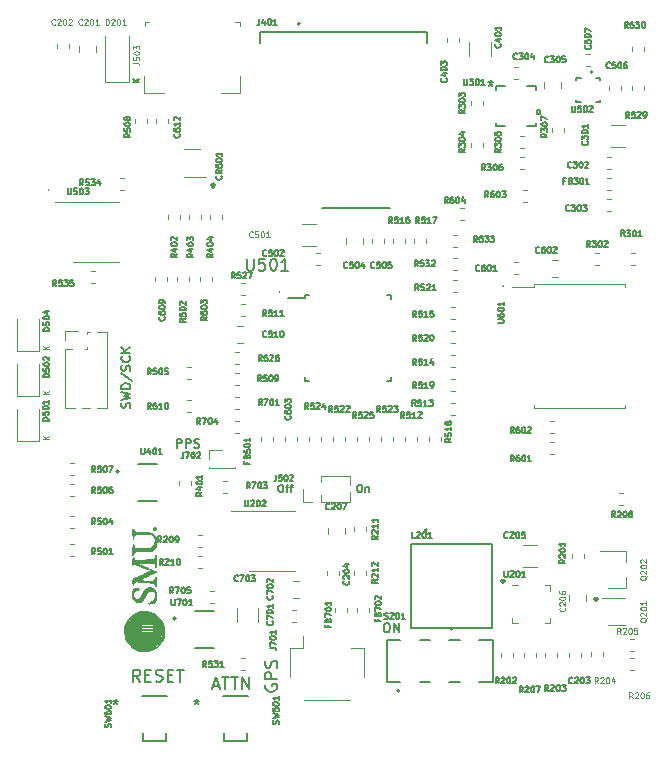
<source format=gbr>
G04 #@! TF.GenerationSoftware,KiCad,Pcbnew,(5.1.6)-1*
G04 #@! TF.CreationDate,2021-05-29T12:10:38-05:00*
G04 #@! TF.ProjectId,SapphineMinimal,53617070-6869-46e6-954d-696e696d616c,rev?*
G04 #@! TF.SameCoordinates,Original*
G04 #@! TF.FileFunction,Legend,Top*
G04 #@! TF.FilePolarity,Positive*
%FSLAX46Y46*%
G04 Gerber Fmt 4.6, Leading zero omitted, Abs format (unit mm)*
G04 Created by KiCad (PCBNEW (5.1.6)-1) date 2021-05-29 12:10:38*
%MOMM*%
%LPD*%
G01*
G04 APERTURE LIST*
%ADD10C,0.300000*%
%ADD11C,0.127000*%
%ADD12C,0.125000*%
%ADD13C,0.508000*%
%ADD14C,0.152400*%
%ADD15C,0.203200*%
%ADD16C,0.200000*%
%ADD17C,0.120000*%
%ADD18C,0.010000*%
%ADD19C,0.100000*%
%ADD20C,0.150000*%
%ADD21C,0.130000*%
G04 APERTURE END LIST*
D10*
X126873000Y-115343714D02*
X126944428Y-115415142D01*
X126873000Y-115486571D01*
X126801571Y-115415142D01*
X126873000Y-115343714D01*
X126873000Y-115486571D01*
X118999000Y-113819714D02*
X119070428Y-113891142D01*
X118999000Y-113962571D01*
X118927571Y-113891142D01*
X118999000Y-113819714D01*
X118999000Y-113962571D01*
D11*
X109121857Y-117432142D02*
X109269285Y-117432142D01*
X109343000Y-117469000D01*
X109416714Y-117542714D01*
X109453571Y-117690142D01*
X109453571Y-117948142D01*
X109416714Y-118095571D01*
X109343000Y-118169285D01*
X109269285Y-118206142D01*
X109121857Y-118206142D01*
X109048142Y-118169285D01*
X108974428Y-118095571D01*
X108937571Y-117948142D01*
X108937571Y-117690142D01*
X108974428Y-117542714D01*
X109048142Y-117469000D01*
X109121857Y-117432142D01*
X109785285Y-118206142D02*
X109785285Y-117432142D01*
X110227571Y-118206142D01*
X110227571Y-117432142D01*
D12*
X80518000Y-80696571D02*
X80541809Y-80720380D01*
X80518000Y-80744190D01*
X80494190Y-80720380D01*
X80518000Y-80696571D01*
X80518000Y-80744190D01*
D13*
D14*
X91385571Y-102579714D02*
X91385571Y-101817714D01*
X91675857Y-101817714D01*
X91748428Y-101854000D01*
X91784714Y-101890285D01*
X91821000Y-101962857D01*
X91821000Y-102071714D01*
X91784714Y-102144285D01*
X91748428Y-102180571D01*
X91675857Y-102216857D01*
X91385571Y-102216857D01*
X92147571Y-102579714D02*
X92147571Y-101817714D01*
X92437857Y-101817714D01*
X92510428Y-101854000D01*
X92546714Y-101890285D01*
X92583000Y-101962857D01*
X92583000Y-102071714D01*
X92546714Y-102144285D01*
X92510428Y-102180571D01*
X92437857Y-102216857D01*
X92147571Y-102216857D01*
X92873285Y-102543428D02*
X92982142Y-102579714D01*
X93163571Y-102579714D01*
X93236142Y-102543428D01*
X93272428Y-102507142D01*
X93308714Y-102434571D01*
X93308714Y-102362000D01*
X93272428Y-102289428D01*
X93236142Y-102253142D01*
X93163571Y-102216857D01*
X93018428Y-102180571D01*
X92945857Y-102144285D01*
X92909571Y-102108000D01*
X92873285Y-102035428D01*
X92873285Y-101962857D01*
X92909571Y-101890285D01*
X92945857Y-101854000D01*
X93018428Y-101817714D01*
X93199857Y-101817714D01*
X93308714Y-101854000D01*
D11*
X112522000Y-109426285D02*
X112617238Y-109521523D01*
X112522000Y-109616761D01*
X112426761Y-109521523D01*
X112522000Y-109426285D01*
X112522000Y-109616761D01*
X94488000Y-80168571D02*
X94678476Y-80359047D01*
X94488000Y-80549523D01*
X94297523Y-80359047D01*
X94488000Y-80168571D01*
X94488000Y-80549523D01*
X88246238Y-71637190D02*
X87726238Y-71637190D01*
X88246238Y-71340047D02*
X87949095Y-71562904D01*
X87726238Y-71340047D02*
X88023380Y-71637190D01*
D15*
X98933000Y-122645714D02*
X98884619Y-122742476D01*
X98884619Y-122887619D01*
X98933000Y-123032761D01*
X99029761Y-123129523D01*
X99126523Y-123177904D01*
X99320047Y-123226285D01*
X99465190Y-123226285D01*
X99658714Y-123177904D01*
X99755476Y-123129523D01*
X99852238Y-123032761D01*
X99900619Y-122887619D01*
X99900619Y-122790857D01*
X99852238Y-122645714D01*
X99803857Y-122597333D01*
X99465190Y-122597333D01*
X99465190Y-122790857D01*
X99900619Y-122161904D02*
X98884619Y-122161904D01*
X98884619Y-121774857D01*
X98933000Y-121678095D01*
X98981380Y-121629714D01*
X99078142Y-121581333D01*
X99223285Y-121581333D01*
X99320047Y-121629714D01*
X99368428Y-121678095D01*
X99416809Y-121774857D01*
X99416809Y-122161904D01*
X99852238Y-121194285D02*
X99900619Y-121049142D01*
X99900619Y-120807238D01*
X99852238Y-120710476D01*
X99803857Y-120662095D01*
X99707095Y-120613714D01*
X99610333Y-120613714D01*
X99513571Y-120662095D01*
X99465190Y-120710476D01*
X99416809Y-120807238D01*
X99368428Y-121000761D01*
X99320047Y-121097523D01*
X99271666Y-121145904D01*
X99174904Y-121194285D01*
X99078142Y-121194285D01*
X98981380Y-121145904D01*
X98933000Y-121097523D01*
X98884619Y-121000761D01*
X98884619Y-120758857D01*
X98933000Y-120613714D01*
D12*
X80617190Y-101857952D02*
X80117190Y-101857952D01*
X80617190Y-101572238D02*
X80331476Y-101786523D01*
X80117190Y-101572238D02*
X80402904Y-101857952D01*
D14*
D12*
X80617190Y-94237952D02*
X80117190Y-94237952D01*
X80617190Y-93952238D02*
X80331476Y-94166523D01*
X80117190Y-93952238D02*
X80402904Y-94237952D01*
D14*
D12*
X80617190Y-98047952D02*
X80117190Y-98047952D01*
X80617190Y-97762238D02*
X80331476Y-97976523D01*
X80117190Y-97762238D02*
X80402904Y-98047952D01*
D14*
D11*
X87430428Y-99205142D02*
X87466714Y-99096285D01*
X87466714Y-98914857D01*
X87430428Y-98842285D01*
X87394142Y-98806000D01*
X87321571Y-98769714D01*
X87249000Y-98769714D01*
X87176428Y-98806000D01*
X87140142Y-98842285D01*
X87103857Y-98914857D01*
X87067571Y-99060000D01*
X87031285Y-99132571D01*
X86995000Y-99168857D01*
X86922428Y-99205142D01*
X86849857Y-99205142D01*
X86777285Y-99168857D01*
X86741000Y-99132571D01*
X86704714Y-99060000D01*
X86704714Y-98878571D01*
X86741000Y-98769714D01*
X86704714Y-98515714D02*
X87466714Y-98334285D01*
X86922428Y-98189142D01*
X87466714Y-98044000D01*
X86704714Y-97862571D01*
X87466714Y-97572285D02*
X86704714Y-97572285D01*
X86704714Y-97390857D01*
X86741000Y-97282000D01*
X86813571Y-97209428D01*
X86886142Y-97173142D01*
X87031285Y-97136857D01*
X87140142Y-97136857D01*
X87285285Y-97173142D01*
X87357857Y-97209428D01*
X87430428Y-97282000D01*
X87466714Y-97390857D01*
X87466714Y-97572285D01*
X86668428Y-96266000D02*
X87648142Y-96919142D01*
X87430428Y-96048285D02*
X87466714Y-95939428D01*
X87466714Y-95758000D01*
X87430428Y-95685428D01*
X87394142Y-95649142D01*
X87321571Y-95612857D01*
X87249000Y-95612857D01*
X87176428Y-95649142D01*
X87140142Y-95685428D01*
X87103857Y-95758000D01*
X87067571Y-95903142D01*
X87031285Y-95975714D01*
X86995000Y-96012000D01*
X86922428Y-96048285D01*
X86849857Y-96048285D01*
X86777285Y-96012000D01*
X86741000Y-95975714D01*
X86704714Y-95903142D01*
X86704714Y-95721714D01*
X86741000Y-95612857D01*
X87394142Y-94850857D02*
X87430428Y-94887142D01*
X87466714Y-94996000D01*
X87466714Y-95068571D01*
X87430428Y-95177428D01*
X87357857Y-95250000D01*
X87285285Y-95286285D01*
X87140142Y-95322571D01*
X87031285Y-95322571D01*
X86886142Y-95286285D01*
X86813571Y-95250000D01*
X86741000Y-95177428D01*
X86704714Y-95068571D01*
X86704714Y-94996000D01*
X86741000Y-94887142D01*
X86777285Y-94850857D01*
X87466714Y-94524285D02*
X86704714Y-94524285D01*
X87466714Y-94088857D02*
X87031285Y-94415428D01*
X86704714Y-94088857D02*
X87140142Y-94524285D01*
X106840261Y-105697261D02*
X106961214Y-105697261D01*
X107021690Y-105727500D01*
X107082166Y-105787976D01*
X107112404Y-105908928D01*
X107112404Y-106120595D01*
X107082166Y-106241547D01*
X107021690Y-106302023D01*
X106961214Y-106332261D01*
X106840261Y-106332261D01*
X106779785Y-106302023D01*
X106719309Y-106241547D01*
X106689071Y-106120595D01*
X106689071Y-105908928D01*
X106719309Y-105787976D01*
X106779785Y-105727500D01*
X106840261Y-105697261D01*
X107384547Y-105908928D02*
X107384547Y-106332261D01*
X107384547Y-105969404D02*
X107414785Y-105939166D01*
X107475261Y-105908928D01*
X107565976Y-105908928D01*
X107626452Y-105939166D01*
X107656690Y-105999642D01*
X107656690Y-106332261D01*
X100168286Y-105697261D02*
X100289239Y-105697261D01*
X100349715Y-105727500D01*
X100410191Y-105787976D01*
X100440429Y-105908928D01*
X100440429Y-106120595D01*
X100410191Y-106241547D01*
X100349715Y-106302023D01*
X100289239Y-106332261D01*
X100168286Y-106332261D01*
X100107810Y-106302023D01*
X100047334Y-106241547D01*
X100017096Y-106120595D01*
X100017096Y-105908928D01*
X100047334Y-105787976D01*
X100107810Y-105727500D01*
X100168286Y-105697261D01*
X100621858Y-105908928D02*
X100863762Y-105908928D01*
X100712572Y-106332261D02*
X100712572Y-105787976D01*
X100742810Y-105727500D01*
X100803286Y-105697261D01*
X100863762Y-105697261D01*
X100984715Y-105908928D02*
X101226620Y-105908928D01*
X101075429Y-106332261D02*
X101075429Y-105787976D01*
X101105667Y-105727500D01*
X101166143Y-105697261D01*
X101226620Y-105697261D01*
D15*
X94463809Y-122724333D02*
X94947619Y-122724333D01*
X94367047Y-123014619D02*
X94705714Y-121998619D01*
X95044380Y-123014619D01*
X95237904Y-121998619D02*
X95818476Y-121998619D01*
X95528190Y-123014619D02*
X95528190Y-121998619D01*
X96012000Y-121998619D02*
X96592571Y-121998619D01*
X96302285Y-123014619D02*
X96302285Y-121998619D01*
X96931238Y-123014619D02*
X96931238Y-121998619D01*
X97511809Y-123014619D01*
X97511809Y-121998619D01*
X88313380Y-122379619D02*
X87974714Y-121895809D01*
X87732809Y-122379619D02*
X87732809Y-121363619D01*
X88119857Y-121363619D01*
X88216619Y-121412000D01*
X88265000Y-121460380D01*
X88313380Y-121557142D01*
X88313380Y-121702285D01*
X88265000Y-121799047D01*
X88216619Y-121847428D01*
X88119857Y-121895809D01*
X87732809Y-121895809D01*
X88748809Y-121847428D02*
X89087476Y-121847428D01*
X89232619Y-122379619D02*
X88748809Y-122379619D01*
X88748809Y-121363619D01*
X89232619Y-121363619D01*
X89619666Y-122331238D02*
X89764809Y-122379619D01*
X90006714Y-122379619D01*
X90103476Y-122331238D01*
X90151857Y-122282857D01*
X90200238Y-122186095D01*
X90200238Y-122089333D01*
X90151857Y-121992571D01*
X90103476Y-121944190D01*
X90006714Y-121895809D01*
X89813190Y-121847428D01*
X89716428Y-121799047D01*
X89668047Y-121750666D01*
X89619666Y-121653904D01*
X89619666Y-121557142D01*
X89668047Y-121460380D01*
X89716428Y-121412000D01*
X89813190Y-121363619D01*
X90055095Y-121363619D01*
X90200238Y-121412000D01*
X90635666Y-121847428D02*
X90974333Y-121847428D01*
X91119476Y-122379619D02*
X90635666Y-122379619D01*
X90635666Y-121363619D01*
X91119476Y-121363619D01*
X91409761Y-121363619D02*
X91990333Y-121363619D01*
X91700047Y-122379619D02*
X91700047Y-121363619D01*
D12*
X118999000Y-88824571D02*
X119022809Y-88848380D01*
X118999000Y-88872190D01*
X118975190Y-88848380D01*
X118999000Y-88824571D01*
X118999000Y-88872190D01*
D13*
D12*
X100076000Y-89332571D02*
X100099809Y-89356380D01*
X100076000Y-89380190D01*
X100052190Y-89356380D01*
X100076000Y-89332571D01*
X100076000Y-89380190D01*
D13*
D11*
X92926000Y-119543000D02*
X94526000Y-119543000D01*
X94526000Y-116423000D02*
X92926000Y-116423000D01*
D16*
X91326000Y-117033000D02*
G75*
G03*
X91326000Y-117033000I-100000J0D01*
G01*
X126642000Y-70763000D02*
G75*
G03*
X126642000Y-70763000I-100000J0D01*
G01*
D11*
X125212000Y-73293000D02*
X125612000Y-73293000D01*
X125212000Y-73113000D02*
X125212000Y-73293000D01*
X127272000Y-73293000D02*
X126872000Y-73293000D01*
X127272000Y-73113000D02*
X127272000Y-73293000D01*
X127272000Y-71233000D02*
X127272000Y-71413000D01*
X126872000Y-71233000D02*
X127272000Y-71233000D01*
X125212000Y-71233000D02*
X125612000Y-71233000D01*
X125212000Y-71413000D02*
X125212000Y-71233000D01*
X88100000Y-107097000D02*
X89700000Y-107097000D01*
X89700000Y-103977000D02*
X88100000Y-103977000D01*
D16*
X86500000Y-104587000D02*
G75*
G03*
X86500000Y-104587000I-100000J0D01*
G01*
D17*
X129758221Y-120394000D02*
X130083779Y-120394000D01*
X129758221Y-121414000D02*
X130083779Y-121414000D01*
X130083779Y-119763000D02*
X129758221Y-119763000D01*
X130083779Y-118743000D02*
X129758221Y-118743000D01*
D11*
X114485000Y-118850000D02*
X115345000Y-118850000D01*
X115345000Y-122450000D02*
X114485000Y-122450000D01*
X111985000Y-118850000D02*
X112845000Y-118850000D01*
X112845000Y-122450000D02*
X111985000Y-122450000D01*
D16*
X110265000Y-123150000D02*
G75*
G03*
X110265000Y-123150000I-100000J0D01*
G01*
D11*
X109165000Y-122450000D02*
X109165000Y-118850000D01*
X110345000Y-122450000D02*
X109165000Y-122450000D01*
X118165000Y-122450000D02*
X116985000Y-122450000D01*
X118165000Y-118850000D02*
X118165000Y-122450000D01*
X116985000Y-118850000D02*
X118165000Y-118850000D01*
X109165000Y-118850000D02*
X110345000Y-118850000D01*
D17*
X99441000Y-113050000D02*
X101391000Y-113050000D01*
X99441000Y-113050000D02*
X97491000Y-113050000D01*
X99441000Y-107930000D02*
X101391000Y-107930000D01*
X99441000Y-107930000D02*
X95991000Y-107930000D01*
D14*
X88557100Y-126746000D02*
X88557100Y-127406400D01*
X90587418Y-123596400D02*
X88482582Y-123596400D01*
X88557100Y-127406400D02*
X90512900Y-127406400D01*
X90512900Y-127406400D02*
X90512900Y-126746000D01*
X90587418Y-123596400D02*
X88482582Y-123596400D01*
X95415100Y-126746000D02*
X95415100Y-127406400D01*
X97445418Y-123596400D02*
X95340582Y-123596400D01*
X95415100Y-127406400D02*
X97370900Y-127406400D01*
X97370900Y-127406400D02*
X97370900Y-126746000D01*
X97445418Y-123596400D02*
X95340582Y-123596400D01*
X118440200Y-75361800D02*
X119233748Y-75361800D01*
X121843800Y-75361800D02*
X121843800Y-75068253D01*
X121843800Y-71958200D02*
X121050252Y-71958200D01*
X118440200Y-71958200D02*
X118440200Y-72251747D01*
X118440200Y-75068253D02*
X118440200Y-75361800D01*
X121050252Y-75361800D02*
X121843800Y-75361800D01*
X121843800Y-72251747D02*
X121843800Y-71958200D01*
X119233748Y-71958200D02*
X118440200Y-71958200D01*
X122174000Y-73969499D02*
X122174000Y-74350499D01*
X122174000Y-74350499D02*
X121920000Y-74350499D01*
X121920000Y-74350499D02*
X121920000Y-73969499D01*
X121920000Y-73969499D02*
X122174000Y-73969499D01*
D17*
X122547000Y-114214000D02*
X123022000Y-114214000D01*
X123022000Y-114214000D02*
X123022000Y-114689000D01*
X120277000Y-117434000D02*
X119802000Y-117434000D01*
X119802000Y-117434000D02*
X119802000Y-116959000D01*
X122547000Y-117434000D02*
X123022000Y-117434000D01*
X123022000Y-117434000D02*
X123022000Y-116959000D01*
X120277000Y-114214000D02*
X119802000Y-114214000D01*
X107444000Y-112994221D02*
X107444000Y-113319779D01*
X106424000Y-112994221D02*
X106424000Y-113319779D01*
X107444000Y-109311221D02*
X107444000Y-109636779D01*
X106424000Y-109311221D02*
X106424000Y-109636779D01*
X93182221Y-111758000D02*
X93507779Y-111758000D01*
X93182221Y-112778000D02*
X93507779Y-112778000D01*
X93182221Y-109980000D02*
X93507779Y-109980000D01*
X93182221Y-111000000D02*
X93507779Y-111000000D01*
X129194779Y-107444000D02*
X128869221Y-107444000D01*
X129194779Y-106424000D02*
X128869221Y-106424000D01*
X121795000Y-119979221D02*
X121795000Y-120304779D01*
X120775000Y-119979221D02*
X120775000Y-120304779D01*
X123573000Y-119979221D02*
X123573000Y-120304779D01*
X122553000Y-119979221D02*
X122553000Y-120304779D01*
X118870000Y-120304779D02*
X118870000Y-119979221D01*
X119890000Y-120304779D02*
X119890000Y-119979221D01*
X125859000Y-111597221D02*
X125859000Y-111922779D01*
X124839000Y-111597221D02*
X124839000Y-111922779D01*
D14*
X118135400Y-117856000D02*
X118135400Y-110744000D01*
X118135400Y-110744000D02*
X111226600Y-110744000D01*
X111226600Y-110744000D02*
X111226600Y-117856000D01*
X111226600Y-117856000D02*
X118135400Y-117856000D01*
X114757200Y-117957600D02*
G75*
G03*
X114757200Y-117957600I-76200J0D01*
G01*
D17*
X123900000Y-71623422D02*
X123900000Y-72140578D01*
X122480000Y-71623422D02*
X122480000Y-72140578D01*
X105612000Y-109342422D02*
X105612000Y-109859578D01*
X104192000Y-109342422D02*
X104192000Y-109859578D01*
X104138000Y-113319779D02*
X104138000Y-112994221D01*
X105158000Y-113319779D02*
X105158000Y-112994221D01*
X125605000Y-119979221D02*
X125605000Y-120304779D01*
X124585000Y-119979221D02*
X124585000Y-120304779D01*
X84165221Y-88648000D02*
X84490779Y-88648000D01*
X84165221Y-87628000D02*
X84490779Y-87628000D01*
X84582000Y-86888000D02*
X86532000Y-86888000D01*
X84582000Y-86888000D02*
X82632000Y-86888000D01*
X84582000Y-81768000D02*
X86532000Y-81768000D01*
X84582000Y-81768000D02*
X81132000Y-81768000D01*
X86903779Y-80774000D02*
X86578221Y-80774000D01*
X86903779Y-79754000D02*
X86578221Y-79754000D01*
X124208000Y-75529221D02*
X124208000Y-75854779D01*
X123188000Y-75529221D02*
X123188000Y-75854779D01*
X120487221Y-77976000D02*
X120812779Y-77976000D01*
X120487221Y-78996000D02*
X120812779Y-78996000D01*
X120487221Y-76198000D02*
X120812779Y-76198000D01*
X120487221Y-77218000D02*
X120812779Y-77218000D01*
X117350000Y-76799221D02*
X117350000Y-77124779D01*
X116330000Y-76799221D02*
X116330000Y-77124779D01*
X116330000Y-73568779D02*
X116330000Y-73243221D01*
X117350000Y-73568779D02*
X117350000Y-73243221D01*
X120304779Y-71376000D02*
X119979221Y-71376000D01*
X120304779Y-70356000D02*
X119979221Y-70356000D01*
X82387221Y-111762000D02*
X82712779Y-111762000D01*
X82387221Y-110742000D02*
X82712779Y-110742000D01*
X129919000Y-68671221D02*
X129919000Y-68996779D01*
X130939000Y-68671221D02*
X130939000Y-68996779D01*
X130939000Y-72298779D02*
X130939000Y-71973221D01*
X129919000Y-72298779D02*
X129919000Y-71973221D01*
X126400779Y-69213000D02*
X126075221Y-69213000D01*
X126400779Y-70233000D02*
X126075221Y-70233000D01*
X128014000Y-71973221D02*
X128014000Y-72298779D01*
X129034000Y-71973221D02*
X129034000Y-72298779D01*
X81928000Y-92712000D02*
X83058000Y-92712000D01*
X81928000Y-93472000D02*
X81928000Y-92712000D01*
X84635530Y-92777000D02*
X85458000Y-92777000D01*
X83818000Y-92777000D02*
X84020470Y-92777000D01*
X83818000Y-92908529D02*
X83818000Y-92777000D01*
X83818000Y-94178529D02*
X83818000Y-94035471D01*
X83621471Y-94232000D02*
X83764529Y-94232000D01*
X81928000Y-94232000D02*
X82494529Y-94232000D01*
X85458000Y-92777000D02*
X85458000Y-99247000D01*
X81928000Y-94232000D02*
X81928000Y-99247000D01*
X83365530Y-99247000D02*
X84020470Y-99247000D01*
X84635530Y-99247000D02*
X85458000Y-99247000D01*
X81928000Y-99247000D02*
X82750470Y-99247000D01*
X79763500Y-102015000D02*
X79763500Y-99330000D01*
X77843500Y-102015000D02*
X79763500Y-102015000D01*
X77843500Y-99330000D02*
X77843500Y-102015000D01*
X79763500Y-98205000D02*
X79763500Y-95520000D01*
X77843500Y-98205000D02*
X79763500Y-98205000D01*
X77843500Y-95520000D02*
X77843500Y-98205000D01*
X79763500Y-94395000D02*
X79763500Y-91710000D01*
X77843500Y-94395000D02*
X79763500Y-94395000D01*
X77843500Y-91710000D02*
X77843500Y-94395000D01*
X103218064Y-85492000D02*
X102013936Y-85492000D01*
X103218064Y-83672000D02*
X102013936Y-83672000D01*
X95666779Y-105408000D02*
X95341221Y-105408000D01*
X95666779Y-106428000D02*
X95341221Y-106428000D01*
X90676000Y-82895221D02*
X90676000Y-83220779D01*
X91696000Y-82895221D02*
X91696000Y-83220779D01*
X93474000Y-83220779D02*
X93474000Y-82895221D01*
X92454000Y-83220779D02*
X92454000Y-82895221D01*
X95252000Y-83220779D02*
X95252000Y-82895221D01*
X94232000Y-83220779D02*
X94232000Y-82895221D01*
X93410000Y-77326000D02*
X92010000Y-77326000D01*
X92010000Y-79646000D02*
X93910000Y-79646000D01*
X121616000Y-88975000D02*
X119801000Y-88975000D01*
X121616000Y-88720000D02*
X121616000Y-88975000D01*
X125476000Y-88720000D02*
X121616000Y-88720000D01*
X129336000Y-88720000D02*
X129336000Y-88975000D01*
X125476000Y-88720000D02*
X129336000Y-88720000D01*
X121616000Y-99240000D02*
X121616000Y-98985000D01*
X125476000Y-99240000D02*
X121616000Y-99240000D01*
X129336000Y-99240000D02*
X129336000Y-98985000D01*
X125476000Y-99240000D02*
X129336000Y-99240000D01*
X127510000Y-119852221D02*
X127510000Y-120177779D01*
X126490000Y-119852221D02*
X126490000Y-120177779D01*
X129411000Y-114483000D02*
X129411000Y-113553000D01*
X129411000Y-111323000D02*
X129411000Y-112253000D01*
X129411000Y-111323000D02*
X127251000Y-111323000D01*
X129411000Y-114483000D02*
X127951000Y-114483000D01*
X129351000Y-115299000D02*
X127451000Y-115299000D01*
X127951000Y-117619000D02*
X129351000Y-117619000D01*
X85360000Y-71592000D02*
X87360000Y-71592000D01*
X87360000Y-71592000D02*
X87360000Y-67692000D01*
X85360000Y-71592000D02*
X85360000Y-67692000D01*
X124639000Y-115574578D02*
X124639000Y-115057422D01*
X126059000Y-115574578D02*
X126059000Y-115057422D01*
X120682936Y-110850000D02*
X121887064Y-110850000D01*
X120682936Y-112670000D02*
X121887064Y-112670000D01*
X82298000Y-68417221D02*
X82298000Y-68742779D01*
X81278000Y-68417221D02*
X81278000Y-68742779D01*
X84530000Y-68575422D02*
X84530000Y-69092578D01*
X83110000Y-68575422D02*
X83110000Y-69092578D01*
X102110000Y-107155000D02*
X102110000Y-106045000D01*
X102870000Y-107155000D02*
X102110000Y-107155000D01*
X103630000Y-105481529D02*
X103630000Y-104935000D01*
X103630000Y-107155000D02*
X103630000Y-106608471D01*
X103630000Y-104935000D02*
X106105000Y-104935000D01*
X103630000Y-107155000D02*
X106105000Y-107155000D01*
X106105000Y-105737470D02*
X106105000Y-104935000D01*
X106105000Y-107155000D02*
X106105000Y-106352530D01*
D18*
G36*
X86956654Y-117949852D02*
G01*
X86968070Y-117831955D01*
X86973408Y-117797876D01*
X87023510Y-117592151D01*
X87099015Y-117395957D01*
X87198108Y-117211368D01*
X87318972Y-117040458D01*
X87459793Y-116885299D01*
X87618753Y-116747967D01*
X87794037Y-116630533D01*
X87983830Y-116535074D01*
X88125637Y-116482018D01*
X88297824Y-116436603D01*
X88474326Y-116411332D01*
X88662737Y-116405250D01*
X88722600Y-116407020D01*
X88892291Y-116420228D01*
X89044951Y-116446033D01*
X89189842Y-116486779D01*
X89336228Y-116544807D01*
X89415055Y-116582113D01*
X89602984Y-116690649D01*
X89772848Y-116820431D01*
X89923746Y-116970301D01*
X90054779Y-117139105D01*
X90165048Y-117325687D01*
X90253653Y-117528891D01*
X90318616Y-117743111D01*
X90328335Y-117799066D01*
X90336373Y-117875954D01*
X90342488Y-117966523D01*
X90346440Y-118063521D01*
X90347989Y-118159696D01*
X90346894Y-118247795D01*
X90342913Y-118320567D01*
X90338920Y-118354618D01*
X90291106Y-118571272D01*
X90218590Y-118776067D01*
X90122730Y-118967378D01*
X90004882Y-119143582D01*
X89866405Y-119303059D01*
X89708653Y-119444183D01*
X89532985Y-119565334D01*
X89340757Y-119664887D01*
X89196333Y-119721106D01*
X89007725Y-119771382D01*
X88808018Y-119799263D01*
X88727690Y-119801461D01*
X88727690Y-119737545D01*
X88920049Y-119717156D01*
X89109298Y-119674263D01*
X89293209Y-119608872D01*
X89469553Y-119520991D01*
X89636100Y-119410626D01*
X89790622Y-119277783D01*
X89930889Y-119122471D01*
X89962242Y-119081777D01*
X90077320Y-118904961D01*
X90168226Y-118716198D01*
X90233714Y-118518689D01*
X90272539Y-118315637D01*
X90277217Y-118272278D01*
X90281993Y-118223254D01*
X90285890Y-118187166D01*
X90288115Y-118171336D01*
X90288189Y-118171173D01*
X90289256Y-118155354D01*
X90288355Y-118118083D01*
X90285827Y-118066037D01*
X90282010Y-118005892D01*
X90277243Y-117944324D01*
X90275879Y-117928789D01*
X90253217Y-117781206D01*
X90212567Y-117625704D01*
X90157009Y-117473140D01*
X90128597Y-117409663D01*
X90068850Y-117292331D01*
X90008444Y-117192466D01*
X89940555Y-117099996D01*
X89858360Y-117004846D01*
X89843547Y-116988832D01*
X89689504Y-116843637D01*
X89520638Y-116721431D01*
X89339280Y-116622797D01*
X89147765Y-116548315D01*
X88948424Y-116498565D01*
X88743590Y-116474129D01*
X88535595Y-116475587D01*
X88326773Y-116503521D01*
X88119456Y-116558510D01*
X88117795Y-116559066D01*
X87926472Y-116637817D01*
X87747357Y-116740902D01*
X87582695Y-116866252D01*
X87434729Y-117011796D01*
X87305705Y-117175463D01*
X87197867Y-117355183D01*
X87153365Y-117448651D01*
X87080800Y-117648745D01*
X87035153Y-117853620D01*
X87016132Y-118060766D01*
X87023445Y-118267670D01*
X87056799Y-118471821D01*
X87115902Y-118670706D01*
X87200462Y-118861814D01*
X87310186Y-119042633D01*
X87344342Y-119089701D01*
X87481337Y-119249588D01*
X87633054Y-119386916D01*
X87797263Y-119501694D01*
X87971736Y-119593926D01*
X88154245Y-119663621D01*
X88342559Y-119710784D01*
X88534450Y-119735424D01*
X88727690Y-119737545D01*
X88727690Y-119801461D01*
X88603126Y-119804871D01*
X88398963Y-119788332D01*
X88201443Y-119749767D01*
X88035800Y-119696931D01*
X87837767Y-119605774D01*
X87655510Y-119492169D01*
X87490565Y-119357931D01*
X87344470Y-119204874D01*
X87218761Y-119034811D01*
X87114974Y-118849557D01*
X87034646Y-118650925D01*
X86981684Y-118452569D01*
X86965080Y-118342575D01*
X86955288Y-118215339D01*
X86952437Y-118081039D01*
X86956654Y-117949852D01*
G37*
X86956654Y-117949852D02*
X86968070Y-117831955D01*
X86973408Y-117797876D01*
X87023510Y-117592151D01*
X87099015Y-117395957D01*
X87198108Y-117211368D01*
X87318972Y-117040458D01*
X87459793Y-116885299D01*
X87618753Y-116747967D01*
X87794037Y-116630533D01*
X87983830Y-116535074D01*
X88125637Y-116482018D01*
X88297824Y-116436603D01*
X88474326Y-116411332D01*
X88662737Y-116405250D01*
X88722600Y-116407020D01*
X88892291Y-116420228D01*
X89044951Y-116446033D01*
X89189842Y-116486779D01*
X89336228Y-116544807D01*
X89415055Y-116582113D01*
X89602984Y-116690649D01*
X89772848Y-116820431D01*
X89923746Y-116970301D01*
X90054779Y-117139105D01*
X90165048Y-117325687D01*
X90253653Y-117528891D01*
X90318616Y-117743111D01*
X90328335Y-117799066D01*
X90336373Y-117875954D01*
X90342488Y-117966523D01*
X90346440Y-118063521D01*
X90347989Y-118159696D01*
X90346894Y-118247795D01*
X90342913Y-118320567D01*
X90338920Y-118354618D01*
X90291106Y-118571272D01*
X90218590Y-118776067D01*
X90122730Y-118967378D01*
X90004882Y-119143582D01*
X89866405Y-119303059D01*
X89708653Y-119444183D01*
X89532985Y-119565334D01*
X89340757Y-119664887D01*
X89196333Y-119721106D01*
X89007725Y-119771382D01*
X88808018Y-119799263D01*
X88727690Y-119801461D01*
X88727690Y-119737545D01*
X88920049Y-119717156D01*
X89109298Y-119674263D01*
X89293209Y-119608872D01*
X89469553Y-119520991D01*
X89636100Y-119410626D01*
X89790622Y-119277783D01*
X89930889Y-119122471D01*
X89962242Y-119081777D01*
X90077320Y-118904961D01*
X90168226Y-118716198D01*
X90233714Y-118518689D01*
X90272539Y-118315637D01*
X90277217Y-118272278D01*
X90281993Y-118223254D01*
X90285890Y-118187166D01*
X90288115Y-118171336D01*
X90288189Y-118171173D01*
X90289256Y-118155354D01*
X90288355Y-118118083D01*
X90285827Y-118066037D01*
X90282010Y-118005892D01*
X90277243Y-117944324D01*
X90275879Y-117928789D01*
X90253217Y-117781206D01*
X90212567Y-117625704D01*
X90157009Y-117473140D01*
X90128597Y-117409663D01*
X90068850Y-117292331D01*
X90008444Y-117192466D01*
X89940555Y-117099996D01*
X89858360Y-117004846D01*
X89843547Y-116988832D01*
X89689504Y-116843637D01*
X89520638Y-116721431D01*
X89339280Y-116622797D01*
X89147765Y-116548315D01*
X88948424Y-116498565D01*
X88743590Y-116474129D01*
X88535595Y-116475587D01*
X88326773Y-116503521D01*
X88119456Y-116558510D01*
X88117795Y-116559066D01*
X87926472Y-116637817D01*
X87747357Y-116740902D01*
X87582695Y-116866252D01*
X87434729Y-117011796D01*
X87305705Y-117175463D01*
X87197867Y-117355183D01*
X87153365Y-117448651D01*
X87080800Y-117648745D01*
X87035153Y-117853620D01*
X87016132Y-118060766D01*
X87023445Y-118267670D01*
X87056799Y-118471821D01*
X87115902Y-118670706D01*
X87200462Y-118861814D01*
X87310186Y-119042633D01*
X87344342Y-119089701D01*
X87481337Y-119249588D01*
X87633054Y-119386916D01*
X87797263Y-119501694D01*
X87971736Y-119593926D01*
X88154245Y-119663621D01*
X88342559Y-119710784D01*
X88534450Y-119735424D01*
X88727690Y-119737545D01*
X88727690Y-119801461D01*
X88603126Y-119804871D01*
X88398963Y-119788332D01*
X88201443Y-119749767D01*
X88035800Y-119696931D01*
X87837767Y-119605774D01*
X87655510Y-119492169D01*
X87490565Y-119357931D01*
X87344470Y-119204874D01*
X87218761Y-119034811D01*
X87114974Y-118849557D01*
X87034646Y-118650925D01*
X86981684Y-118452569D01*
X86965080Y-118342575D01*
X86955288Y-118215339D01*
X86952437Y-118081039D01*
X86956654Y-117949852D01*
G36*
X87621435Y-114912603D02*
G01*
X87637210Y-114783079D01*
X87664525Y-114660146D01*
X87702184Y-114552513D01*
X87716387Y-114522405D01*
X87745431Y-114465474D01*
X87888799Y-114474770D01*
X87996585Y-114481864D01*
X88079468Y-114487770D01*
X88140714Y-114493029D01*
X88183589Y-114498182D01*
X88211360Y-114503771D01*
X88227292Y-114510334D01*
X88234653Y-114518414D01*
X88236707Y-114528551D01*
X88236778Y-114532377D01*
X88233782Y-114548231D01*
X88221208Y-114560148D01*
X88193680Y-114570695D01*
X88145820Y-114582437D01*
X88120361Y-114587920D01*
X88024635Y-114612673D01*
X87937459Y-114643764D01*
X87865407Y-114678482D01*
X87815640Y-114713566D01*
X87766934Y-114776937D01*
X87733798Y-114858101D01*
X87717527Y-114950508D01*
X87719414Y-115047604D01*
X87734698Y-115123683D01*
X87771322Y-115206726D01*
X87826700Y-115277185D01*
X87895802Y-115330929D01*
X87973599Y-115363829D01*
X88037585Y-115372366D01*
X88115371Y-115360168D01*
X88191451Y-115322377D01*
X88265991Y-115260107D01*
X88298523Y-115225469D01*
X88327901Y-115188090D01*
X88357291Y-115142871D01*
X88389860Y-115084711D01*
X88428776Y-115008511D01*
X88453545Y-114958064D01*
X88518273Y-114829164D01*
X88576205Y-114723750D01*
X88629830Y-114638658D01*
X88681641Y-114570724D01*
X88734129Y-114516784D01*
X88789784Y-114473674D01*
X88851099Y-114438230D01*
X88870084Y-114429032D01*
X88910438Y-114411751D01*
X88947714Y-114400786D01*
X88990421Y-114394746D01*
X89047065Y-114392241D01*
X89097555Y-114391847D01*
X89168451Y-114392632D01*
X89219583Y-114396030D01*
X89259383Y-114403398D01*
X89296282Y-114416090D01*
X89323366Y-114428147D01*
X89419593Y-114488581D01*
X89503520Y-114572748D01*
X89573347Y-114678185D01*
X89627276Y-114802428D01*
X89648235Y-114872855D01*
X89664991Y-114965234D01*
X89673699Y-115072861D01*
X89674243Y-115184765D01*
X89666505Y-115289975D01*
X89653464Y-115365389D01*
X89637727Y-115418558D01*
X89614964Y-115479883D01*
X89587952Y-115543485D01*
X89559467Y-115603490D01*
X89532285Y-115654021D01*
X89509184Y-115689201D01*
X89493971Y-115702943D01*
X89472373Y-115707285D01*
X89428602Y-115714765D01*
X89368408Y-115724440D01*
X89297543Y-115735372D01*
X89273944Y-115738923D01*
X89199902Y-115750142D01*
X89133731Y-115760439D01*
X89081523Y-115768845D01*
X89049368Y-115774395D01*
X89044639Y-115775336D01*
X89021967Y-115776113D01*
X89013691Y-115759869D01*
X89012889Y-115741366D01*
X89017937Y-115710725D01*
X89038857Y-115696066D01*
X89054499Y-115692206D01*
X89115880Y-115672631D01*
X89188719Y-115638285D01*
X89264264Y-115594099D01*
X89333763Y-115545000D01*
X89369210Y-115514965D01*
X89456491Y-115420541D01*
X89517192Y-115321919D01*
X89552945Y-115215600D01*
X89565382Y-115098085D01*
X89565411Y-115094488D01*
X89555642Y-114981001D01*
X89526034Y-114883418D01*
X89478165Y-114803649D01*
X89413613Y-114743606D01*
X89333957Y-114705201D01*
X89240775Y-114690345D01*
X89231611Y-114690228D01*
X89129610Y-114699094D01*
X89041267Y-114727878D01*
X88959654Y-114779520D01*
X88904602Y-114829061D01*
X88873205Y-114861777D01*
X88845969Y-114894186D01*
X88820112Y-114930829D01*
X88792855Y-114976246D01*
X88761418Y-115034976D01*
X88723019Y-115111561D01*
X88689498Y-115180313D01*
X88630203Y-115298908D01*
X88577957Y-115394107D01*
X88530311Y-115469092D01*
X88484819Y-115527045D01*
X88439034Y-115571146D01*
X88390510Y-115604578D01*
X88346331Y-115626534D01*
X88274843Y-115646493D01*
X88187851Y-115654626D01*
X88095307Y-115651293D01*
X88007164Y-115636850D01*
X87933389Y-115611664D01*
X87845118Y-115554265D01*
X87767431Y-115474010D01*
X87703196Y-115375192D01*
X87655281Y-115262100D01*
X87629292Y-115156582D01*
X87618397Y-115040007D01*
X87621435Y-114912603D01*
G37*
X87621435Y-114912603D02*
X87637210Y-114783079D01*
X87664525Y-114660146D01*
X87702184Y-114552513D01*
X87716387Y-114522405D01*
X87745431Y-114465474D01*
X87888799Y-114474770D01*
X87996585Y-114481864D01*
X88079468Y-114487770D01*
X88140714Y-114493029D01*
X88183589Y-114498182D01*
X88211360Y-114503771D01*
X88227292Y-114510334D01*
X88234653Y-114518414D01*
X88236707Y-114528551D01*
X88236778Y-114532377D01*
X88233782Y-114548231D01*
X88221208Y-114560148D01*
X88193680Y-114570695D01*
X88145820Y-114582437D01*
X88120361Y-114587920D01*
X88024635Y-114612673D01*
X87937459Y-114643764D01*
X87865407Y-114678482D01*
X87815640Y-114713566D01*
X87766934Y-114776937D01*
X87733798Y-114858101D01*
X87717527Y-114950508D01*
X87719414Y-115047604D01*
X87734698Y-115123683D01*
X87771322Y-115206726D01*
X87826700Y-115277185D01*
X87895802Y-115330929D01*
X87973599Y-115363829D01*
X88037585Y-115372366D01*
X88115371Y-115360168D01*
X88191451Y-115322377D01*
X88265991Y-115260107D01*
X88298523Y-115225469D01*
X88327901Y-115188090D01*
X88357291Y-115142871D01*
X88389860Y-115084711D01*
X88428776Y-115008511D01*
X88453545Y-114958064D01*
X88518273Y-114829164D01*
X88576205Y-114723750D01*
X88629830Y-114638658D01*
X88681641Y-114570724D01*
X88734129Y-114516784D01*
X88789784Y-114473674D01*
X88851099Y-114438230D01*
X88870084Y-114429032D01*
X88910438Y-114411751D01*
X88947714Y-114400786D01*
X88990421Y-114394746D01*
X89047065Y-114392241D01*
X89097555Y-114391847D01*
X89168451Y-114392632D01*
X89219583Y-114396030D01*
X89259383Y-114403398D01*
X89296282Y-114416090D01*
X89323366Y-114428147D01*
X89419593Y-114488581D01*
X89503520Y-114572748D01*
X89573347Y-114678185D01*
X89627276Y-114802428D01*
X89648235Y-114872855D01*
X89664991Y-114965234D01*
X89673699Y-115072861D01*
X89674243Y-115184765D01*
X89666505Y-115289975D01*
X89653464Y-115365389D01*
X89637727Y-115418558D01*
X89614964Y-115479883D01*
X89587952Y-115543485D01*
X89559467Y-115603490D01*
X89532285Y-115654021D01*
X89509184Y-115689201D01*
X89493971Y-115702943D01*
X89472373Y-115707285D01*
X89428602Y-115714765D01*
X89368408Y-115724440D01*
X89297543Y-115735372D01*
X89273944Y-115738923D01*
X89199902Y-115750142D01*
X89133731Y-115760439D01*
X89081523Y-115768845D01*
X89049368Y-115774395D01*
X89044639Y-115775336D01*
X89021967Y-115776113D01*
X89013691Y-115759869D01*
X89012889Y-115741366D01*
X89017937Y-115710725D01*
X89038857Y-115696066D01*
X89054499Y-115692206D01*
X89115880Y-115672631D01*
X89188719Y-115638285D01*
X89264264Y-115594099D01*
X89333763Y-115545000D01*
X89369210Y-115514965D01*
X89456491Y-115420541D01*
X89517192Y-115321919D01*
X89552945Y-115215600D01*
X89565382Y-115098085D01*
X89565411Y-115094488D01*
X89555642Y-114981001D01*
X89526034Y-114883418D01*
X89478165Y-114803649D01*
X89413613Y-114743606D01*
X89333957Y-114705201D01*
X89240775Y-114690345D01*
X89231611Y-114690228D01*
X89129610Y-114699094D01*
X89041267Y-114727878D01*
X88959654Y-114779520D01*
X88904602Y-114829061D01*
X88873205Y-114861777D01*
X88845969Y-114894186D01*
X88820112Y-114930829D01*
X88792855Y-114976246D01*
X88761418Y-115034976D01*
X88723019Y-115111561D01*
X88689498Y-115180313D01*
X88630203Y-115298908D01*
X88577957Y-115394107D01*
X88530311Y-115469092D01*
X88484819Y-115527045D01*
X88439034Y-115571146D01*
X88390510Y-115604578D01*
X88346331Y-115626534D01*
X88274843Y-115646493D01*
X88187851Y-115654626D01*
X88095307Y-115651293D01*
X88007164Y-115636850D01*
X87933389Y-115611664D01*
X87845118Y-115554265D01*
X87767431Y-115474010D01*
X87703196Y-115375192D01*
X87655281Y-115262100D01*
X87629292Y-115156582D01*
X87618397Y-115040007D01*
X87621435Y-114912603D01*
G36*
X87658266Y-111051302D02*
G01*
X87658503Y-110945651D01*
X87659088Y-110862724D01*
X87660175Y-110799771D01*
X87661921Y-110754043D01*
X87664480Y-110722791D01*
X87668008Y-110703266D01*
X87672660Y-110692718D01*
X87678592Y-110688397D01*
X87685958Y-110687556D01*
X87686175Y-110687556D01*
X87711388Y-110699393D01*
X87722706Y-110726361D01*
X87743944Y-110818405D01*
X87762673Y-110887307D01*
X87781158Y-110937744D01*
X87801663Y-110974389D01*
X87826453Y-111001918D01*
X87857791Y-111025005D01*
X87871364Y-111033278D01*
X87884658Y-111040427D01*
X87899768Y-111046257D01*
X87919540Y-111050902D01*
X87946817Y-111054495D01*
X87984445Y-111057172D01*
X88035267Y-111059066D01*
X88102128Y-111060311D01*
X88187873Y-111061042D01*
X88295346Y-111061392D01*
X88427391Y-111061497D01*
X88469611Y-111061500D01*
X88608906Y-111061458D01*
X88723036Y-111061229D01*
X88815056Y-111060655D01*
X88888024Y-111059581D01*
X88944997Y-111057850D01*
X88989030Y-111055306D01*
X89023181Y-111051793D01*
X89050506Y-111047153D01*
X89074061Y-111041231D01*
X89096904Y-111033870D01*
X89111667Y-111028652D01*
X89236545Y-110971896D01*
X89338524Y-110898836D01*
X89418374Y-110808543D01*
X89476860Y-110700087D01*
X89514752Y-110572540D01*
X89521923Y-110532333D01*
X89533002Y-110393235D01*
X89521634Y-110267227D01*
X89488430Y-110155819D01*
X89433998Y-110060522D01*
X89358947Y-109982844D01*
X89279736Y-109931971D01*
X89235581Y-109910909D01*
X89192059Y-109893681D01*
X89145810Y-109879913D01*
X89093473Y-109869233D01*
X89031688Y-109861265D01*
X88957094Y-109855637D01*
X88866330Y-109851975D01*
X88756035Y-109849906D01*
X88622849Y-109849056D01*
X88533111Y-109848974D01*
X88387795Y-109849352D01*
X88267650Y-109850634D01*
X88169627Y-109853235D01*
X88090678Y-109857570D01*
X88027756Y-109864052D01*
X87977812Y-109873098D01*
X87937798Y-109885120D01*
X87904668Y-109900534D01*
X87875372Y-109919753D01*
X87848064Y-109942137D01*
X87815453Y-109973098D01*
X87790635Y-110004218D01*
X87771048Y-110041274D01*
X87754126Y-110090039D01*
X87737304Y-110156290D01*
X87722268Y-110225417D01*
X87707380Y-110256668D01*
X87686175Y-110264222D01*
X87678120Y-110263330D01*
X87671781Y-110258641D01*
X87666954Y-110247135D01*
X87663434Y-110225795D01*
X87661014Y-110191602D01*
X87659488Y-110141537D01*
X87658652Y-110072581D01*
X87658298Y-109981716D01*
X87658222Y-109865922D01*
X87658222Y-109443815D01*
X87689450Y-109448324D01*
X87714799Y-109461437D01*
X87729289Y-109495488D01*
X87730368Y-109500489D01*
X87758093Y-109569357D01*
X87809734Y-109630719D01*
X87830199Y-109647434D01*
X87854966Y-109663143D01*
X87885451Y-109676417D01*
X87924372Y-109687570D01*
X87974448Y-109696919D01*
X88038396Y-109704779D01*
X88118933Y-109711466D01*
X88218778Y-109717295D01*
X88340648Y-109722582D01*
X88487261Y-109727642D01*
X88533111Y-109729061D01*
X88685173Y-109734213D01*
X88819383Y-109739855D01*
X88933616Y-109745864D01*
X89025743Y-109752115D01*
X89093637Y-109758482D01*
X89131506Y-109764055D01*
X89268328Y-109803988D01*
X89385851Y-109864472D01*
X89484452Y-109945846D01*
X89564511Y-110048447D01*
X89626405Y-110172612D01*
X89643604Y-110220486D01*
X89654282Y-110269504D01*
X89662522Y-110339752D01*
X89668187Y-110424334D01*
X89671143Y-110516350D01*
X89671255Y-110608904D01*
X89668389Y-110695099D01*
X89662409Y-110768035D01*
X89655179Y-110812709D01*
X89616248Y-110938805D01*
X89560741Y-111050749D01*
X89491168Y-111144650D01*
X89410033Y-111216617D01*
X89384345Y-111233038D01*
X89352489Y-111251342D01*
X89322979Y-111266644D01*
X89292983Y-111279249D01*
X89259674Y-111289465D01*
X89220222Y-111297600D01*
X89171798Y-111303960D01*
X89111572Y-111308852D01*
X89036715Y-111312583D01*
X88944398Y-111315461D01*
X88831792Y-111317793D01*
X88696067Y-111319885D01*
X88568389Y-111321601D01*
X87947500Y-111329740D01*
X87877181Y-111364954D01*
X87824258Y-111398158D01*
X87786210Y-111440178D01*
X87758879Y-111497388D01*
X87738107Y-111576159D01*
X87737526Y-111578998D01*
X87725765Y-111629106D01*
X87713958Y-111657429D01*
X87698855Y-111670222D01*
X87688802Y-111672787D01*
X87658222Y-111677296D01*
X87658222Y-111182426D01*
X87658266Y-111051302D01*
G37*
X87658266Y-111051302D02*
X87658503Y-110945651D01*
X87659088Y-110862724D01*
X87660175Y-110799771D01*
X87661921Y-110754043D01*
X87664480Y-110722791D01*
X87668008Y-110703266D01*
X87672660Y-110692718D01*
X87678592Y-110688397D01*
X87685958Y-110687556D01*
X87686175Y-110687556D01*
X87711388Y-110699393D01*
X87722706Y-110726361D01*
X87743944Y-110818405D01*
X87762673Y-110887307D01*
X87781158Y-110937744D01*
X87801663Y-110974389D01*
X87826453Y-111001918D01*
X87857791Y-111025005D01*
X87871364Y-111033278D01*
X87884658Y-111040427D01*
X87899768Y-111046257D01*
X87919540Y-111050902D01*
X87946817Y-111054495D01*
X87984445Y-111057172D01*
X88035267Y-111059066D01*
X88102128Y-111060311D01*
X88187873Y-111061042D01*
X88295346Y-111061392D01*
X88427391Y-111061497D01*
X88469611Y-111061500D01*
X88608906Y-111061458D01*
X88723036Y-111061229D01*
X88815056Y-111060655D01*
X88888024Y-111059581D01*
X88944997Y-111057850D01*
X88989030Y-111055306D01*
X89023181Y-111051793D01*
X89050506Y-111047153D01*
X89074061Y-111041231D01*
X89096904Y-111033870D01*
X89111667Y-111028652D01*
X89236545Y-110971896D01*
X89338524Y-110898836D01*
X89418374Y-110808543D01*
X89476860Y-110700087D01*
X89514752Y-110572540D01*
X89521923Y-110532333D01*
X89533002Y-110393235D01*
X89521634Y-110267227D01*
X89488430Y-110155819D01*
X89433998Y-110060522D01*
X89358947Y-109982844D01*
X89279736Y-109931971D01*
X89235581Y-109910909D01*
X89192059Y-109893681D01*
X89145810Y-109879913D01*
X89093473Y-109869233D01*
X89031688Y-109861265D01*
X88957094Y-109855637D01*
X88866330Y-109851975D01*
X88756035Y-109849906D01*
X88622849Y-109849056D01*
X88533111Y-109848974D01*
X88387795Y-109849352D01*
X88267650Y-109850634D01*
X88169627Y-109853235D01*
X88090678Y-109857570D01*
X88027756Y-109864052D01*
X87977812Y-109873098D01*
X87937798Y-109885120D01*
X87904668Y-109900534D01*
X87875372Y-109919753D01*
X87848064Y-109942137D01*
X87815453Y-109973098D01*
X87790635Y-110004218D01*
X87771048Y-110041274D01*
X87754126Y-110090039D01*
X87737304Y-110156290D01*
X87722268Y-110225417D01*
X87707380Y-110256668D01*
X87686175Y-110264222D01*
X87678120Y-110263330D01*
X87671781Y-110258641D01*
X87666954Y-110247135D01*
X87663434Y-110225795D01*
X87661014Y-110191602D01*
X87659488Y-110141537D01*
X87658652Y-110072581D01*
X87658298Y-109981716D01*
X87658222Y-109865922D01*
X87658222Y-109443815D01*
X87689450Y-109448324D01*
X87714799Y-109461437D01*
X87729289Y-109495488D01*
X87730368Y-109500489D01*
X87758093Y-109569357D01*
X87809734Y-109630719D01*
X87830199Y-109647434D01*
X87854966Y-109663143D01*
X87885451Y-109676417D01*
X87924372Y-109687570D01*
X87974448Y-109696919D01*
X88038396Y-109704779D01*
X88118933Y-109711466D01*
X88218778Y-109717295D01*
X88340648Y-109722582D01*
X88487261Y-109727642D01*
X88533111Y-109729061D01*
X88685173Y-109734213D01*
X88819383Y-109739855D01*
X88933616Y-109745864D01*
X89025743Y-109752115D01*
X89093637Y-109758482D01*
X89131506Y-109764055D01*
X89268328Y-109803988D01*
X89385851Y-109864472D01*
X89484452Y-109945846D01*
X89564511Y-110048447D01*
X89626405Y-110172612D01*
X89643604Y-110220486D01*
X89654282Y-110269504D01*
X89662522Y-110339752D01*
X89668187Y-110424334D01*
X89671143Y-110516350D01*
X89671255Y-110608904D01*
X89668389Y-110695099D01*
X89662409Y-110768035D01*
X89655179Y-110812709D01*
X89616248Y-110938805D01*
X89560741Y-111050749D01*
X89491168Y-111144650D01*
X89410033Y-111216617D01*
X89384345Y-111233038D01*
X89352489Y-111251342D01*
X89322979Y-111266644D01*
X89292983Y-111279249D01*
X89259674Y-111289465D01*
X89220222Y-111297600D01*
X89171798Y-111303960D01*
X89111572Y-111308852D01*
X89036715Y-111312583D01*
X88944398Y-111315461D01*
X88831792Y-111317793D01*
X88696067Y-111319885D01*
X88568389Y-111321601D01*
X87947500Y-111329740D01*
X87877181Y-111364954D01*
X87824258Y-111398158D01*
X87786210Y-111440178D01*
X87758879Y-111497388D01*
X87738107Y-111576159D01*
X87737526Y-111578998D01*
X87725765Y-111629106D01*
X87713958Y-111657429D01*
X87698855Y-111670222D01*
X87688802Y-111672787D01*
X87658222Y-111677296D01*
X87658222Y-111182426D01*
X87658266Y-111051302D01*
G36*
X87658288Y-112037495D02*
G01*
X87658689Y-111958257D01*
X87659727Y-111900569D01*
X87661704Y-111861096D01*
X87664925Y-111836501D01*
X87669692Y-111823450D01*
X87676307Y-111818606D01*
X87685074Y-111818633D01*
X87687515Y-111818991D01*
X87709304Y-111831219D01*
X87728844Y-111863651D01*
X87742278Y-111899021D01*
X87761683Y-111948680D01*
X87783290Y-111992608D01*
X87794578Y-112010479D01*
X87844908Y-112056820D01*
X87910673Y-112087975D01*
X87977200Y-112098667D01*
X88007442Y-112097548D01*
X88062062Y-112094384D01*
X88137311Y-112089461D01*
X88229443Y-112083067D01*
X88334708Y-112075489D01*
X88449360Y-112067013D01*
X88569649Y-112057928D01*
X88691829Y-112048519D01*
X88812152Y-112039075D01*
X88926868Y-112029882D01*
X89032231Y-112021228D01*
X89124493Y-112013399D01*
X89199906Y-112006683D01*
X89254721Y-112001366D01*
X89271897Y-111999481D01*
X89367832Y-111984035D01*
X89440135Y-111961058D01*
X89493084Y-111927219D01*
X89530955Y-111879187D01*
X89558025Y-111813631D01*
X89570282Y-111767056D01*
X89583134Y-111722615D01*
X89598233Y-111699697D01*
X89617141Y-111691991D01*
X89647889Y-111687482D01*
X89647889Y-112168241D01*
X89647830Y-112297369D01*
X89647552Y-112401059D01*
X89646899Y-112482096D01*
X89645717Y-112543264D01*
X89643850Y-112587348D01*
X89641145Y-112617132D01*
X89637446Y-112635401D01*
X89632599Y-112644940D01*
X89626449Y-112648532D01*
X89621176Y-112649000D01*
X89593428Y-112636597D01*
X89578937Y-112601722D01*
X89577333Y-112579852D01*
X89570342Y-112531766D01*
X89552355Y-112473812D01*
X89527857Y-112417483D01*
X89501330Y-112374274D01*
X89493846Y-112365787D01*
X89476315Y-112349119D01*
X89458363Y-112335409D01*
X89437423Y-112324566D01*
X89410931Y-112316503D01*
X89376320Y-112311129D01*
X89331025Y-112308356D01*
X89272481Y-112308095D01*
X89198121Y-112310256D01*
X89105380Y-112314751D01*
X88991692Y-112321491D01*
X88854492Y-112330386D01*
X88724670Y-112339089D01*
X88593971Y-112347935D01*
X88471187Y-112356301D01*
X88359348Y-112363977D01*
X88261486Y-112370753D01*
X88180632Y-112376416D01*
X88119817Y-112380758D01*
X88082073Y-112383568D01*
X88071141Y-112384494D01*
X88076764Y-112390340D01*
X88106095Y-112405605D01*
X88156649Y-112429194D01*
X88225944Y-112460008D01*
X88311496Y-112496954D01*
X88410822Y-112538934D01*
X88521439Y-112584852D01*
X88572085Y-112605628D01*
X88764727Y-112684391D01*
X88932898Y-112753207D01*
X89078257Y-112812795D01*
X89202466Y-112863872D01*
X89307183Y-112907155D01*
X89394067Y-112943362D01*
X89464780Y-112973210D01*
X89520979Y-112997417D01*
X89564325Y-113016700D01*
X89596477Y-113031776D01*
X89619095Y-113043363D01*
X89633839Y-113052178D01*
X89642367Y-113058939D01*
X89646341Y-113064364D01*
X89647418Y-113069169D01*
X89647427Y-113070489D01*
X89638881Y-113079618D01*
X89612760Y-113096023D01*
X89567998Y-113120224D01*
X89503529Y-113152739D01*
X89418286Y-113194088D01*
X89311205Y-113244788D01*
X89181220Y-113305360D01*
X89027263Y-113376321D01*
X88891645Y-113438398D01*
X88754795Y-113500993D01*
X88625740Y-113560227D01*
X88506744Y-113615047D01*
X88400074Y-113664399D01*
X88307992Y-113707232D01*
X88232764Y-113742492D01*
X88176654Y-113769125D01*
X88141927Y-113786079D01*
X88130823Y-113792196D01*
X88143152Y-113794642D01*
X88180659Y-113797766D01*
X88240310Y-113801415D01*
X88319073Y-113805435D01*
X88413915Y-113809675D01*
X88521805Y-113813980D01*
X88639708Y-113818197D01*
X88657300Y-113818787D01*
X88818373Y-113824133D01*
X88953678Y-113828540D01*
X89065653Y-113831997D01*
X89156738Y-113834494D01*
X89229370Y-113836021D01*
X89285988Y-113836567D01*
X89329030Y-113836121D01*
X89360937Y-113834673D01*
X89384145Y-113832212D01*
X89401095Y-113828728D01*
X89414224Y-113824211D01*
X89425970Y-113818649D01*
X89432145Y-113815443D01*
X89475633Y-113779922D01*
X89516098Y-113723477D01*
X89548957Y-113653362D01*
X89562909Y-113608556D01*
X89577340Y-113553153D01*
X89587919Y-113519668D01*
X89597460Y-113502599D01*
X89608777Y-113496439D01*
X89620617Y-113495667D01*
X89628488Y-113496695D01*
X89634678Y-113501792D01*
X89639390Y-113513978D01*
X89642826Y-113536272D01*
X89645185Y-113571693D01*
X89646670Y-113623263D01*
X89647481Y-113693999D01*
X89647820Y-113786922D01*
X89647889Y-113904889D01*
X89647828Y-114022949D01*
X89647507Y-114115809D01*
X89646720Y-114186491D01*
X89645260Y-114238019D01*
X89642922Y-114273413D01*
X89639497Y-114295697D01*
X89634781Y-114307893D01*
X89628566Y-114313022D01*
X89620647Y-114314109D01*
X89619935Y-114314111D01*
X89594223Y-114301791D01*
X89582639Y-114275306D01*
X89562095Y-114215857D01*
X89531160Y-114155578D01*
X89495624Y-114104385D01*
X89465766Y-114075164D01*
X89441129Y-114058548D01*
X89415938Y-114044433D01*
X89387300Y-114032320D01*
X89352319Y-114021712D01*
X89308100Y-114012109D01*
X89251751Y-114003012D01*
X89180375Y-113993923D01*
X89091079Y-113984343D01*
X88980967Y-113973773D01*
X88847147Y-113961714D01*
X88765944Y-113954578D01*
X88578746Y-113938488D01*
X88417958Y-113925302D01*
X88281927Y-113914928D01*
X88169000Y-113907270D01*
X88077525Y-113902235D01*
X88005848Y-113899727D01*
X87952317Y-113899654D01*
X87915279Y-113901921D01*
X87897438Y-113905070D01*
X87843424Y-113929040D01*
X87799736Y-113970681D01*
X87764498Y-114032900D01*
X87735834Y-114118602D01*
X87722249Y-114176528D01*
X87707386Y-114207774D01*
X87686175Y-114215333D01*
X87677136Y-114214262D01*
X87670288Y-114208758D01*
X87665330Y-114195383D01*
X87661955Y-114170701D01*
X87659862Y-114131275D01*
X87658744Y-114073667D01*
X87658299Y-113994441D01*
X87658222Y-113899343D01*
X87658516Y-113790632D01*
X87659740Y-113707300D01*
X87662412Y-113646505D01*
X87667045Y-113605406D01*
X87674158Y-113581163D01*
X87684265Y-113570934D01*
X87697881Y-113571879D01*
X87715524Y-113581156D01*
X87715946Y-113581423D01*
X87755666Y-113592824D01*
X87811795Y-113590879D01*
X87876106Y-113576008D01*
X87885753Y-113572757D01*
X87910753Y-113562500D01*
X87958506Y-113541495D01*
X88026230Y-113511017D01*
X88111144Y-113472336D01*
X88210467Y-113426727D01*
X88321416Y-113375461D01*
X88441210Y-113319812D01*
X88567067Y-113261053D01*
X88570224Y-113259575D01*
X89192947Y-112968081D01*
X88612557Y-112736553D01*
X88448965Y-112671419D01*
X88309400Y-112616190D01*
X88191750Y-112570123D01*
X88093903Y-112532480D01*
X88013749Y-112502519D01*
X87949176Y-112479500D01*
X87898073Y-112462682D01*
X87858328Y-112451324D01*
X87827830Y-112444687D01*
X87804467Y-112442029D01*
X87786128Y-112442610D01*
X87778167Y-112443888D01*
X87732350Y-112453280D01*
X87697028Y-112460620D01*
X87658222Y-112468759D01*
X87658222Y-112141620D01*
X87658288Y-112037495D01*
G37*
X87658288Y-112037495D02*
X87658689Y-111958257D01*
X87659727Y-111900569D01*
X87661704Y-111861096D01*
X87664925Y-111836501D01*
X87669692Y-111823450D01*
X87676307Y-111818606D01*
X87685074Y-111818633D01*
X87687515Y-111818991D01*
X87709304Y-111831219D01*
X87728844Y-111863651D01*
X87742278Y-111899021D01*
X87761683Y-111948680D01*
X87783290Y-111992608D01*
X87794578Y-112010479D01*
X87844908Y-112056820D01*
X87910673Y-112087975D01*
X87977200Y-112098667D01*
X88007442Y-112097548D01*
X88062062Y-112094384D01*
X88137311Y-112089461D01*
X88229443Y-112083067D01*
X88334708Y-112075489D01*
X88449360Y-112067013D01*
X88569649Y-112057928D01*
X88691829Y-112048519D01*
X88812152Y-112039075D01*
X88926868Y-112029882D01*
X89032231Y-112021228D01*
X89124493Y-112013399D01*
X89199906Y-112006683D01*
X89254721Y-112001366D01*
X89271897Y-111999481D01*
X89367832Y-111984035D01*
X89440135Y-111961058D01*
X89493084Y-111927219D01*
X89530955Y-111879187D01*
X89558025Y-111813631D01*
X89570282Y-111767056D01*
X89583134Y-111722615D01*
X89598233Y-111699697D01*
X89617141Y-111691991D01*
X89647889Y-111687482D01*
X89647889Y-112168241D01*
X89647830Y-112297369D01*
X89647552Y-112401059D01*
X89646899Y-112482096D01*
X89645717Y-112543264D01*
X89643850Y-112587348D01*
X89641145Y-112617132D01*
X89637446Y-112635401D01*
X89632599Y-112644940D01*
X89626449Y-112648532D01*
X89621176Y-112649000D01*
X89593428Y-112636597D01*
X89578937Y-112601722D01*
X89577333Y-112579852D01*
X89570342Y-112531766D01*
X89552355Y-112473812D01*
X89527857Y-112417483D01*
X89501330Y-112374274D01*
X89493846Y-112365787D01*
X89476315Y-112349119D01*
X89458363Y-112335409D01*
X89437423Y-112324566D01*
X89410931Y-112316503D01*
X89376320Y-112311129D01*
X89331025Y-112308356D01*
X89272481Y-112308095D01*
X89198121Y-112310256D01*
X89105380Y-112314751D01*
X88991692Y-112321491D01*
X88854492Y-112330386D01*
X88724670Y-112339089D01*
X88593971Y-112347935D01*
X88471187Y-112356301D01*
X88359348Y-112363977D01*
X88261486Y-112370753D01*
X88180632Y-112376416D01*
X88119817Y-112380758D01*
X88082073Y-112383568D01*
X88071141Y-112384494D01*
X88076764Y-112390340D01*
X88106095Y-112405605D01*
X88156649Y-112429194D01*
X88225944Y-112460008D01*
X88311496Y-112496954D01*
X88410822Y-112538934D01*
X88521439Y-112584852D01*
X88572085Y-112605628D01*
X88764727Y-112684391D01*
X88932898Y-112753207D01*
X89078257Y-112812795D01*
X89202466Y-112863872D01*
X89307183Y-112907155D01*
X89394067Y-112943362D01*
X89464780Y-112973210D01*
X89520979Y-112997417D01*
X89564325Y-113016700D01*
X89596477Y-113031776D01*
X89619095Y-113043363D01*
X89633839Y-113052178D01*
X89642367Y-113058939D01*
X89646341Y-113064364D01*
X89647418Y-113069169D01*
X89647427Y-113070489D01*
X89638881Y-113079618D01*
X89612760Y-113096023D01*
X89567998Y-113120224D01*
X89503529Y-113152739D01*
X89418286Y-113194088D01*
X89311205Y-113244788D01*
X89181220Y-113305360D01*
X89027263Y-113376321D01*
X88891645Y-113438398D01*
X88754795Y-113500993D01*
X88625740Y-113560227D01*
X88506744Y-113615047D01*
X88400074Y-113664399D01*
X88307992Y-113707232D01*
X88232764Y-113742492D01*
X88176654Y-113769125D01*
X88141927Y-113786079D01*
X88130823Y-113792196D01*
X88143152Y-113794642D01*
X88180659Y-113797766D01*
X88240310Y-113801415D01*
X88319073Y-113805435D01*
X88413915Y-113809675D01*
X88521805Y-113813980D01*
X88639708Y-113818197D01*
X88657300Y-113818787D01*
X88818373Y-113824133D01*
X88953678Y-113828540D01*
X89065653Y-113831997D01*
X89156738Y-113834494D01*
X89229370Y-113836021D01*
X89285988Y-113836567D01*
X89329030Y-113836121D01*
X89360937Y-113834673D01*
X89384145Y-113832212D01*
X89401095Y-113828728D01*
X89414224Y-113824211D01*
X89425970Y-113818649D01*
X89432145Y-113815443D01*
X89475633Y-113779922D01*
X89516098Y-113723477D01*
X89548957Y-113653362D01*
X89562909Y-113608556D01*
X89577340Y-113553153D01*
X89587919Y-113519668D01*
X89597460Y-113502599D01*
X89608777Y-113496439D01*
X89620617Y-113495667D01*
X89628488Y-113496695D01*
X89634678Y-113501792D01*
X89639390Y-113513978D01*
X89642826Y-113536272D01*
X89645185Y-113571693D01*
X89646670Y-113623263D01*
X89647481Y-113693999D01*
X89647820Y-113786922D01*
X89647889Y-113904889D01*
X89647828Y-114022949D01*
X89647507Y-114115809D01*
X89646720Y-114186491D01*
X89645260Y-114238019D01*
X89642922Y-114273413D01*
X89639497Y-114295697D01*
X89634781Y-114307893D01*
X89628566Y-114313022D01*
X89620647Y-114314109D01*
X89619935Y-114314111D01*
X89594223Y-114301791D01*
X89582639Y-114275306D01*
X89562095Y-114215857D01*
X89531160Y-114155578D01*
X89495624Y-114104385D01*
X89465766Y-114075164D01*
X89441129Y-114058548D01*
X89415938Y-114044433D01*
X89387300Y-114032320D01*
X89352319Y-114021712D01*
X89308100Y-114012109D01*
X89251751Y-114003012D01*
X89180375Y-113993923D01*
X89091079Y-113984343D01*
X88980967Y-113973773D01*
X88847147Y-113961714D01*
X88765944Y-113954578D01*
X88578746Y-113938488D01*
X88417958Y-113925302D01*
X88281927Y-113914928D01*
X88169000Y-113907270D01*
X88077525Y-113902235D01*
X88005848Y-113899727D01*
X87952317Y-113899654D01*
X87915279Y-113901921D01*
X87897438Y-113905070D01*
X87843424Y-113929040D01*
X87799736Y-113970681D01*
X87764498Y-114032900D01*
X87735834Y-114118602D01*
X87722249Y-114176528D01*
X87707386Y-114207774D01*
X87686175Y-114215333D01*
X87677136Y-114214262D01*
X87670288Y-114208758D01*
X87665330Y-114195383D01*
X87661955Y-114170701D01*
X87659862Y-114131275D01*
X87658744Y-114073667D01*
X87658299Y-113994441D01*
X87658222Y-113899343D01*
X87658516Y-113790632D01*
X87659740Y-113707300D01*
X87662412Y-113646505D01*
X87667045Y-113605406D01*
X87674158Y-113581163D01*
X87684265Y-113570934D01*
X87697881Y-113571879D01*
X87715524Y-113581156D01*
X87715946Y-113581423D01*
X87755666Y-113592824D01*
X87811795Y-113590879D01*
X87876106Y-113576008D01*
X87885753Y-113572757D01*
X87910753Y-113562500D01*
X87958506Y-113541495D01*
X88026230Y-113511017D01*
X88111144Y-113472336D01*
X88210467Y-113426727D01*
X88321416Y-113375461D01*
X88441210Y-113319812D01*
X88567067Y-113261053D01*
X88570224Y-113259575D01*
X89192947Y-112968081D01*
X88612557Y-112736553D01*
X88448965Y-112671419D01*
X88309400Y-112616190D01*
X88191750Y-112570123D01*
X88093903Y-112532480D01*
X88013749Y-112502519D01*
X87949176Y-112479500D01*
X87898073Y-112462682D01*
X87858328Y-112451324D01*
X87827830Y-112444687D01*
X87804467Y-112442029D01*
X87786128Y-112442610D01*
X87778167Y-112443888D01*
X87732350Y-112453280D01*
X87697028Y-112460620D01*
X87658222Y-112468759D01*
X87658222Y-112141620D01*
X87658288Y-112037495D01*
G36*
X89420680Y-109363051D02*
G01*
X89445181Y-109333913D01*
X89496762Y-109307638D01*
X89549237Y-109304879D01*
X89595630Y-109324555D01*
X89627244Y-109362121D01*
X89645257Y-109414734D01*
X89639471Y-109463655D01*
X89631385Y-109482974D01*
X89600888Y-109516960D01*
X89553199Y-109539024D01*
X89519859Y-109543558D01*
X89519859Y-109509191D01*
X89555836Y-109500912D01*
X89558770Y-109499705D01*
X89584684Y-109487888D01*
X89586008Y-109481877D01*
X89573805Y-109479128D01*
X89573805Y-109445308D01*
X89606344Y-109438786D01*
X89621518Y-109422672D01*
X89614897Y-109403369D01*
X89607025Y-109397297D01*
X89588486Y-109399847D01*
X89561487Y-109416893D01*
X89561164Y-109417162D01*
X89543772Y-109431652D01*
X89543772Y-109376993D01*
X89560586Y-109370456D01*
X89568301Y-109354800D01*
X89555458Y-109342235D01*
X89529701Y-109336872D01*
X89504929Y-109340531D01*
X89485096Y-109348211D01*
X89488596Y-109356142D01*
X89508742Y-109367315D01*
X89543772Y-109376993D01*
X89543772Y-109431652D01*
X89527944Y-109444839D01*
X89573805Y-109445308D01*
X89573805Y-109479128D01*
X89566944Y-109477581D01*
X89528038Y-109475019D01*
X89496388Y-109476671D01*
X89492667Y-109477242D01*
X89492667Y-109445778D01*
X89505186Y-109434349D01*
X89506778Y-109424611D01*
X89499158Y-109405833D01*
X89492667Y-109403445D01*
X89480147Y-109414874D01*
X89478555Y-109424611D01*
X89486175Y-109443390D01*
X89492667Y-109445778D01*
X89492667Y-109477242D01*
X89469763Y-109480758D01*
X89469183Y-109487163D01*
X89488215Y-109498796D01*
X89519859Y-109509191D01*
X89519859Y-109543558D01*
X89512528Y-109544556D01*
X89467812Y-109532327D01*
X89457389Y-109522584D01*
X89457389Y-109375222D01*
X89464444Y-109368167D01*
X89457389Y-109361111D01*
X89450333Y-109368167D01*
X89457389Y-109375222D01*
X89457389Y-109522584D01*
X89445046Y-109511045D01*
X89445046Y-109447736D01*
X89447489Y-109428993D01*
X89447582Y-109424611D01*
X89446057Y-109400512D01*
X89441640Y-109398390D01*
X89441077Y-109399648D01*
X89438286Y-109427661D01*
X89440554Y-109441982D01*
X89445046Y-109447736D01*
X89445046Y-109511045D01*
X89433886Y-109500611D01*
X89413134Y-109456858D01*
X89407938Y-109408520D01*
X89420680Y-109363051D01*
G37*
X89420680Y-109363051D02*
X89445181Y-109333913D01*
X89496762Y-109307638D01*
X89549237Y-109304879D01*
X89595630Y-109324555D01*
X89627244Y-109362121D01*
X89645257Y-109414734D01*
X89639471Y-109463655D01*
X89631385Y-109482974D01*
X89600888Y-109516960D01*
X89553199Y-109539024D01*
X89519859Y-109543558D01*
X89519859Y-109509191D01*
X89555836Y-109500912D01*
X89558770Y-109499705D01*
X89584684Y-109487888D01*
X89586008Y-109481877D01*
X89573805Y-109479128D01*
X89573805Y-109445308D01*
X89606344Y-109438786D01*
X89621518Y-109422672D01*
X89614897Y-109403369D01*
X89607025Y-109397297D01*
X89588486Y-109399847D01*
X89561487Y-109416893D01*
X89561164Y-109417162D01*
X89543772Y-109431652D01*
X89543772Y-109376993D01*
X89560586Y-109370456D01*
X89568301Y-109354800D01*
X89555458Y-109342235D01*
X89529701Y-109336872D01*
X89504929Y-109340531D01*
X89485096Y-109348211D01*
X89488596Y-109356142D01*
X89508742Y-109367315D01*
X89543772Y-109376993D01*
X89543772Y-109431652D01*
X89527944Y-109444839D01*
X89573805Y-109445308D01*
X89573805Y-109479128D01*
X89566944Y-109477581D01*
X89528038Y-109475019D01*
X89496388Y-109476671D01*
X89492667Y-109477242D01*
X89492667Y-109445778D01*
X89505186Y-109434349D01*
X89506778Y-109424611D01*
X89499158Y-109405833D01*
X89492667Y-109403445D01*
X89480147Y-109414874D01*
X89478555Y-109424611D01*
X89486175Y-109443390D01*
X89492667Y-109445778D01*
X89492667Y-109477242D01*
X89469763Y-109480758D01*
X89469183Y-109487163D01*
X89488215Y-109498796D01*
X89519859Y-109509191D01*
X89519859Y-109543558D01*
X89512528Y-109544556D01*
X89467812Y-109532327D01*
X89457389Y-109522584D01*
X89457389Y-109375222D01*
X89464444Y-109368167D01*
X89457389Y-109361111D01*
X89450333Y-109368167D01*
X89457389Y-109375222D01*
X89457389Y-109522584D01*
X89445046Y-109511045D01*
X89445046Y-109447736D01*
X89447489Y-109428993D01*
X89447582Y-109424611D01*
X89446057Y-109400512D01*
X89441640Y-109398390D01*
X89441077Y-109399648D01*
X89438286Y-109427661D01*
X89440554Y-109441982D01*
X89445046Y-109447736D01*
X89445046Y-109511045D01*
X89433886Y-109500611D01*
X89413134Y-109456858D01*
X89407938Y-109408520D01*
X89420680Y-109363051D01*
G36*
X87089612Y-117971419D02*
G01*
X87100154Y-117884244D01*
X87143958Y-117681237D01*
X87211685Y-117490413D01*
X87301401Y-117313098D01*
X87411174Y-117150616D01*
X87539073Y-117004291D01*
X87683163Y-116875449D01*
X87841514Y-116765412D01*
X88012192Y-116675507D01*
X88193265Y-116607057D01*
X88382801Y-116561388D01*
X88578867Y-116539822D01*
X88779530Y-116543686D01*
X88982859Y-116574303D01*
X89004312Y-116579130D01*
X89199597Y-116638351D01*
X89382398Y-116721240D01*
X89551200Y-116825692D01*
X89704489Y-116949600D01*
X89840751Y-117090859D01*
X89958472Y-117247361D01*
X90056138Y-117417002D01*
X90132235Y-117597675D01*
X90185248Y-117787273D01*
X90213663Y-117983691D01*
X90215968Y-118184823D01*
X90210254Y-118256632D01*
X90174693Y-118466291D01*
X90112688Y-118666343D01*
X90024626Y-118855821D01*
X89910896Y-119033761D01*
X89883801Y-119069556D01*
X89752163Y-119218292D01*
X89604047Y-119346514D01*
X89522352Y-119400192D01*
X89522352Y-119140111D01*
X89669629Y-119140111D01*
X89669055Y-117073607D01*
X89602028Y-117072465D01*
X89561491Y-117072906D01*
X89540673Y-117080743D01*
X89532326Y-117103054D01*
X89529383Y-117143389D01*
X89520801Y-117164534D01*
X89493451Y-117171502D01*
X89487060Y-117171611D01*
X89450808Y-117182821D01*
X89430884Y-117210920D01*
X89432629Y-117245695D01*
X89426636Y-117258442D01*
X89395023Y-117263259D01*
X89388343Y-117263333D01*
X89354295Y-117265789D01*
X89340080Y-117276955D01*
X89337444Y-117298611D01*
X89337444Y-117333889D01*
X88459468Y-117333889D01*
X88470728Y-117237435D01*
X88402260Y-117232745D01*
X88343295Y-117231926D01*
X88304701Y-117241227D01*
X88279549Y-117263600D01*
X88265148Y-117291199D01*
X88248766Y-117321328D01*
X88226329Y-117332795D01*
X88195876Y-117333450D01*
X88157907Y-117332539D01*
X88102128Y-117332156D01*
X88038947Y-117332356D01*
X88021583Y-117332522D01*
X87961904Y-117333800D01*
X87925100Y-117336798D01*
X87905829Y-117342685D01*
X87898749Y-117352628D01*
X87898111Y-117359517D01*
X87886285Y-117380879D01*
X87849704Y-117406352D01*
X87810102Y-117426544D01*
X87721331Y-117479928D01*
X87633510Y-117553507D01*
X87553878Y-117639967D01*
X87489676Y-117731990D01*
X87468475Y-117771742D01*
X87445012Y-117823636D01*
X87427424Y-117868129D01*
X87418752Y-117897350D01*
X87418333Y-117901463D01*
X87411908Y-117918491D01*
X87388171Y-117925672D01*
X87364593Y-117926556D01*
X87310853Y-117926556D01*
X87288695Y-118019161D01*
X87277160Y-118072683D01*
X87273616Y-118112200D01*
X87278085Y-118150781D01*
X87288987Y-118195549D01*
X87306950Y-118249254D01*
X87324870Y-118277114D01*
X87333135Y-118280833D01*
X87366747Y-118283311D01*
X87380191Y-118284361D01*
X87402842Y-118300011D01*
X87428085Y-118343230D01*
X87438057Y-118366223D01*
X87506535Y-118502830D01*
X87592313Y-118617675D01*
X87696685Y-118712242D01*
X87794155Y-118774138D01*
X87849011Y-118807068D01*
X87883887Y-118835260D01*
X87895171Y-118853279D01*
X87899001Y-118864550D01*
X87909547Y-118872115D01*
X87931539Y-118876679D01*
X87969706Y-118878947D01*
X88028779Y-118879625D01*
X88071530Y-118879577D01*
X88243774Y-118879056D01*
X88270932Y-118929722D01*
X88288061Y-118958636D01*
X88305665Y-118973571D01*
X88333153Y-118978915D01*
X88376795Y-118979111D01*
X88455500Y-118977833D01*
X88462555Y-118928445D01*
X88469611Y-118879056D01*
X88903528Y-118876668D01*
X89337444Y-118874280D01*
X89337444Y-118908418D01*
X89341409Y-118931649D01*
X89358807Y-118941073D01*
X89386238Y-118942556D01*
X89418705Y-118944514D01*
X89431217Y-118956124D01*
X89431597Y-118985994D01*
X89431141Y-118991945D01*
X89430328Y-119024367D01*
X89440081Y-119038163D01*
X89468201Y-119041288D01*
X89479588Y-119041333D01*
X89513788Y-119042929D01*
X89527429Y-119053017D01*
X89528171Y-119079555D01*
X89527139Y-119090722D01*
X89522352Y-119140111D01*
X89522352Y-119400192D01*
X89436369Y-119456689D01*
X89330389Y-119512589D01*
X89156918Y-119586578D01*
X88987201Y-119636411D01*
X88813576Y-119663743D01*
X88628386Y-119670229D01*
X88603667Y-119669646D01*
X88399025Y-119650257D01*
X88203468Y-119605665D01*
X88018527Y-119537686D01*
X87845731Y-119448138D01*
X87686612Y-119338838D01*
X87542698Y-119211603D01*
X87415521Y-119068251D01*
X87306610Y-118910597D01*
X87217496Y-118740460D01*
X87149709Y-118559657D01*
X87104779Y-118370004D01*
X87084237Y-118173319D01*
X87089612Y-117971419D01*
G37*
X87089612Y-117971419D02*
X87100154Y-117884244D01*
X87143958Y-117681237D01*
X87211685Y-117490413D01*
X87301401Y-117313098D01*
X87411174Y-117150616D01*
X87539073Y-117004291D01*
X87683163Y-116875449D01*
X87841514Y-116765412D01*
X88012192Y-116675507D01*
X88193265Y-116607057D01*
X88382801Y-116561388D01*
X88578867Y-116539822D01*
X88779530Y-116543686D01*
X88982859Y-116574303D01*
X89004312Y-116579130D01*
X89199597Y-116638351D01*
X89382398Y-116721240D01*
X89551200Y-116825692D01*
X89704489Y-116949600D01*
X89840751Y-117090859D01*
X89958472Y-117247361D01*
X90056138Y-117417002D01*
X90132235Y-117597675D01*
X90185248Y-117787273D01*
X90213663Y-117983691D01*
X90215968Y-118184823D01*
X90210254Y-118256632D01*
X90174693Y-118466291D01*
X90112688Y-118666343D01*
X90024626Y-118855821D01*
X89910896Y-119033761D01*
X89883801Y-119069556D01*
X89752163Y-119218292D01*
X89604047Y-119346514D01*
X89522352Y-119400192D01*
X89522352Y-119140111D01*
X89669629Y-119140111D01*
X89669055Y-117073607D01*
X89602028Y-117072465D01*
X89561491Y-117072906D01*
X89540673Y-117080743D01*
X89532326Y-117103054D01*
X89529383Y-117143389D01*
X89520801Y-117164534D01*
X89493451Y-117171502D01*
X89487060Y-117171611D01*
X89450808Y-117182821D01*
X89430884Y-117210920D01*
X89432629Y-117245695D01*
X89426636Y-117258442D01*
X89395023Y-117263259D01*
X89388343Y-117263333D01*
X89354295Y-117265789D01*
X89340080Y-117276955D01*
X89337444Y-117298611D01*
X89337444Y-117333889D01*
X88459468Y-117333889D01*
X88470728Y-117237435D01*
X88402260Y-117232745D01*
X88343295Y-117231926D01*
X88304701Y-117241227D01*
X88279549Y-117263600D01*
X88265148Y-117291199D01*
X88248766Y-117321328D01*
X88226329Y-117332795D01*
X88195876Y-117333450D01*
X88157907Y-117332539D01*
X88102128Y-117332156D01*
X88038947Y-117332356D01*
X88021583Y-117332522D01*
X87961904Y-117333800D01*
X87925100Y-117336798D01*
X87905829Y-117342685D01*
X87898749Y-117352628D01*
X87898111Y-117359517D01*
X87886285Y-117380879D01*
X87849704Y-117406352D01*
X87810102Y-117426544D01*
X87721331Y-117479928D01*
X87633510Y-117553507D01*
X87553878Y-117639967D01*
X87489676Y-117731990D01*
X87468475Y-117771742D01*
X87445012Y-117823636D01*
X87427424Y-117868129D01*
X87418752Y-117897350D01*
X87418333Y-117901463D01*
X87411908Y-117918491D01*
X87388171Y-117925672D01*
X87364593Y-117926556D01*
X87310853Y-117926556D01*
X87288695Y-118019161D01*
X87277160Y-118072683D01*
X87273616Y-118112200D01*
X87278085Y-118150781D01*
X87288987Y-118195549D01*
X87306950Y-118249254D01*
X87324870Y-118277114D01*
X87333135Y-118280833D01*
X87366747Y-118283311D01*
X87380191Y-118284361D01*
X87402842Y-118300011D01*
X87428085Y-118343230D01*
X87438057Y-118366223D01*
X87506535Y-118502830D01*
X87592313Y-118617675D01*
X87696685Y-118712242D01*
X87794155Y-118774138D01*
X87849011Y-118807068D01*
X87883887Y-118835260D01*
X87895171Y-118853279D01*
X87899001Y-118864550D01*
X87909547Y-118872115D01*
X87931539Y-118876679D01*
X87969706Y-118878947D01*
X88028779Y-118879625D01*
X88071530Y-118879577D01*
X88243774Y-118879056D01*
X88270932Y-118929722D01*
X88288061Y-118958636D01*
X88305665Y-118973571D01*
X88333153Y-118978915D01*
X88376795Y-118979111D01*
X88455500Y-118977833D01*
X88462555Y-118928445D01*
X88469611Y-118879056D01*
X88903528Y-118876668D01*
X89337444Y-118874280D01*
X89337444Y-118908418D01*
X89341409Y-118931649D01*
X89358807Y-118941073D01*
X89386238Y-118942556D01*
X89418705Y-118944514D01*
X89431217Y-118956124D01*
X89431597Y-118985994D01*
X89431141Y-118991945D01*
X89430328Y-119024367D01*
X89440081Y-119038163D01*
X89468201Y-119041288D01*
X89479588Y-119041333D01*
X89513788Y-119042929D01*
X89527429Y-119053017D01*
X89528171Y-119079555D01*
X89527139Y-119090722D01*
X89522352Y-119140111D01*
X89522352Y-119400192D01*
X89436369Y-119456689D01*
X89330389Y-119512589D01*
X89156918Y-119586578D01*
X88987201Y-119636411D01*
X88813576Y-119663743D01*
X88628386Y-119670229D01*
X88603667Y-119669646D01*
X88399025Y-119650257D01*
X88203468Y-119605665D01*
X88018527Y-119537686D01*
X87845731Y-119448138D01*
X87686612Y-119338838D01*
X87542698Y-119211603D01*
X87415521Y-119068251D01*
X87306610Y-118910597D01*
X87217496Y-118740460D01*
X87149709Y-118559657D01*
X87104779Y-118370004D01*
X87084237Y-118173319D01*
X87089612Y-117971419D01*
G36*
X89626722Y-117122222D02*
G01*
X89626722Y-118089360D01*
X89626621Y-118252308D01*
X89626331Y-118407132D01*
X89625867Y-118551496D01*
X89625247Y-118683061D01*
X89624487Y-118799491D01*
X89623604Y-118898450D01*
X89622615Y-118977598D01*
X89621536Y-119034601D01*
X89620385Y-119067120D01*
X89619667Y-119073907D01*
X89601177Y-119089463D01*
X89591444Y-119091019D01*
X89587298Y-119088359D01*
X89583695Y-119079248D01*
X89580587Y-119061804D01*
X89577927Y-119034146D01*
X89575667Y-118994392D01*
X89573761Y-118940660D01*
X89572160Y-118871068D01*
X89570818Y-118783734D01*
X89569687Y-118676778D01*
X89568720Y-118548316D01*
X89567869Y-118396467D01*
X89567087Y-118219349D01*
X89566654Y-118106472D01*
X89563030Y-117122222D01*
X89626722Y-117122222D01*
G37*
X89626722Y-117122222D02*
X89626722Y-118089360D01*
X89626621Y-118252308D01*
X89626331Y-118407132D01*
X89625867Y-118551496D01*
X89625247Y-118683061D01*
X89624487Y-118799491D01*
X89623604Y-118898450D01*
X89622615Y-118977598D01*
X89621536Y-119034601D01*
X89620385Y-119067120D01*
X89619667Y-119073907D01*
X89601177Y-119089463D01*
X89591444Y-119091019D01*
X89587298Y-119088359D01*
X89583695Y-119079248D01*
X89580587Y-119061804D01*
X89577927Y-119034146D01*
X89575667Y-118994392D01*
X89573761Y-118940660D01*
X89572160Y-118871068D01*
X89570818Y-118783734D01*
X89569687Y-118676778D01*
X89568720Y-118548316D01*
X89567869Y-118396467D01*
X89567087Y-118219349D01*
X89566654Y-118106472D01*
X89563030Y-117122222D01*
X89626722Y-117122222D01*
G36*
X89510220Y-117223547D02*
G01*
X89541884Y-117228056D01*
X89541982Y-118105746D01*
X89541959Y-118285413D01*
X89541811Y-118438918D01*
X89541482Y-118568321D01*
X89540917Y-118675684D01*
X89540061Y-118763066D01*
X89538857Y-118832528D01*
X89537251Y-118886130D01*
X89535187Y-118925933D01*
X89532609Y-118953997D01*
X89529463Y-118972383D01*
X89525692Y-118983150D01*
X89521241Y-118988360D01*
X89518190Y-118989684D01*
X89493676Y-118991169D01*
X89486428Y-118988058D01*
X89485043Y-118972934D01*
X89483736Y-118932007D01*
X89482527Y-118867699D01*
X89481440Y-118782429D01*
X89480494Y-118678617D01*
X89479711Y-118558683D01*
X89479114Y-118425049D01*
X89478723Y-118280132D01*
X89478559Y-118126355D01*
X89478555Y-118099611D01*
X89478555Y-117219037D01*
X89510220Y-117223547D01*
G37*
X89510220Y-117223547D02*
X89541884Y-117228056D01*
X89541982Y-118105746D01*
X89541959Y-118285413D01*
X89541811Y-118438918D01*
X89541482Y-118568321D01*
X89540917Y-118675684D01*
X89540061Y-118763066D01*
X89538857Y-118832528D01*
X89537251Y-118886130D01*
X89535187Y-118925933D01*
X89532609Y-118953997D01*
X89529463Y-118972383D01*
X89525692Y-118983150D01*
X89521241Y-118988360D01*
X89518190Y-118989684D01*
X89493676Y-118991169D01*
X89486428Y-118988058D01*
X89485043Y-118972934D01*
X89483736Y-118932007D01*
X89482527Y-118867699D01*
X89481440Y-118782429D01*
X89480494Y-118678617D01*
X89479711Y-118558683D01*
X89479114Y-118425049D01*
X89478723Y-118280132D01*
X89478559Y-118126355D01*
X89478555Y-118099611D01*
X89478555Y-117219037D01*
X89510220Y-117223547D01*
G36*
X89386492Y-118095889D02*
G01*
X89386634Y-117927536D01*
X89386850Y-117785218D01*
X89387220Y-117666750D01*
X89387824Y-117569944D01*
X89388741Y-117492615D01*
X89390053Y-117432574D01*
X89391839Y-117387637D01*
X89394179Y-117355616D01*
X89397153Y-117334325D01*
X89400841Y-117321578D01*
X89405324Y-117315187D01*
X89410681Y-117312967D01*
X89415169Y-117312722D01*
X89421177Y-117313299D01*
X89426274Y-117316475D01*
X89430548Y-117324423D01*
X89434085Y-117339315D01*
X89436971Y-117363323D01*
X89439295Y-117398618D01*
X89441143Y-117447372D01*
X89442602Y-117511757D01*
X89443758Y-117593944D01*
X89444698Y-117696106D01*
X89445510Y-117820414D01*
X89446280Y-117969040D01*
X89446923Y-118106472D01*
X89447614Y-118282442D01*
X89447922Y-118432033D01*
X89447814Y-118557085D01*
X89447257Y-118659439D01*
X89446220Y-118740937D01*
X89444668Y-118803418D01*
X89442569Y-118848725D01*
X89439891Y-118878696D01*
X89436601Y-118895174D01*
X89432812Y-118900006D01*
X89404785Y-118892070D01*
X89400490Y-118889423D01*
X89396836Y-118872646D01*
X89393734Y-118827886D01*
X89391183Y-118755106D01*
X89389183Y-118654269D01*
X89387732Y-118525340D01*
X89386830Y-118368282D01*
X89386477Y-118183059D01*
X89386492Y-118095889D01*
G37*
X89386492Y-118095889D02*
X89386634Y-117927536D01*
X89386850Y-117785218D01*
X89387220Y-117666750D01*
X89387824Y-117569944D01*
X89388741Y-117492615D01*
X89390053Y-117432574D01*
X89391839Y-117387637D01*
X89394179Y-117355616D01*
X89397153Y-117334325D01*
X89400841Y-117321578D01*
X89405324Y-117315187D01*
X89410681Y-117312967D01*
X89415169Y-117312722D01*
X89421177Y-117313299D01*
X89426274Y-117316475D01*
X89430548Y-117324423D01*
X89434085Y-117339315D01*
X89436971Y-117363323D01*
X89439295Y-117398618D01*
X89441143Y-117447372D01*
X89442602Y-117511757D01*
X89443758Y-117593944D01*
X89444698Y-117696106D01*
X89445510Y-117820414D01*
X89446280Y-117969040D01*
X89446923Y-118106472D01*
X89447614Y-118282442D01*
X89447922Y-118432033D01*
X89447814Y-118557085D01*
X89447257Y-118659439D01*
X89446220Y-118740937D01*
X89444668Y-118803418D01*
X89442569Y-118848725D01*
X89439891Y-118878696D01*
X89436601Y-118895174D01*
X89432812Y-118900006D01*
X89404785Y-118892070D01*
X89400490Y-118889423D01*
X89396836Y-118872646D01*
X89393734Y-118827886D01*
X89391183Y-118755106D01*
X89389183Y-118654269D01*
X89387732Y-118525340D01*
X89386830Y-118368282D01*
X89386477Y-118183059D01*
X89386492Y-118095889D01*
G36*
X88465346Y-118755635D02*
G01*
X88469611Y-118681604D01*
X88885889Y-118680753D01*
X88992069Y-118680729D01*
X89089449Y-118681075D01*
X89174349Y-118681748D01*
X89243093Y-118682708D01*
X89292004Y-118683910D01*
X89317403Y-118685314D01*
X89319805Y-118685739D01*
X89331384Y-118703462D01*
X89337069Y-118743830D01*
X89337444Y-118760621D01*
X89337444Y-118829667D01*
X88461081Y-118829667D01*
X88465346Y-118755635D01*
G37*
X88465346Y-118755635D02*
X88469611Y-118681604D01*
X88885889Y-118680753D01*
X88992069Y-118680729D01*
X89089449Y-118681075D01*
X89174349Y-118681748D01*
X89243093Y-118682708D01*
X89292004Y-118683910D01*
X89317403Y-118685314D01*
X89319805Y-118685739D01*
X89331384Y-118703462D01*
X89337069Y-118743830D01*
X89337444Y-118760621D01*
X89337444Y-118829667D01*
X88461081Y-118829667D01*
X88465346Y-118755635D01*
G36*
X89330389Y-118427500D02*
G01*
X89334637Y-118493250D01*
X89334946Y-118533249D01*
X89330883Y-118559655D01*
X89327582Y-118564692D01*
X89311127Y-118566093D01*
X89270023Y-118567310D01*
X89207843Y-118568303D01*
X89128161Y-118569032D01*
X89034548Y-118569459D01*
X88930579Y-118569544D01*
X88892944Y-118569487D01*
X88469611Y-118568590D01*
X88469611Y-118427500D01*
X89330389Y-118427500D01*
G37*
X89330389Y-118427500D02*
X89334637Y-118493250D01*
X89334946Y-118533249D01*
X89330883Y-118559655D01*
X89327582Y-118564692D01*
X89311127Y-118566093D01*
X89270023Y-118567310D01*
X89207843Y-118568303D01*
X89128161Y-118569032D01*
X89034548Y-118569459D01*
X88930579Y-118569544D01*
X88892944Y-118569487D01*
X88469611Y-118568590D01*
X88469611Y-118427500D01*
X89330389Y-118427500D01*
G36*
X89337444Y-118166445D02*
G01*
X89337444Y-118307556D01*
X88462555Y-118307556D01*
X88462555Y-118166445D01*
X89337444Y-118166445D01*
G37*
X89337444Y-118166445D02*
X89337444Y-118307556D01*
X88462555Y-118307556D01*
X88462555Y-118166445D01*
X89337444Y-118166445D01*
G36*
X88903528Y-117903090D02*
G01*
X89337444Y-117900792D01*
X89337444Y-117968609D01*
X89333846Y-118014377D01*
X89323932Y-118039515D01*
X89319805Y-118042249D01*
X89301674Y-118043698D01*
X89258998Y-118044956D01*
X89195455Y-118045982D01*
X89114722Y-118046733D01*
X89020477Y-118047168D01*
X88916398Y-118047244D01*
X88885889Y-118047196D01*
X88469611Y-118046318D01*
X88469611Y-117905389D01*
X88903528Y-117903090D01*
G37*
X88903528Y-117903090D02*
X89337444Y-117900792D01*
X89337444Y-117968609D01*
X89333846Y-118014377D01*
X89323932Y-118039515D01*
X89319805Y-118042249D01*
X89301674Y-118043698D01*
X89258998Y-118044956D01*
X89195455Y-118045982D01*
X89114722Y-118046733D01*
X89020477Y-118047168D01*
X88916398Y-118047244D01*
X88885889Y-118047196D01*
X88469611Y-118046318D01*
X88469611Y-117905389D01*
X88903528Y-117903090D01*
G36*
X89337444Y-117644333D02*
G01*
X89337444Y-117785445D01*
X88462555Y-117785445D01*
X88462555Y-117644333D01*
X89337444Y-117644333D01*
G37*
X89337444Y-117644333D02*
X89337444Y-117785445D01*
X88462555Y-117785445D01*
X88462555Y-117644333D01*
X89337444Y-117644333D01*
G36*
X88885889Y-117382628D02*
G01*
X88992069Y-117382559D01*
X89089448Y-117382867D01*
X89174349Y-117383511D01*
X89243093Y-117384450D01*
X89292004Y-117385642D01*
X89317403Y-117387047D01*
X89319805Y-117387474D01*
X89331382Y-117405214D01*
X89337071Y-117445512D01*
X89337444Y-117462186D01*
X89337444Y-117531019D01*
X88903528Y-117527704D01*
X88469611Y-117524389D01*
X88469611Y-117383661D01*
X88885889Y-117382628D01*
G37*
X88885889Y-117382628D02*
X88992069Y-117382559D01*
X89089448Y-117382867D01*
X89174349Y-117383511D01*
X89243093Y-117384450D01*
X89292004Y-117385642D01*
X89317403Y-117387047D01*
X89319805Y-117387474D01*
X89331382Y-117405214D01*
X89337071Y-117445512D01*
X89337444Y-117462186D01*
X89337444Y-117531019D01*
X88903528Y-117527704D01*
X88469611Y-117524389D01*
X88469611Y-117383661D01*
X88885889Y-117382628D01*
G36*
X88128352Y-117695791D02*
G01*
X88317551Y-117284500D01*
X88368886Y-117280121D01*
X88420222Y-117275741D01*
X88420222Y-118936812D01*
X88381417Y-118934448D01*
X88360870Y-118932957D01*
X88360870Y-118889822D01*
X88372111Y-118885996D01*
X88377889Y-118870760D01*
X88379229Y-118851275D01*
X88380354Y-118806428D01*
X88381249Y-118739079D01*
X88381899Y-118652087D01*
X88382288Y-118548313D01*
X88382402Y-118430615D01*
X88382224Y-118301854D01*
X88381741Y-118164888D01*
X88381695Y-118155044D01*
X88381037Y-118015628D01*
X88380413Y-117882589D01*
X88379836Y-117759044D01*
X88379320Y-117648109D01*
X88378882Y-117552902D01*
X88378534Y-117476540D01*
X88378291Y-117422139D01*
X88378168Y-117392817D01*
X88378167Y-117392685D01*
X88375513Y-117345350D01*
X88367725Y-117324151D01*
X88361080Y-117323029D01*
X88349074Y-117337346D01*
X88328473Y-117372368D01*
X88302073Y-117422975D01*
X88272667Y-117484051D01*
X88269911Y-117490010D01*
X88218733Y-117601061D01*
X88177451Y-117690591D01*
X88144160Y-117762718D01*
X88116957Y-117821559D01*
X88093938Y-117871229D01*
X88073198Y-117915847D01*
X88052835Y-117959529D01*
X88045170Y-117975945D01*
X88021519Y-118029153D01*
X88003663Y-118074249D01*
X87994367Y-118104036D01*
X87993661Y-118110000D01*
X87999913Y-118130293D01*
X88016096Y-118170360D01*
X88039823Y-118224587D01*
X88068710Y-118287354D01*
X88071583Y-118293445D01*
X88136000Y-118430346D01*
X88194017Y-118555120D01*
X88251734Y-118680943D01*
X88290455Y-118766167D01*
X88321493Y-118831644D01*
X88344481Y-118872284D01*
X88360870Y-118889822D01*
X88360870Y-118932957D01*
X88348799Y-118932080D01*
X88331439Y-118930264D01*
X88320845Y-118917475D01*
X88302236Y-118884934D01*
X88278979Y-118838715D01*
X88269742Y-118819083D01*
X88242548Y-118760548D01*
X88208095Y-118686862D01*
X88171231Y-118608372D01*
X88143331Y-118549223D01*
X88114601Y-118488126D01*
X88090860Y-118437002D01*
X88074401Y-118400838D01*
X88067518Y-118384619D01*
X88067444Y-118384265D01*
X88061816Y-118370479D01*
X88046585Y-118336640D01*
X88024235Y-118288198D01*
X88003299Y-118243445D01*
X87939154Y-118107082D01*
X88128352Y-117695791D01*
G37*
X88128352Y-117695791D02*
X88317551Y-117284500D01*
X88368886Y-117280121D01*
X88420222Y-117275741D01*
X88420222Y-118936812D01*
X88381417Y-118934448D01*
X88360870Y-118932957D01*
X88360870Y-118889822D01*
X88372111Y-118885996D01*
X88377889Y-118870760D01*
X88379229Y-118851275D01*
X88380354Y-118806428D01*
X88381249Y-118739079D01*
X88381899Y-118652087D01*
X88382288Y-118548313D01*
X88382402Y-118430615D01*
X88382224Y-118301854D01*
X88381741Y-118164888D01*
X88381695Y-118155044D01*
X88381037Y-118015628D01*
X88380413Y-117882589D01*
X88379836Y-117759044D01*
X88379320Y-117648109D01*
X88378882Y-117552902D01*
X88378534Y-117476540D01*
X88378291Y-117422139D01*
X88378168Y-117392817D01*
X88378167Y-117392685D01*
X88375513Y-117345350D01*
X88367725Y-117324151D01*
X88361080Y-117323029D01*
X88349074Y-117337346D01*
X88328473Y-117372368D01*
X88302073Y-117422975D01*
X88272667Y-117484051D01*
X88269911Y-117490010D01*
X88218733Y-117601061D01*
X88177451Y-117690591D01*
X88144160Y-117762718D01*
X88116957Y-117821559D01*
X88093938Y-117871229D01*
X88073198Y-117915847D01*
X88052835Y-117959529D01*
X88045170Y-117975945D01*
X88021519Y-118029153D01*
X88003663Y-118074249D01*
X87994367Y-118104036D01*
X87993661Y-118110000D01*
X87999913Y-118130293D01*
X88016096Y-118170360D01*
X88039823Y-118224587D01*
X88068710Y-118287354D01*
X88071583Y-118293445D01*
X88136000Y-118430346D01*
X88194017Y-118555120D01*
X88251734Y-118680943D01*
X88290455Y-118766167D01*
X88321493Y-118831644D01*
X88344481Y-118872284D01*
X88360870Y-118889822D01*
X88360870Y-118932957D01*
X88348799Y-118932080D01*
X88331439Y-118930264D01*
X88320845Y-118917475D01*
X88302236Y-118884934D01*
X88278979Y-118838715D01*
X88269742Y-118819083D01*
X88242548Y-118760548D01*
X88208095Y-118686862D01*
X88171231Y-118608372D01*
X88143331Y-118549223D01*
X88114601Y-118488126D01*
X88090860Y-118437002D01*
X88074401Y-118400838D01*
X88067518Y-118384619D01*
X88067444Y-118384265D01*
X88061816Y-118370479D01*
X88046585Y-118336640D01*
X88024235Y-118288198D01*
X88003299Y-118243445D01*
X87939154Y-118107082D01*
X88128352Y-117695791D01*
G36*
X87991060Y-118328722D02*
G01*
X88017699Y-118383519D01*
X88049094Y-118449013D01*
X88083109Y-118520643D01*
X88117608Y-118593844D01*
X88150457Y-118664053D01*
X88179519Y-118726709D01*
X88202659Y-118777247D01*
X88217742Y-118811105D01*
X88222667Y-118823612D01*
X88209556Y-118826165D01*
X88174227Y-118828186D01*
X88122682Y-118829415D01*
X88082885Y-118829667D01*
X87943103Y-118829667D01*
X87942813Y-118529806D01*
X87942524Y-118229945D01*
X87991060Y-118328722D01*
G37*
X87991060Y-118328722D02*
X88017699Y-118383519D01*
X88049094Y-118449013D01*
X88083109Y-118520643D01*
X88117608Y-118593844D01*
X88150457Y-118664053D01*
X88179519Y-118726709D01*
X88202659Y-118777247D01*
X88217742Y-118811105D01*
X88222667Y-118823612D01*
X88209556Y-118826165D01*
X88174227Y-118828186D01*
X88122682Y-118829415D01*
X88082885Y-118829667D01*
X87943103Y-118829667D01*
X87942813Y-118529806D01*
X87942524Y-118229945D01*
X87991060Y-118328722D01*
G36*
X88082143Y-117376222D02*
G01*
X88141072Y-117377208D01*
X88187577Y-117379865D01*
X88215743Y-117383744D01*
X88221409Y-117386806D01*
X88215311Y-117402326D01*
X88199071Y-117439276D01*
X88174550Y-117493541D01*
X88143609Y-117561008D01*
X88108108Y-117637563D01*
X88104951Y-117644333D01*
X88067338Y-117724853D01*
X88032251Y-117799770D01*
X88002042Y-117864077D01*
X87979062Y-117912764D01*
X87965743Y-117940667D01*
X87957897Y-117955844D01*
X87951977Y-117962818D01*
X87947711Y-117958680D01*
X87944827Y-117940521D01*
X87943054Y-117905432D01*
X87942118Y-117850504D01*
X87941750Y-117772828D01*
X87941678Y-117683139D01*
X87941620Y-117376222D01*
X88082143Y-117376222D01*
G37*
X88082143Y-117376222D02*
X88141072Y-117377208D01*
X88187577Y-117379865D01*
X88215743Y-117383744D01*
X88221409Y-117386806D01*
X88215311Y-117402326D01*
X88199071Y-117439276D01*
X88174550Y-117493541D01*
X88143609Y-117561008D01*
X88108108Y-117637563D01*
X88104951Y-117644333D01*
X88067338Y-117724853D01*
X88032251Y-117799770D01*
X88002042Y-117864077D01*
X87979062Y-117912764D01*
X87965743Y-117940667D01*
X87957897Y-117955844D01*
X87951977Y-117962818D01*
X87947711Y-117958680D01*
X87944827Y-117940521D01*
X87943054Y-117905432D01*
X87942118Y-117850504D01*
X87941750Y-117772828D01*
X87941678Y-117683139D01*
X87941620Y-117376222D01*
X88082143Y-117376222D01*
G36*
X87456054Y-117960736D02*
G01*
X87487926Y-117848706D01*
X87512375Y-117791415D01*
X87558869Y-117714251D01*
X87620596Y-117637428D01*
X87691543Y-117566666D01*
X87765693Y-117507684D01*
X87837031Y-117466200D01*
X87866361Y-117454845D01*
X87898111Y-117444876D01*
X87898111Y-118774877D01*
X87813133Y-118729585D01*
X87706764Y-118657704D01*
X87612206Y-118563614D01*
X87533374Y-118452197D01*
X87474179Y-118328337D01*
X87461003Y-118290020D01*
X87441714Y-118189924D01*
X87440358Y-118077319D01*
X87456054Y-117960736D01*
G37*
X87456054Y-117960736D02*
X87487926Y-117848706D01*
X87512375Y-117791415D01*
X87558869Y-117714251D01*
X87620596Y-117637428D01*
X87691543Y-117566666D01*
X87765693Y-117507684D01*
X87837031Y-117466200D01*
X87866361Y-117454845D01*
X87898111Y-117444876D01*
X87898111Y-118774877D01*
X87813133Y-118729585D01*
X87706764Y-118657704D01*
X87612206Y-118563614D01*
X87533374Y-118452197D01*
X87474179Y-118328337D01*
X87461003Y-118290020D01*
X87441714Y-118189924D01*
X87440358Y-118077319D01*
X87456054Y-117960736D01*
G36*
X87327418Y-118064412D02*
G01*
X87336123Y-118032389D01*
X87354041Y-117989152D01*
X87369303Y-117973511D01*
X87381444Y-117984925D01*
X87389997Y-118022852D01*
X87394498Y-118086751D01*
X87394834Y-118100603D01*
X87395253Y-118156842D01*
X87394393Y-118201331D01*
X87392436Y-118227313D01*
X87391287Y-118231130D01*
X87370965Y-118237808D01*
X87352051Y-118218020D01*
X87336031Y-118173523D01*
X87333546Y-118162917D01*
X87324808Y-118108171D01*
X87327418Y-118064412D01*
G37*
X87327418Y-118064412D02*
X87336123Y-118032389D01*
X87354041Y-117989152D01*
X87369303Y-117973511D01*
X87381444Y-117984925D01*
X87389997Y-118022852D01*
X87394498Y-118086751D01*
X87394834Y-118100603D01*
X87395253Y-118156842D01*
X87394393Y-118201331D01*
X87392436Y-118227313D01*
X87391287Y-118231130D01*
X87370965Y-118237808D01*
X87352051Y-118218020D01*
X87336031Y-118173523D01*
X87333546Y-118162917D01*
X87324808Y-118108171D01*
X87327418Y-118064412D01*
G36*
X88099318Y-117940126D02*
G01*
X88135662Y-117861865D01*
X88178124Y-117769550D01*
X88221331Y-117674907D01*
X88258653Y-117592453D01*
X88288680Y-117527166D01*
X88314892Y-117472860D01*
X88335096Y-117433877D01*
X88347098Y-117414558D01*
X88349178Y-117413364D01*
X88350417Y-117428138D01*
X88351563Y-117467717D01*
X88352608Y-117528829D01*
X88353546Y-117608207D01*
X88354368Y-117702581D01*
X88355067Y-117808683D01*
X88355637Y-117923243D01*
X88356070Y-118042993D01*
X88356358Y-118164662D01*
X88356494Y-118284984D01*
X88356471Y-118400687D01*
X88356282Y-118508504D01*
X88355920Y-118605166D01*
X88355376Y-118687403D01*
X88354644Y-118751946D01*
X88353717Y-118795526D01*
X88352587Y-118814875D01*
X88352309Y-118815556D01*
X88344820Y-118803712D01*
X88329081Y-118772420D01*
X88308267Y-118728038D01*
X88304749Y-118720306D01*
X88275267Y-118655438D01*
X88241911Y-118582369D01*
X88216201Y-118526278D01*
X88191651Y-118472632D01*
X88159903Y-118402923D01*
X88125352Y-118326815D01*
X88097230Y-118264682D01*
X88023660Y-118101863D01*
X88099318Y-117940126D01*
G37*
X88099318Y-117940126D02*
X88135662Y-117861865D01*
X88178124Y-117769550D01*
X88221331Y-117674907D01*
X88258653Y-117592453D01*
X88288680Y-117527166D01*
X88314892Y-117472860D01*
X88335096Y-117433877D01*
X88347098Y-117414558D01*
X88349178Y-117413364D01*
X88350417Y-117428138D01*
X88351563Y-117467717D01*
X88352608Y-117528829D01*
X88353546Y-117608207D01*
X88354368Y-117702581D01*
X88355067Y-117808683D01*
X88355637Y-117923243D01*
X88356070Y-118042993D01*
X88356358Y-118164662D01*
X88356494Y-118284984D01*
X88356471Y-118400687D01*
X88356282Y-118508504D01*
X88355920Y-118605166D01*
X88355376Y-118687403D01*
X88354644Y-118751946D01*
X88353717Y-118795526D01*
X88352587Y-118814875D01*
X88352309Y-118815556D01*
X88344820Y-118803712D01*
X88329081Y-118772420D01*
X88308267Y-118728038D01*
X88304749Y-118720306D01*
X88275267Y-118655438D01*
X88241911Y-118582369D01*
X88216201Y-118526278D01*
X88191651Y-118472632D01*
X88159903Y-118402923D01*
X88125352Y-118326815D01*
X88097230Y-118264682D01*
X88023660Y-118101863D01*
X88099318Y-117940126D01*
D17*
X102200000Y-123970000D02*
X106080000Y-123970000D01*
X107250000Y-119500000D02*
X106200000Y-119500000D01*
X107250000Y-122000000D02*
X107250000Y-119500000D01*
X102080000Y-119500000D02*
X102080000Y-118510000D01*
X101030000Y-119500000D02*
X102080000Y-119500000D01*
X101030000Y-122000000D02*
X101030000Y-119500000D01*
D19*
X88695092Y-66880152D02*
X88695092Y-66500152D01*
X88695092Y-66500152D02*
X89065092Y-66500152D01*
X96723324Y-66502000D02*
X96353324Y-66502000D01*
X96723324Y-66882000D02*
X96723324Y-66502000D01*
X88650000Y-72562000D02*
X88650000Y-71092000D01*
X88650000Y-72562000D02*
X90310000Y-72562000D01*
X96760000Y-72552000D02*
X95110000Y-72552000D01*
X96760000Y-72542000D02*
X96760000Y-71092000D01*
D16*
X101827000Y-66675000D02*
G75*
G03*
X101827000Y-66675000I-100000J0D01*
G01*
D11*
X103737000Y-82290000D02*
X109437000Y-82290000D01*
X112607000Y-67340000D02*
X112607000Y-68285000D01*
X98467000Y-67340000D02*
X112607000Y-67340000D01*
X98467000Y-68285000D02*
X98467000Y-67340000D01*
D17*
X114772221Y-85600000D02*
X115097779Y-85600000D01*
X114772221Y-84580000D02*
X115097779Y-84580000D01*
X114772221Y-87505000D02*
X115097779Y-87505000D01*
X114772221Y-86485000D02*
X115097779Y-86485000D01*
X94140000Y-102745000D02*
X95250000Y-102745000D01*
X94140000Y-103505000D02*
X94140000Y-102745000D01*
X95813471Y-104265000D02*
X96360000Y-104265000D01*
X94140000Y-104265000D02*
X94686529Y-104265000D01*
X96360000Y-104265000D02*
X96360000Y-104200000D01*
X94140000Y-104265000D02*
X94140000Y-104200000D01*
X94140000Y-104265000D02*
X96360000Y-104265000D01*
X96865221Y-121414000D02*
X97190779Y-121414000D01*
X96865221Y-120394000D02*
X97190779Y-120394000D01*
D20*
X102283322Y-89896084D02*
X100858322Y-89896084D01*
X109533322Y-89671084D02*
X109208322Y-89671084D01*
X109533322Y-96921084D02*
X109208322Y-96921084D01*
X102283322Y-96921084D02*
X102608322Y-96921084D01*
X102283322Y-89671084D02*
X102608322Y-89671084D01*
X102283322Y-96921084D02*
X102283322Y-96596084D01*
X109533322Y-96921084D02*
X109533322Y-96596084D01*
X109533322Y-89671084D02*
X109533322Y-89996084D01*
X102283322Y-89671084D02*
X102283322Y-89896084D01*
D17*
X115732779Y-82294000D02*
X115407221Y-82294000D01*
X115732779Y-83314000D02*
X115407221Y-83314000D01*
X118004000Y-69436064D02*
X118004000Y-68231936D01*
X116184000Y-69436064D02*
X116184000Y-68231936D01*
X97190779Y-88644000D02*
X96865221Y-88644000D01*
X97190779Y-89664000D02*
X96865221Y-89664000D01*
X96682779Y-94486000D02*
X96357221Y-94486000D01*
X96682779Y-95506000D02*
X96357221Y-95506000D01*
X98319000Y-117315064D02*
X98319000Y-116110936D01*
X96499000Y-117315064D02*
X96499000Y-116110936D01*
X128175936Y-77110000D02*
X129380064Y-77110000D01*
X128175936Y-75290000D02*
X129380064Y-75290000D01*
X106678000Y-101691221D02*
X106678000Y-102016779D01*
X107698000Y-101691221D02*
X107698000Y-102016779D01*
X102614000Y-101691221D02*
X102614000Y-102016779D01*
X103634000Y-101691221D02*
X103634000Y-102016779D01*
X108710000Y-101691221D02*
X108710000Y-102016779D01*
X109730000Y-101691221D02*
X109730000Y-102016779D01*
X104646000Y-101691221D02*
X104646000Y-102016779D01*
X105666000Y-101691221D02*
X105666000Y-102016779D01*
X114772221Y-89410000D02*
X115097779Y-89410000D01*
X114772221Y-88390000D02*
X115097779Y-88390000D01*
X114645221Y-93728000D02*
X114970779Y-93728000D01*
X114645221Y-92708000D02*
X114970779Y-92708000D01*
X114645221Y-97792000D02*
X114970779Y-97792000D01*
X114645221Y-96772000D02*
X114970779Y-96772000D01*
X112774000Y-101691221D02*
X112774000Y-102016779D01*
X113794000Y-101691221D02*
X113794000Y-102016779D01*
X112524000Y-85252779D02*
X112524000Y-84927221D01*
X111504000Y-85252779D02*
X111504000Y-84927221D01*
X110746000Y-85252779D02*
X110746000Y-84927221D01*
X109726000Y-85252779D02*
X109726000Y-84927221D01*
X114645221Y-91696000D02*
X114970779Y-91696000D01*
X114645221Y-90676000D02*
X114970779Y-90676000D01*
X114645221Y-95760000D02*
X114970779Y-95760000D01*
X114645221Y-94740000D02*
X114970779Y-94740000D01*
X114645221Y-99824000D02*
X114970779Y-99824000D01*
X114645221Y-98804000D02*
X114970779Y-98804000D01*
X110742000Y-101691221D02*
X110742000Y-102016779D01*
X111762000Y-101691221D02*
X111762000Y-102016779D01*
X97190779Y-90422000D02*
X96865221Y-90422000D01*
X97190779Y-91442000D02*
X96865221Y-91442000D01*
X127853221Y-82552000D02*
X128178779Y-82552000D01*
X127853221Y-81532000D02*
X128178779Y-81532000D01*
X94523779Y-114679000D02*
X94198221Y-114679000D01*
X94523779Y-115699000D02*
X94198221Y-115699000D01*
X96682779Y-100328000D02*
X96357221Y-100328000D01*
X96682779Y-101348000D02*
X96357221Y-101348000D01*
X96357221Y-99316000D02*
X96682779Y-99316000D01*
X96357221Y-98296000D02*
X96682779Y-98296000D01*
X120741221Y-81790000D02*
X121066779Y-81790000D01*
X120741221Y-80770000D02*
X121066779Y-80770000D01*
X123352779Y-100328000D02*
X123027221Y-100328000D01*
X123352779Y-101348000D02*
X123027221Y-101348000D01*
X123352779Y-102106000D02*
X123027221Y-102106000D01*
X123352779Y-103126000D02*
X123027221Y-103126000D01*
X92618779Y-98550000D02*
X92293221Y-98550000D01*
X92618779Y-99570000D02*
X92293221Y-99570000D01*
X96357221Y-97284000D02*
X96682779Y-97284000D01*
X96357221Y-96264000D02*
X96682779Y-96264000D01*
X88902000Y-75092779D02*
X88902000Y-74767221D01*
X87882000Y-75092779D02*
X87882000Y-74767221D01*
X82387221Y-104904000D02*
X82712779Y-104904000D01*
X82387221Y-103884000D02*
X82712779Y-103884000D01*
X82387221Y-106682000D02*
X82712779Y-106682000D01*
X82387221Y-105662000D02*
X82712779Y-105662000D01*
X92293221Y-96776000D02*
X92618779Y-96776000D01*
X92293221Y-95756000D02*
X92618779Y-95756000D01*
X82387221Y-109349000D02*
X82712779Y-109349000D01*
X82387221Y-108329000D02*
X82712779Y-108329000D01*
X94363000Y-88427779D02*
X94363000Y-88102221D01*
X93343000Y-88427779D02*
X93343000Y-88102221D01*
X92458000Y-88427779D02*
X92458000Y-88102221D01*
X91438000Y-88427779D02*
X91438000Y-88102221D01*
X91565000Y-105374221D02*
X91565000Y-105699779D01*
X92585000Y-105374221D02*
X92585000Y-105699779D01*
X126837221Y-87124000D02*
X127162779Y-87124000D01*
X126837221Y-86104000D02*
X127162779Y-86104000D01*
X129885221Y-87124000D02*
X130210779Y-87124000D01*
X129885221Y-86104000D02*
X130210779Y-86104000D01*
X106678000Y-116169221D02*
X106678000Y-116494779D01*
X107698000Y-116169221D02*
X107698000Y-116494779D01*
X105793000Y-116494779D02*
X105793000Y-116169221D01*
X104773000Y-116494779D02*
X104773000Y-116169221D01*
X98550000Y-101691221D02*
X98550000Y-102016779D01*
X99570000Y-101691221D02*
X99570000Y-102016779D01*
X128178779Y-79754000D02*
X127853221Y-79754000D01*
X128178779Y-80774000D02*
X127853221Y-80774000D01*
X101731578Y-113844000D02*
X101214422Y-113844000D01*
X101731578Y-115264000D02*
X101214422Y-115264000D01*
X101508779Y-116330000D02*
X101183221Y-116330000D01*
X101508779Y-117350000D02*
X101183221Y-117350000D01*
X123185422Y-88086000D02*
X123702578Y-88086000D01*
X123185422Y-86666000D02*
X123702578Y-86666000D01*
X120304779Y-86866000D02*
X119979221Y-86866000D01*
X120304779Y-87886000D02*
X119979221Y-87886000D01*
X89660000Y-74767221D02*
X89660000Y-75092779D01*
X90680000Y-74767221D02*
X90680000Y-75092779D01*
X97032578Y-92254000D02*
X96515422Y-92254000D01*
X97032578Y-93674000D02*
X96515422Y-93674000D01*
X89533000Y-88102221D02*
X89533000Y-88427779D01*
X90553000Y-88102221D02*
X90553000Y-88427779D01*
X108968000Y-85252779D02*
X108968000Y-84927221D01*
X107948000Y-85252779D02*
X107948000Y-84927221D01*
X107136000Y-85348578D02*
X107136000Y-84831422D01*
X105716000Y-85348578D02*
X105716000Y-84831422D01*
X100582000Y-101691221D02*
X100582000Y-102016779D01*
X101602000Y-101691221D02*
X101602000Y-102016779D01*
X103540779Y-86104000D02*
X103215221Y-86104000D01*
X103540779Y-87124000D02*
X103215221Y-87124000D01*
X115318000Y-68234779D02*
X115318000Y-67909221D01*
X114298000Y-68234779D02*
X114298000Y-67909221D01*
X127853221Y-78996000D02*
X128178779Y-78996000D01*
X127853221Y-77976000D02*
X128178779Y-77976000D01*
D11*
X90950142Y-115418809D02*
X90950142Y-115830047D01*
X90974333Y-115878428D01*
X90998523Y-115902619D01*
X91046904Y-115926809D01*
X91143666Y-115926809D01*
X91192047Y-115902619D01*
X91216238Y-115878428D01*
X91240428Y-115830047D01*
X91240428Y-115418809D01*
X91433952Y-115418809D02*
X91772619Y-115418809D01*
X91554904Y-115926809D01*
X92062904Y-115418809D02*
X92111285Y-115418809D01*
X92159666Y-115443000D01*
X92183857Y-115467190D01*
X92208047Y-115515571D01*
X92232238Y-115612333D01*
X92232238Y-115733285D01*
X92208047Y-115830047D01*
X92183857Y-115878428D01*
X92159666Y-115902619D01*
X92111285Y-115926809D01*
X92062904Y-115926809D01*
X92014523Y-115902619D01*
X91990333Y-115878428D01*
X91966142Y-115830047D01*
X91941952Y-115733285D01*
X91941952Y-115612333D01*
X91966142Y-115515571D01*
X91990333Y-115467190D01*
X92014523Y-115443000D01*
X92062904Y-115418809D01*
X92716047Y-115926809D02*
X92425761Y-115926809D01*
X92570904Y-115926809D02*
X92570904Y-115418809D01*
X92522523Y-115491380D01*
X92474142Y-115539761D01*
X92425761Y-115563952D01*
X124859142Y-73635809D02*
X124859142Y-74047047D01*
X124883333Y-74095428D01*
X124907523Y-74119619D01*
X124955904Y-74143809D01*
X125052666Y-74143809D01*
X125101047Y-74119619D01*
X125125238Y-74095428D01*
X125149428Y-74047047D01*
X125149428Y-73635809D01*
X125633238Y-73635809D02*
X125391333Y-73635809D01*
X125367142Y-73877714D01*
X125391333Y-73853523D01*
X125439714Y-73829333D01*
X125560666Y-73829333D01*
X125609047Y-73853523D01*
X125633238Y-73877714D01*
X125657428Y-73926095D01*
X125657428Y-74047047D01*
X125633238Y-74095428D01*
X125609047Y-74119619D01*
X125560666Y-74143809D01*
X125439714Y-74143809D01*
X125391333Y-74119619D01*
X125367142Y-74095428D01*
X125971904Y-73635809D02*
X126020285Y-73635809D01*
X126068666Y-73660000D01*
X126092857Y-73684190D01*
X126117047Y-73732571D01*
X126141238Y-73829333D01*
X126141238Y-73950285D01*
X126117047Y-74047047D01*
X126092857Y-74095428D01*
X126068666Y-74119619D01*
X126020285Y-74143809D01*
X125971904Y-74143809D01*
X125923523Y-74119619D01*
X125899333Y-74095428D01*
X125875142Y-74047047D01*
X125850952Y-73950285D01*
X125850952Y-73829333D01*
X125875142Y-73732571D01*
X125899333Y-73684190D01*
X125923523Y-73660000D01*
X125971904Y-73635809D01*
X126334761Y-73684190D02*
X126358952Y-73660000D01*
X126407333Y-73635809D01*
X126528285Y-73635809D01*
X126576666Y-73660000D01*
X126600857Y-73684190D01*
X126625047Y-73732571D01*
X126625047Y-73780952D01*
X126600857Y-73853523D01*
X126310571Y-74143809D01*
X126625047Y-74143809D01*
X88404142Y-102623809D02*
X88404142Y-103035047D01*
X88428333Y-103083428D01*
X88452523Y-103107619D01*
X88500904Y-103131809D01*
X88597666Y-103131809D01*
X88646047Y-103107619D01*
X88670238Y-103083428D01*
X88694428Y-103035047D01*
X88694428Y-102623809D01*
X89154047Y-102793142D02*
X89154047Y-103131809D01*
X89033095Y-102599619D02*
X88912142Y-102962476D01*
X89226619Y-102962476D01*
X89516904Y-102623809D02*
X89565285Y-102623809D01*
X89613666Y-102648000D01*
X89637857Y-102672190D01*
X89662047Y-102720571D01*
X89686238Y-102817333D01*
X89686238Y-102938285D01*
X89662047Y-103035047D01*
X89637857Y-103083428D01*
X89613666Y-103107619D01*
X89565285Y-103131809D01*
X89516904Y-103131809D01*
X89468523Y-103107619D01*
X89444333Y-103083428D01*
X89420142Y-103035047D01*
X89395952Y-102938285D01*
X89395952Y-102817333D01*
X89420142Y-102720571D01*
X89444333Y-102672190D01*
X89468523Y-102648000D01*
X89516904Y-102623809D01*
X90170047Y-103131809D02*
X89879761Y-103131809D01*
X90024904Y-103131809D02*
X90024904Y-102623809D01*
X89976523Y-102696380D01*
X89928142Y-102744761D01*
X89879761Y-102768952D01*
D12*
X129996476Y-123797190D02*
X129829809Y-123559095D01*
X129710761Y-123797190D02*
X129710761Y-123297190D01*
X129901238Y-123297190D01*
X129948857Y-123321000D01*
X129972666Y-123344809D01*
X129996476Y-123392428D01*
X129996476Y-123463857D01*
X129972666Y-123511476D01*
X129948857Y-123535285D01*
X129901238Y-123559095D01*
X129710761Y-123559095D01*
X130186952Y-123344809D02*
X130210761Y-123321000D01*
X130258380Y-123297190D01*
X130377428Y-123297190D01*
X130425047Y-123321000D01*
X130448857Y-123344809D01*
X130472666Y-123392428D01*
X130472666Y-123440047D01*
X130448857Y-123511476D01*
X130163142Y-123797190D01*
X130472666Y-123797190D01*
X130782190Y-123297190D02*
X130829809Y-123297190D01*
X130877428Y-123321000D01*
X130901238Y-123344809D01*
X130925047Y-123392428D01*
X130948857Y-123487666D01*
X130948857Y-123606714D01*
X130925047Y-123701952D01*
X130901238Y-123749571D01*
X130877428Y-123773380D01*
X130829809Y-123797190D01*
X130782190Y-123797190D01*
X130734571Y-123773380D01*
X130710761Y-123749571D01*
X130686952Y-123701952D01*
X130663142Y-123606714D01*
X130663142Y-123487666D01*
X130686952Y-123392428D01*
X130710761Y-123344809D01*
X130734571Y-123321000D01*
X130782190Y-123297190D01*
X131377428Y-123297190D02*
X131282190Y-123297190D01*
X131234571Y-123321000D01*
X131210761Y-123344809D01*
X131163142Y-123416238D01*
X131139333Y-123511476D01*
X131139333Y-123701952D01*
X131163142Y-123749571D01*
X131186952Y-123773380D01*
X131234571Y-123797190D01*
X131329809Y-123797190D01*
X131377428Y-123773380D01*
X131401238Y-123749571D01*
X131425047Y-123701952D01*
X131425047Y-123582904D01*
X131401238Y-123535285D01*
X131377428Y-123511476D01*
X131329809Y-123487666D01*
X131234571Y-123487666D01*
X131186952Y-123511476D01*
X131163142Y-123535285D01*
X131139333Y-123582904D01*
X128980476Y-118336190D02*
X128813809Y-118098095D01*
X128694761Y-118336190D02*
X128694761Y-117836190D01*
X128885238Y-117836190D01*
X128932857Y-117860000D01*
X128956666Y-117883809D01*
X128980476Y-117931428D01*
X128980476Y-118002857D01*
X128956666Y-118050476D01*
X128932857Y-118074285D01*
X128885238Y-118098095D01*
X128694761Y-118098095D01*
X129170952Y-117883809D02*
X129194761Y-117860000D01*
X129242380Y-117836190D01*
X129361428Y-117836190D01*
X129409047Y-117860000D01*
X129432857Y-117883809D01*
X129456666Y-117931428D01*
X129456666Y-117979047D01*
X129432857Y-118050476D01*
X129147142Y-118336190D01*
X129456666Y-118336190D01*
X129766190Y-117836190D02*
X129813809Y-117836190D01*
X129861428Y-117860000D01*
X129885238Y-117883809D01*
X129909047Y-117931428D01*
X129932857Y-118026666D01*
X129932857Y-118145714D01*
X129909047Y-118240952D01*
X129885238Y-118288571D01*
X129861428Y-118312380D01*
X129813809Y-118336190D01*
X129766190Y-118336190D01*
X129718571Y-118312380D01*
X129694761Y-118288571D01*
X129670952Y-118240952D01*
X129647142Y-118145714D01*
X129647142Y-118026666D01*
X129670952Y-117931428D01*
X129694761Y-117883809D01*
X129718571Y-117860000D01*
X129766190Y-117836190D01*
X130385238Y-117836190D02*
X130147142Y-117836190D01*
X130123333Y-118074285D01*
X130147142Y-118050476D01*
X130194761Y-118026666D01*
X130313809Y-118026666D01*
X130361428Y-118050476D01*
X130385238Y-118074285D01*
X130409047Y-118121904D01*
X130409047Y-118240952D01*
X130385238Y-118288571D01*
X130361428Y-118312380D01*
X130313809Y-118336190D01*
X130194761Y-118336190D01*
X130147142Y-118312380D01*
X130123333Y-118288571D01*
D11*
X108984142Y-117045619D02*
X109056714Y-117069809D01*
X109177666Y-117069809D01*
X109226047Y-117045619D01*
X109250238Y-117021428D01*
X109274428Y-116973047D01*
X109274428Y-116924666D01*
X109250238Y-116876285D01*
X109226047Y-116852095D01*
X109177666Y-116827904D01*
X109080904Y-116803714D01*
X109032523Y-116779523D01*
X109008333Y-116755333D01*
X108984142Y-116706952D01*
X108984142Y-116658571D01*
X109008333Y-116610190D01*
X109032523Y-116586000D01*
X109080904Y-116561809D01*
X109201857Y-116561809D01*
X109274428Y-116586000D01*
X109467952Y-116610190D02*
X109492142Y-116586000D01*
X109540523Y-116561809D01*
X109661476Y-116561809D01*
X109709857Y-116586000D01*
X109734047Y-116610190D01*
X109758238Y-116658571D01*
X109758238Y-116706952D01*
X109734047Y-116779523D01*
X109443761Y-117069809D01*
X109758238Y-117069809D01*
X110072714Y-116561809D02*
X110121095Y-116561809D01*
X110169476Y-116586000D01*
X110193666Y-116610190D01*
X110217857Y-116658571D01*
X110242047Y-116755333D01*
X110242047Y-116876285D01*
X110217857Y-116973047D01*
X110193666Y-117021428D01*
X110169476Y-117045619D01*
X110121095Y-117069809D01*
X110072714Y-117069809D01*
X110024333Y-117045619D01*
X110000142Y-117021428D01*
X109975952Y-116973047D01*
X109951761Y-116876285D01*
X109951761Y-116755333D01*
X109975952Y-116658571D01*
X110000142Y-116610190D01*
X110024333Y-116586000D01*
X110072714Y-116561809D01*
X110725857Y-117069809D02*
X110435571Y-117069809D01*
X110580714Y-117069809D02*
X110580714Y-116561809D01*
X110532333Y-116634380D01*
X110483952Y-116682761D01*
X110435571Y-116706952D01*
X97173142Y-107036809D02*
X97173142Y-107448047D01*
X97197333Y-107496428D01*
X97221523Y-107520619D01*
X97269904Y-107544809D01*
X97366666Y-107544809D01*
X97415047Y-107520619D01*
X97439238Y-107496428D01*
X97463428Y-107448047D01*
X97463428Y-107036809D01*
X97681142Y-107085190D02*
X97705333Y-107061000D01*
X97753714Y-107036809D01*
X97874666Y-107036809D01*
X97923047Y-107061000D01*
X97947238Y-107085190D01*
X97971428Y-107133571D01*
X97971428Y-107181952D01*
X97947238Y-107254523D01*
X97656952Y-107544809D01*
X97971428Y-107544809D01*
X98285904Y-107036809D02*
X98334285Y-107036809D01*
X98382666Y-107061000D01*
X98406857Y-107085190D01*
X98431047Y-107133571D01*
X98455238Y-107230333D01*
X98455238Y-107351285D01*
X98431047Y-107448047D01*
X98406857Y-107496428D01*
X98382666Y-107520619D01*
X98334285Y-107544809D01*
X98285904Y-107544809D01*
X98237523Y-107520619D01*
X98213333Y-107496428D01*
X98189142Y-107448047D01*
X98164952Y-107351285D01*
X98164952Y-107230333D01*
X98189142Y-107133571D01*
X98213333Y-107085190D01*
X98237523Y-107061000D01*
X98285904Y-107036809D01*
X98648761Y-107085190D02*
X98672952Y-107061000D01*
X98721333Y-107036809D01*
X98842285Y-107036809D01*
X98890666Y-107061000D01*
X98914857Y-107085190D01*
X98939047Y-107133571D01*
X98939047Y-107181952D01*
X98914857Y-107254523D01*
X98624571Y-107544809D01*
X98939047Y-107544809D01*
X85803619Y-126216342D02*
X85827809Y-126143771D01*
X85827809Y-126022819D01*
X85803619Y-125974438D01*
X85779428Y-125950247D01*
X85731047Y-125926057D01*
X85682666Y-125926057D01*
X85634285Y-125950247D01*
X85610095Y-125974438D01*
X85585904Y-126022819D01*
X85561714Y-126119580D01*
X85537523Y-126167961D01*
X85513333Y-126192152D01*
X85464952Y-126216342D01*
X85416571Y-126216342D01*
X85368190Y-126192152D01*
X85344000Y-126167961D01*
X85319809Y-126119580D01*
X85319809Y-125998628D01*
X85344000Y-125926057D01*
X85319809Y-125756723D02*
X85827809Y-125635771D01*
X85464952Y-125539009D01*
X85827809Y-125442247D01*
X85319809Y-125321295D01*
X85319809Y-124910057D02*
X85319809Y-125006819D01*
X85344000Y-125055200D01*
X85368190Y-125079390D01*
X85440761Y-125127771D01*
X85537523Y-125151961D01*
X85731047Y-125151961D01*
X85779428Y-125127771D01*
X85803619Y-125103580D01*
X85827809Y-125055200D01*
X85827809Y-124958438D01*
X85803619Y-124910057D01*
X85779428Y-124885866D01*
X85731047Y-124861676D01*
X85610095Y-124861676D01*
X85561714Y-124885866D01*
X85537523Y-124910057D01*
X85513333Y-124958438D01*
X85513333Y-125055200D01*
X85537523Y-125103580D01*
X85561714Y-125127771D01*
X85610095Y-125151961D01*
X85319809Y-124547200D02*
X85319809Y-124498819D01*
X85344000Y-124450438D01*
X85368190Y-124426247D01*
X85416571Y-124402057D01*
X85513333Y-124377866D01*
X85634285Y-124377866D01*
X85731047Y-124402057D01*
X85779428Y-124426247D01*
X85803619Y-124450438D01*
X85827809Y-124498819D01*
X85827809Y-124547200D01*
X85803619Y-124595580D01*
X85779428Y-124619771D01*
X85731047Y-124643961D01*
X85634285Y-124668152D01*
X85513333Y-124668152D01*
X85416571Y-124643961D01*
X85368190Y-124619771D01*
X85344000Y-124595580D01*
X85319809Y-124547200D01*
X85827809Y-123894057D02*
X85827809Y-124184342D01*
X85827809Y-124039200D02*
X85319809Y-124039200D01*
X85392380Y-124087580D01*
X85440761Y-124135961D01*
X85464952Y-124184342D01*
D20*
X86233000Y-123861580D02*
X86233000Y-124099676D01*
X85994904Y-124004438D02*
X86233000Y-124099676D01*
X86471095Y-124004438D01*
X86090142Y-124290152D02*
X86233000Y-124099676D01*
X86375857Y-124290152D01*
X86233000Y-123861580D02*
X86233000Y-124099676D01*
X85994904Y-124004438D02*
X86233000Y-124099676D01*
X86471095Y-124004438D01*
X86090142Y-124290152D02*
X86233000Y-124099676D01*
X86375857Y-124290152D01*
D11*
X100027619Y-125951342D02*
X100051809Y-125878771D01*
X100051809Y-125757819D01*
X100027619Y-125709438D01*
X100003428Y-125685247D01*
X99955047Y-125661057D01*
X99906666Y-125661057D01*
X99858285Y-125685247D01*
X99834095Y-125709438D01*
X99809904Y-125757819D01*
X99785714Y-125854580D01*
X99761523Y-125902961D01*
X99737333Y-125927152D01*
X99688952Y-125951342D01*
X99640571Y-125951342D01*
X99592190Y-125927152D01*
X99568000Y-125902961D01*
X99543809Y-125854580D01*
X99543809Y-125733628D01*
X99568000Y-125661057D01*
X99543809Y-125491723D02*
X100051809Y-125370771D01*
X99688952Y-125274009D01*
X100051809Y-125177247D01*
X99543809Y-125056295D01*
X99543809Y-124620866D02*
X99543809Y-124862771D01*
X99785714Y-124886961D01*
X99761523Y-124862771D01*
X99737333Y-124814390D01*
X99737333Y-124693438D01*
X99761523Y-124645057D01*
X99785714Y-124620866D01*
X99834095Y-124596676D01*
X99955047Y-124596676D01*
X100003428Y-124620866D01*
X100027619Y-124645057D01*
X100051809Y-124693438D01*
X100051809Y-124814390D01*
X100027619Y-124862771D01*
X100003428Y-124886961D01*
X99543809Y-124282200D02*
X99543809Y-124233819D01*
X99568000Y-124185438D01*
X99592190Y-124161247D01*
X99640571Y-124137057D01*
X99737333Y-124112866D01*
X99858285Y-124112866D01*
X99955047Y-124137057D01*
X100003428Y-124161247D01*
X100027619Y-124185438D01*
X100051809Y-124233819D01*
X100051809Y-124282200D01*
X100027619Y-124330580D01*
X100003428Y-124354771D01*
X99955047Y-124378961D01*
X99858285Y-124403152D01*
X99737333Y-124403152D01*
X99640571Y-124378961D01*
X99592190Y-124354771D01*
X99568000Y-124330580D01*
X99543809Y-124282200D01*
X100051809Y-123629057D02*
X100051809Y-123919342D01*
X100051809Y-123774200D02*
X99543809Y-123774200D01*
X99616380Y-123822580D01*
X99664761Y-123870961D01*
X99688952Y-123919342D01*
D20*
X93091000Y-123861580D02*
X93091000Y-124099676D01*
X92852904Y-124004438D02*
X93091000Y-124099676D01*
X93329095Y-124004438D01*
X92948142Y-124290152D02*
X93091000Y-124099676D01*
X93233857Y-124290152D01*
X93091000Y-123861580D02*
X93091000Y-124099676D01*
X92852904Y-124004438D02*
X93091000Y-124099676D01*
X93329095Y-124004438D01*
X92948142Y-124290152D02*
X93091000Y-124099676D01*
X93233857Y-124290152D01*
D11*
X115715142Y-71349809D02*
X115715142Y-71761047D01*
X115739333Y-71809428D01*
X115763523Y-71833619D01*
X115811904Y-71857809D01*
X115908666Y-71857809D01*
X115957047Y-71833619D01*
X115981238Y-71809428D01*
X116005428Y-71761047D01*
X116005428Y-71349809D01*
X116198952Y-71349809D02*
X116513428Y-71349809D01*
X116344095Y-71543333D01*
X116416666Y-71543333D01*
X116465047Y-71567523D01*
X116489238Y-71591714D01*
X116513428Y-71640095D01*
X116513428Y-71761047D01*
X116489238Y-71809428D01*
X116465047Y-71833619D01*
X116416666Y-71857809D01*
X116271523Y-71857809D01*
X116223142Y-71833619D01*
X116198952Y-71809428D01*
X116827904Y-71349809D02*
X116876285Y-71349809D01*
X116924666Y-71374000D01*
X116948857Y-71398190D01*
X116973047Y-71446571D01*
X116997238Y-71543333D01*
X116997238Y-71664285D01*
X116973047Y-71761047D01*
X116948857Y-71809428D01*
X116924666Y-71833619D01*
X116876285Y-71857809D01*
X116827904Y-71857809D01*
X116779523Y-71833619D01*
X116755333Y-71809428D01*
X116731142Y-71761047D01*
X116706952Y-71664285D01*
X116706952Y-71543333D01*
X116731142Y-71446571D01*
X116755333Y-71398190D01*
X116779523Y-71374000D01*
X116827904Y-71349809D01*
X117481047Y-71857809D02*
X117190761Y-71857809D01*
X117335904Y-71857809D02*
X117335904Y-71349809D01*
X117287523Y-71422380D01*
X117239142Y-71470761D01*
X117190761Y-71494952D01*
D20*
X117983000Y-71481380D02*
X117983000Y-71719476D01*
X117744904Y-71624238D02*
X117983000Y-71719476D01*
X118221095Y-71624238D01*
X117840142Y-71909952D02*
X117983000Y-71719476D01*
X118125857Y-71909952D01*
X117983000Y-71481380D02*
X117983000Y-71719476D01*
X117744904Y-71624238D02*
X117983000Y-71719476D01*
X118221095Y-71624238D01*
X117840142Y-71909952D02*
X117983000Y-71719476D01*
X118125857Y-71909952D01*
D11*
X119144142Y-113005809D02*
X119144142Y-113417047D01*
X119168333Y-113465428D01*
X119192523Y-113489619D01*
X119240904Y-113513809D01*
X119337666Y-113513809D01*
X119386047Y-113489619D01*
X119410238Y-113465428D01*
X119434428Y-113417047D01*
X119434428Y-113005809D01*
X119652142Y-113054190D02*
X119676333Y-113030000D01*
X119724714Y-113005809D01*
X119845666Y-113005809D01*
X119894047Y-113030000D01*
X119918238Y-113054190D01*
X119942428Y-113102571D01*
X119942428Y-113150952D01*
X119918238Y-113223523D01*
X119627952Y-113513809D01*
X119942428Y-113513809D01*
X120256904Y-113005809D02*
X120305285Y-113005809D01*
X120353666Y-113030000D01*
X120377857Y-113054190D01*
X120402047Y-113102571D01*
X120426238Y-113199333D01*
X120426238Y-113320285D01*
X120402047Y-113417047D01*
X120377857Y-113465428D01*
X120353666Y-113489619D01*
X120305285Y-113513809D01*
X120256904Y-113513809D01*
X120208523Y-113489619D01*
X120184333Y-113465428D01*
X120160142Y-113417047D01*
X120135952Y-113320285D01*
X120135952Y-113199333D01*
X120160142Y-113102571D01*
X120184333Y-113054190D01*
X120208523Y-113030000D01*
X120256904Y-113005809D01*
X120910047Y-113513809D02*
X120619761Y-113513809D01*
X120764904Y-113513809D02*
X120764904Y-113005809D01*
X120716523Y-113078380D01*
X120668142Y-113126761D01*
X120619761Y-113150952D01*
X108433809Y-113725476D02*
X108191904Y-113894809D01*
X108433809Y-114015761D02*
X107925809Y-114015761D01*
X107925809Y-113822238D01*
X107950000Y-113773857D01*
X107974190Y-113749666D01*
X108022571Y-113725476D01*
X108095142Y-113725476D01*
X108143523Y-113749666D01*
X108167714Y-113773857D01*
X108191904Y-113822238D01*
X108191904Y-114015761D01*
X107974190Y-113531952D02*
X107950000Y-113507761D01*
X107925809Y-113459380D01*
X107925809Y-113338428D01*
X107950000Y-113290047D01*
X107974190Y-113265857D01*
X108022571Y-113241666D01*
X108070952Y-113241666D01*
X108143523Y-113265857D01*
X108433809Y-113556142D01*
X108433809Y-113241666D01*
X108433809Y-112757857D02*
X108433809Y-113048142D01*
X108433809Y-112903000D02*
X107925809Y-112903000D01*
X107998380Y-112951380D01*
X108046761Y-112999761D01*
X108070952Y-113048142D01*
X107974190Y-112564333D02*
X107950000Y-112540142D01*
X107925809Y-112491761D01*
X107925809Y-112370809D01*
X107950000Y-112322428D01*
X107974190Y-112298238D01*
X108022571Y-112274047D01*
X108070952Y-112274047D01*
X108143523Y-112298238D01*
X108433809Y-112588523D01*
X108433809Y-112274047D01*
X108433809Y-110042476D02*
X108191904Y-110211809D01*
X108433809Y-110332761D02*
X107925809Y-110332761D01*
X107925809Y-110139238D01*
X107950000Y-110090857D01*
X107974190Y-110066666D01*
X108022571Y-110042476D01*
X108095142Y-110042476D01*
X108143523Y-110066666D01*
X108167714Y-110090857D01*
X108191904Y-110139238D01*
X108191904Y-110332761D01*
X107974190Y-109848952D02*
X107950000Y-109824761D01*
X107925809Y-109776380D01*
X107925809Y-109655428D01*
X107950000Y-109607047D01*
X107974190Y-109582857D01*
X108022571Y-109558666D01*
X108070952Y-109558666D01*
X108143523Y-109582857D01*
X108433809Y-109873142D01*
X108433809Y-109558666D01*
X108433809Y-109074857D02*
X108433809Y-109365142D01*
X108433809Y-109220000D02*
X107925809Y-109220000D01*
X107998380Y-109268380D01*
X108046761Y-109316761D01*
X108070952Y-109365142D01*
X108433809Y-108591047D02*
X108433809Y-108881333D01*
X108433809Y-108736190D02*
X107925809Y-108736190D01*
X107998380Y-108784571D01*
X108046761Y-108832952D01*
X108070952Y-108881333D01*
X90236523Y-112497809D02*
X90067190Y-112255904D01*
X89946238Y-112497809D02*
X89946238Y-111989809D01*
X90139761Y-111989809D01*
X90188142Y-112014000D01*
X90212333Y-112038190D01*
X90236523Y-112086571D01*
X90236523Y-112159142D01*
X90212333Y-112207523D01*
X90188142Y-112231714D01*
X90139761Y-112255904D01*
X89946238Y-112255904D01*
X90430047Y-112038190D02*
X90454238Y-112014000D01*
X90502619Y-111989809D01*
X90623571Y-111989809D01*
X90671952Y-112014000D01*
X90696142Y-112038190D01*
X90720333Y-112086571D01*
X90720333Y-112134952D01*
X90696142Y-112207523D01*
X90405857Y-112497809D01*
X90720333Y-112497809D01*
X91204142Y-112497809D02*
X90913857Y-112497809D01*
X91059000Y-112497809D02*
X91059000Y-111989809D01*
X91010619Y-112062380D01*
X90962238Y-112110761D01*
X90913857Y-112134952D01*
X91518619Y-111989809D02*
X91567000Y-111989809D01*
X91615380Y-112014000D01*
X91639571Y-112038190D01*
X91663761Y-112086571D01*
X91687952Y-112183333D01*
X91687952Y-112304285D01*
X91663761Y-112401047D01*
X91639571Y-112449428D01*
X91615380Y-112473619D01*
X91567000Y-112497809D01*
X91518619Y-112497809D01*
X91470238Y-112473619D01*
X91446047Y-112449428D01*
X91421857Y-112401047D01*
X91397666Y-112304285D01*
X91397666Y-112183333D01*
X91421857Y-112086571D01*
X91446047Y-112038190D01*
X91470238Y-112014000D01*
X91518619Y-111989809D01*
X90109523Y-110592809D02*
X89940190Y-110350904D01*
X89819238Y-110592809D02*
X89819238Y-110084809D01*
X90012761Y-110084809D01*
X90061142Y-110109000D01*
X90085333Y-110133190D01*
X90109523Y-110181571D01*
X90109523Y-110254142D01*
X90085333Y-110302523D01*
X90061142Y-110326714D01*
X90012761Y-110350904D01*
X89819238Y-110350904D01*
X90303047Y-110133190D02*
X90327238Y-110109000D01*
X90375619Y-110084809D01*
X90496571Y-110084809D01*
X90544952Y-110109000D01*
X90569142Y-110133190D01*
X90593333Y-110181571D01*
X90593333Y-110229952D01*
X90569142Y-110302523D01*
X90278857Y-110592809D01*
X90593333Y-110592809D01*
X90907809Y-110084809D02*
X90956190Y-110084809D01*
X91004571Y-110109000D01*
X91028761Y-110133190D01*
X91052952Y-110181571D01*
X91077142Y-110278333D01*
X91077142Y-110399285D01*
X91052952Y-110496047D01*
X91028761Y-110544428D01*
X91004571Y-110568619D01*
X90956190Y-110592809D01*
X90907809Y-110592809D01*
X90859428Y-110568619D01*
X90835238Y-110544428D01*
X90811047Y-110496047D01*
X90786857Y-110399285D01*
X90786857Y-110278333D01*
X90811047Y-110181571D01*
X90835238Y-110133190D01*
X90859428Y-110109000D01*
X90907809Y-110084809D01*
X91319047Y-110592809D02*
X91415809Y-110592809D01*
X91464190Y-110568619D01*
X91488380Y-110544428D01*
X91536761Y-110471857D01*
X91560952Y-110375095D01*
X91560952Y-110181571D01*
X91536761Y-110133190D01*
X91512571Y-110109000D01*
X91464190Y-110084809D01*
X91367428Y-110084809D01*
X91319047Y-110109000D01*
X91294857Y-110133190D01*
X91270666Y-110181571D01*
X91270666Y-110302523D01*
X91294857Y-110350904D01*
X91319047Y-110375095D01*
X91367428Y-110399285D01*
X91464190Y-110399285D01*
X91512571Y-110375095D01*
X91536761Y-110350904D01*
X91560952Y-110302523D01*
X128531523Y-108469809D02*
X128362190Y-108227904D01*
X128241238Y-108469809D02*
X128241238Y-107961809D01*
X128434761Y-107961809D01*
X128483142Y-107986000D01*
X128507333Y-108010190D01*
X128531523Y-108058571D01*
X128531523Y-108131142D01*
X128507333Y-108179523D01*
X128483142Y-108203714D01*
X128434761Y-108227904D01*
X128241238Y-108227904D01*
X128725047Y-108010190D02*
X128749238Y-107986000D01*
X128797619Y-107961809D01*
X128918571Y-107961809D01*
X128966952Y-107986000D01*
X128991142Y-108010190D01*
X129015333Y-108058571D01*
X129015333Y-108106952D01*
X128991142Y-108179523D01*
X128700857Y-108469809D01*
X129015333Y-108469809D01*
X129329809Y-107961809D02*
X129378190Y-107961809D01*
X129426571Y-107986000D01*
X129450761Y-108010190D01*
X129474952Y-108058571D01*
X129499142Y-108155333D01*
X129499142Y-108276285D01*
X129474952Y-108373047D01*
X129450761Y-108421428D01*
X129426571Y-108445619D01*
X129378190Y-108469809D01*
X129329809Y-108469809D01*
X129281428Y-108445619D01*
X129257238Y-108421428D01*
X129233047Y-108373047D01*
X129208857Y-108276285D01*
X129208857Y-108155333D01*
X129233047Y-108058571D01*
X129257238Y-108010190D01*
X129281428Y-107986000D01*
X129329809Y-107961809D01*
X129789428Y-108179523D02*
X129741047Y-108155333D01*
X129716857Y-108131142D01*
X129692666Y-108082761D01*
X129692666Y-108058571D01*
X129716857Y-108010190D01*
X129741047Y-107986000D01*
X129789428Y-107961809D01*
X129886190Y-107961809D01*
X129934571Y-107986000D01*
X129958761Y-108010190D01*
X129982952Y-108058571D01*
X129982952Y-108082761D01*
X129958761Y-108131142D01*
X129934571Y-108155333D01*
X129886190Y-108179523D01*
X129789428Y-108179523D01*
X129741047Y-108203714D01*
X129716857Y-108227904D01*
X129692666Y-108276285D01*
X129692666Y-108373047D01*
X129716857Y-108421428D01*
X129741047Y-108445619D01*
X129789428Y-108469809D01*
X129886190Y-108469809D01*
X129934571Y-108445619D01*
X129958761Y-108421428D01*
X129982952Y-108373047D01*
X129982952Y-108276285D01*
X129958761Y-108227904D01*
X129934571Y-108203714D01*
X129886190Y-108179523D01*
X120716523Y-123292809D02*
X120547190Y-123050904D01*
X120426238Y-123292809D02*
X120426238Y-122784809D01*
X120619761Y-122784809D01*
X120668142Y-122809000D01*
X120692333Y-122833190D01*
X120716523Y-122881571D01*
X120716523Y-122954142D01*
X120692333Y-123002523D01*
X120668142Y-123026714D01*
X120619761Y-123050904D01*
X120426238Y-123050904D01*
X120910047Y-122833190D02*
X120934238Y-122809000D01*
X120982619Y-122784809D01*
X121103571Y-122784809D01*
X121151952Y-122809000D01*
X121176142Y-122833190D01*
X121200333Y-122881571D01*
X121200333Y-122929952D01*
X121176142Y-123002523D01*
X120885857Y-123292809D01*
X121200333Y-123292809D01*
X121514809Y-122784809D02*
X121563190Y-122784809D01*
X121611571Y-122809000D01*
X121635761Y-122833190D01*
X121659952Y-122881571D01*
X121684142Y-122978333D01*
X121684142Y-123099285D01*
X121659952Y-123196047D01*
X121635761Y-123244428D01*
X121611571Y-123268619D01*
X121563190Y-123292809D01*
X121514809Y-123292809D01*
X121466428Y-123268619D01*
X121442238Y-123244428D01*
X121418047Y-123196047D01*
X121393857Y-123099285D01*
X121393857Y-122978333D01*
X121418047Y-122881571D01*
X121442238Y-122833190D01*
X121466428Y-122809000D01*
X121514809Y-122784809D01*
X121853476Y-122784809D02*
X122192142Y-122784809D01*
X121974428Y-123292809D01*
X122875523Y-123165809D02*
X122706190Y-122923904D01*
X122585238Y-123165809D02*
X122585238Y-122657809D01*
X122778761Y-122657809D01*
X122827142Y-122682000D01*
X122851333Y-122706190D01*
X122875523Y-122754571D01*
X122875523Y-122827142D01*
X122851333Y-122875523D01*
X122827142Y-122899714D01*
X122778761Y-122923904D01*
X122585238Y-122923904D01*
X123069047Y-122706190D02*
X123093238Y-122682000D01*
X123141619Y-122657809D01*
X123262571Y-122657809D01*
X123310952Y-122682000D01*
X123335142Y-122706190D01*
X123359333Y-122754571D01*
X123359333Y-122802952D01*
X123335142Y-122875523D01*
X123044857Y-123165809D01*
X123359333Y-123165809D01*
X123673809Y-122657809D02*
X123722190Y-122657809D01*
X123770571Y-122682000D01*
X123794761Y-122706190D01*
X123818952Y-122754571D01*
X123843142Y-122851333D01*
X123843142Y-122972285D01*
X123818952Y-123069047D01*
X123794761Y-123117428D01*
X123770571Y-123141619D01*
X123722190Y-123165809D01*
X123673809Y-123165809D01*
X123625428Y-123141619D01*
X123601238Y-123117428D01*
X123577047Y-123069047D01*
X123552857Y-122972285D01*
X123552857Y-122851333D01*
X123577047Y-122754571D01*
X123601238Y-122706190D01*
X123625428Y-122682000D01*
X123673809Y-122657809D01*
X124012476Y-122657809D02*
X124326952Y-122657809D01*
X124157619Y-122851333D01*
X124230190Y-122851333D01*
X124278571Y-122875523D01*
X124302761Y-122899714D01*
X124326952Y-122948095D01*
X124326952Y-123069047D01*
X124302761Y-123117428D01*
X124278571Y-123141619D01*
X124230190Y-123165809D01*
X124085047Y-123165809D01*
X124036666Y-123141619D01*
X124012476Y-123117428D01*
X118684523Y-122530809D02*
X118515190Y-122288904D01*
X118394238Y-122530809D02*
X118394238Y-122022809D01*
X118587761Y-122022809D01*
X118636142Y-122047000D01*
X118660333Y-122071190D01*
X118684523Y-122119571D01*
X118684523Y-122192142D01*
X118660333Y-122240523D01*
X118636142Y-122264714D01*
X118587761Y-122288904D01*
X118394238Y-122288904D01*
X118878047Y-122071190D02*
X118902238Y-122047000D01*
X118950619Y-122022809D01*
X119071571Y-122022809D01*
X119119952Y-122047000D01*
X119144142Y-122071190D01*
X119168333Y-122119571D01*
X119168333Y-122167952D01*
X119144142Y-122240523D01*
X118853857Y-122530809D01*
X119168333Y-122530809D01*
X119482809Y-122022809D02*
X119531190Y-122022809D01*
X119579571Y-122047000D01*
X119603761Y-122071190D01*
X119627952Y-122119571D01*
X119652142Y-122216333D01*
X119652142Y-122337285D01*
X119627952Y-122434047D01*
X119603761Y-122482428D01*
X119579571Y-122506619D01*
X119531190Y-122530809D01*
X119482809Y-122530809D01*
X119434428Y-122506619D01*
X119410238Y-122482428D01*
X119386047Y-122434047D01*
X119361857Y-122337285D01*
X119361857Y-122216333D01*
X119386047Y-122119571D01*
X119410238Y-122071190D01*
X119434428Y-122047000D01*
X119482809Y-122022809D01*
X119845666Y-122071190D02*
X119869857Y-122047000D01*
X119918238Y-122022809D01*
X120039190Y-122022809D01*
X120087571Y-122047000D01*
X120111761Y-122071190D01*
X120135952Y-122119571D01*
X120135952Y-122167952D01*
X120111761Y-122240523D01*
X119821476Y-122530809D01*
X120135952Y-122530809D01*
X124308809Y-112074476D02*
X124066904Y-112243809D01*
X124308809Y-112364761D02*
X123800809Y-112364761D01*
X123800809Y-112171238D01*
X123825000Y-112122857D01*
X123849190Y-112098666D01*
X123897571Y-112074476D01*
X123970142Y-112074476D01*
X124018523Y-112098666D01*
X124042714Y-112122857D01*
X124066904Y-112171238D01*
X124066904Y-112364761D01*
X123849190Y-111880952D02*
X123825000Y-111856761D01*
X123800809Y-111808380D01*
X123800809Y-111687428D01*
X123825000Y-111639047D01*
X123849190Y-111614857D01*
X123897571Y-111590666D01*
X123945952Y-111590666D01*
X124018523Y-111614857D01*
X124308809Y-111905142D01*
X124308809Y-111590666D01*
X123800809Y-111276190D02*
X123800809Y-111227809D01*
X123825000Y-111179428D01*
X123849190Y-111155238D01*
X123897571Y-111131047D01*
X123994333Y-111106857D01*
X124115285Y-111106857D01*
X124212047Y-111131047D01*
X124260428Y-111155238D01*
X124284619Y-111179428D01*
X124308809Y-111227809D01*
X124308809Y-111276190D01*
X124284619Y-111324571D01*
X124260428Y-111348761D01*
X124212047Y-111372952D01*
X124115285Y-111397142D01*
X123994333Y-111397142D01*
X123897571Y-111372952D01*
X123849190Y-111348761D01*
X123825000Y-111324571D01*
X123800809Y-111276190D01*
X124308809Y-110623047D02*
X124308809Y-110913333D01*
X124308809Y-110768190D02*
X123800809Y-110768190D01*
X123873380Y-110816571D01*
X123921761Y-110864952D01*
X123945952Y-110913333D01*
X111572523Y-110211809D02*
X111330619Y-110211809D01*
X111330619Y-109703809D01*
X111717666Y-109752190D02*
X111741857Y-109728000D01*
X111790238Y-109703809D01*
X111911190Y-109703809D01*
X111959571Y-109728000D01*
X111983761Y-109752190D01*
X112007952Y-109800571D01*
X112007952Y-109848952D01*
X111983761Y-109921523D01*
X111693476Y-110211809D01*
X112007952Y-110211809D01*
X112322428Y-109703809D02*
X112370809Y-109703809D01*
X112419190Y-109728000D01*
X112443380Y-109752190D01*
X112467571Y-109800571D01*
X112491761Y-109897333D01*
X112491761Y-110018285D01*
X112467571Y-110115047D01*
X112443380Y-110163428D01*
X112419190Y-110187619D01*
X112370809Y-110211809D01*
X112322428Y-110211809D01*
X112274047Y-110187619D01*
X112249857Y-110163428D01*
X112225666Y-110115047D01*
X112201476Y-110018285D01*
X112201476Y-109897333D01*
X112225666Y-109800571D01*
X112249857Y-109752190D01*
X112274047Y-109728000D01*
X112322428Y-109703809D01*
X112975571Y-110211809D02*
X112685285Y-110211809D01*
X112830428Y-110211809D02*
X112830428Y-109703809D01*
X112782047Y-109776380D01*
X112733666Y-109824761D01*
X112685285Y-109848952D01*
X122875523Y-69904428D02*
X122851333Y-69928619D01*
X122778761Y-69952809D01*
X122730380Y-69952809D01*
X122657809Y-69928619D01*
X122609428Y-69880238D01*
X122585238Y-69831857D01*
X122561047Y-69735095D01*
X122561047Y-69662523D01*
X122585238Y-69565761D01*
X122609428Y-69517380D01*
X122657809Y-69469000D01*
X122730380Y-69444809D01*
X122778761Y-69444809D01*
X122851333Y-69469000D01*
X122875523Y-69493190D01*
X123044857Y-69444809D02*
X123359333Y-69444809D01*
X123190000Y-69638333D01*
X123262571Y-69638333D01*
X123310952Y-69662523D01*
X123335142Y-69686714D01*
X123359333Y-69735095D01*
X123359333Y-69856047D01*
X123335142Y-69904428D01*
X123310952Y-69928619D01*
X123262571Y-69952809D01*
X123117428Y-69952809D01*
X123069047Y-69928619D01*
X123044857Y-69904428D01*
X123673809Y-69444809D02*
X123722190Y-69444809D01*
X123770571Y-69469000D01*
X123794761Y-69493190D01*
X123818952Y-69541571D01*
X123843142Y-69638333D01*
X123843142Y-69759285D01*
X123818952Y-69856047D01*
X123794761Y-69904428D01*
X123770571Y-69928619D01*
X123722190Y-69952809D01*
X123673809Y-69952809D01*
X123625428Y-69928619D01*
X123601238Y-69904428D01*
X123577047Y-69856047D01*
X123552857Y-69759285D01*
X123552857Y-69638333D01*
X123577047Y-69541571D01*
X123601238Y-69493190D01*
X123625428Y-69469000D01*
X123673809Y-69444809D01*
X124302761Y-69444809D02*
X124060857Y-69444809D01*
X124036666Y-69686714D01*
X124060857Y-69662523D01*
X124109238Y-69638333D01*
X124230190Y-69638333D01*
X124278571Y-69662523D01*
X124302761Y-69686714D01*
X124326952Y-69735095D01*
X124326952Y-69856047D01*
X124302761Y-69904428D01*
X124278571Y-69928619D01*
X124230190Y-69952809D01*
X124109238Y-69952809D01*
X124060857Y-69928619D01*
X124036666Y-69904428D01*
X104333523Y-107750428D02*
X104309333Y-107774619D01*
X104236761Y-107798809D01*
X104188380Y-107798809D01*
X104115809Y-107774619D01*
X104067428Y-107726238D01*
X104043238Y-107677857D01*
X104019047Y-107581095D01*
X104019047Y-107508523D01*
X104043238Y-107411761D01*
X104067428Y-107363380D01*
X104115809Y-107315000D01*
X104188380Y-107290809D01*
X104236761Y-107290809D01*
X104309333Y-107315000D01*
X104333523Y-107339190D01*
X104527047Y-107339190D02*
X104551238Y-107315000D01*
X104599619Y-107290809D01*
X104720571Y-107290809D01*
X104768952Y-107315000D01*
X104793142Y-107339190D01*
X104817333Y-107387571D01*
X104817333Y-107435952D01*
X104793142Y-107508523D01*
X104502857Y-107798809D01*
X104817333Y-107798809D01*
X105131809Y-107290809D02*
X105180190Y-107290809D01*
X105228571Y-107315000D01*
X105252761Y-107339190D01*
X105276952Y-107387571D01*
X105301142Y-107484333D01*
X105301142Y-107605285D01*
X105276952Y-107702047D01*
X105252761Y-107750428D01*
X105228571Y-107774619D01*
X105180190Y-107798809D01*
X105131809Y-107798809D01*
X105083428Y-107774619D01*
X105059238Y-107750428D01*
X105035047Y-107702047D01*
X105010857Y-107605285D01*
X105010857Y-107484333D01*
X105035047Y-107387571D01*
X105059238Y-107339190D01*
X105083428Y-107315000D01*
X105131809Y-107290809D01*
X105470476Y-107290809D02*
X105809142Y-107290809D01*
X105591428Y-107798809D01*
X105972428Y-113852476D02*
X105996619Y-113876666D01*
X106020809Y-113949238D01*
X106020809Y-113997619D01*
X105996619Y-114070190D01*
X105948238Y-114118571D01*
X105899857Y-114142761D01*
X105803095Y-114166952D01*
X105730523Y-114166952D01*
X105633761Y-114142761D01*
X105585380Y-114118571D01*
X105537000Y-114070190D01*
X105512809Y-113997619D01*
X105512809Y-113949238D01*
X105537000Y-113876666D01*
X105561190Y-113852476D01*
X105561190Y-113658952D02*
X105537000Y-113634761D01*
X105512809Y-113586380D01*
X105512809Y-113465428D01*
X105537000Y-113417047D01*
X105561190Y-113392857D01*
X105609571Y-113368666D01*
X105657952Y-113368666D01*
X105730523Y-113392857D01*
X106020809Y-113683142D01*
X106020809Y-113368666D01*
X105512809Y-113054190D02*
X105512809Y-113005809D01*
X105537000Y-112957428D01*
X105561190Y-112933238D01*
X105609571Y-112909047D01*
X105706333Y-112884857D01*
X105827285Y-112884857D01*
X105924047Y-112909047D01*
X105972428Y-112933238D01*
X105996619Y-112957428D01*
X106020809Y-113005809D01*
X106020809Y-113054190D01*
X105996619Y-113102571D01*
X105972428Y-113126761D01*
X105924047Y-113150952D01*
X105827285Y-113175142D01*
X105706333Y-113175142D01*
X105609571Y-113150952D01*
X105561190Y-113126761D01*
X105537000Y-113102571D01*
X105512809Y-113054190D01*
X105682142Y-112449428D02*
X106020809Y-112449428D01*
X105488619Y-112570380D02*
X105851476Y-112691333D01*
X105851476Y-112376857D01*
X124907523Y-122482428D02*
X124883333Y-122506619D01*
X124810761Y-122530809D01*
X124762380Y-122530809D01*
X124689809Y-122506619D01*
X124641428Y-122458238D01*
X124617238Y-122409857D01*
X124593047Y-122313095D01*
X124593047Y-122240523D01*
X124617238Y-122143761D01*
X124641428Y-122095380D01*
X124689809Y-122047000D01*
X124762380Y-122022809D01*
X124810761Y-122022809D01*
X124883333Y-122047000D01*
X124907523Y-122071190D01*
X125101047Y-122071190D02*
X125125238Y-122047000D01*
X125173619Y-122022809D01*
X125294571Y-122022809D01*
X125342952Y-122047000D01*
X125367142Y-122071190D01*
X125391333Y-122119571D01*
X125391333Y-122167952D01*
X125367142Y-122240523D01*
X125076857Y-122530809D01*
X125391333Y-122530809D01*
X125705809Y-122022809D02*
X125754190Y-122022809D01*
X125802571Y-122047000D01*
X125826761Y-122071190D01*
X125850952Y-122119571D01*
X125875142Y-122216333D01*
X125875142Y-122337285D01*
X125850952Y-122434047D01*
X125826761Y-122482428D01*
X125802571Y-122506619D01*
X125754190Y-122530809D01*
X125705809Y-122530809D01*
X125657428Y-122506619D01*
X125633238Y-122482428D01*
X125609047Y-122434047D01*
X125584857Y-122337285D01*
X125584857Y-122216333D01*
X125609047Y-122119571D01*
X125633238Y-122071190D01*
X125657428Y-122047000D01*
X125705809Y-122022809D01*
X126044476Y-122022809D02*
X126358952Y-122022809D01*
X126189619Y-122216333D01*
X126262190Y-122216333D01*
X126310571Y-122240523D01*
X126334761Y-122264714D01*
X126358952Y-122313095D01*
X126358952Y-122434047D01*
X126334761Y-122482428D01*
X126310571Y-122506619D01*
X126262190Y-122530809D01*
X126117047Y-122530809D01*
X126068666Y-122506619D01*
X126044476Y-122482428D01*
X81219523Y-88875809D02*
X81050190Y-88633904D01*
X80929238Y-88875809D02*
X80929238Y-88367809D01*
X81122761Y-88367809D01*
X81171142Y-88392000D01*
X81195333Y-88416190D01*
X81219523Y-88464571D01*
X81219523Y-88537142D01*
X81195333Y-88585523D01*
X81171142Y-88609714D01*
X81122761Y-88633904D01*
X80929238Y-88633904D01*
X81679142Y-88367809D02*
X81437238Y-88367809D01*
X81413047Y-88609714D01*
X81437238Y-88585523D01*
X81485619Y-88561333D01*
X81606571Y-88561333D01*
X81654952Y-88585523D01*
X81679142Y-88609714D01*
X81703333Y-88658095D01*
X81703333Y-88779047D01*
X81679142Y-88827428D01*
X81654952Y-88851619D01*
X81606571Y-88875809D01*
X81485619Y-88875809D01*
X81437238Y-88851619D01*
X81413047Y-88827428D01*
X81872666Y-88367809D02*
X82187142Y-88367809D01*
X82017809Y-88561333D01*
X82090380Y-88561333D01*
X82138761Y-88585523D01*
X82162952Y-88609714D01*
X82187142Y-88658095D01*
X82187142Y-88779047D01*
X82162952Y-88827428D01*
X82138761Y-88851619D01*
X82090380Y-88875809D01*
X81945238Y-88875809D01*
X81896857Y-88851619D01*
X81872666Y-88827428D01*
X82646761Y-88367809D02*
X82404857Y-88367809D01*
X82380666Y-88609714D01*
X82404857Y-88585523D01*
X82453238Y-88561333D01*
X82574190Y-88561333D01*
X82622571Y-88585523D01*
X82646761Y-88609714D01*
X82670952Y-88658095D01*
X82670952Y-88779047D01*
X82646761Y-88827428D01*
X82622571Y-88851619D01*
X82574190Y-88875809D01*
X82453238Y-88875809D01*
X82404857Y-88851619D01*
X82380666Y-88827428D01*
X82187142Y-80620809D02*
X82187142Y-81032047D01*
X82211333Y-81080428D01*
X82235523Y-81104619D01*
X82283904Y-81128809D01*
X82380666Y-81128809D01*
X82429047Y-81104619D01*
X82453238Y-81080428D01*
X82477428Y-81032047D01*
X82477428Y-80620809D01*
X82961238Y-80620809D02*
X82719333Y-80620809D01*
X82695142Y-80862714D01*
X82719333Y-80838523D01*
X82767714Y-80814333D01*
X82888666Y-80814333D01*
X82937047Y-80838523D01*
X82961238Y-80862714D01*
X82985428Y-80911095D01*
X82985428Y-81032047D01*
X82961238Y-81080428D01*
X82937047Y-81104619D01*
X82888666Y-81128809D01*
X82767714Y-81128809D01*
X82719333Y-81104619D01*
X82695142Y-81080428D01*
X83299904Y-80620809D02*
X83348285Y-80620809D01*
X83396666Y-80645000D01*
X83420857Y-80669190D01*
X83445047Y-80717571D01*
X83469238Y-80814333D01*
X83469238Y-80935285D01*
X83445047Y-81032047D01*
X83420857Y-81080428D01*
X83396666Y-81104619D01*
X83348285Y-81128809D01*
X83299904Y-81128809D01*
X83251523Y-81104619D01*
X83227333Y-81080428D01*
X83203142Y-81032047D01*
X83178952Y-80935285D01*
X83178952Y-80814333D01*
X83203142Y-80717571D01*
X83227333Y-80669190D01*
X83251523Y-80645000D01*
X83299904Y-80620809D01*
X83638571Y-80620809D02*
X83953047Y-80620809D01*
X83783714Y-80814333D01*
X83856285Y-80814333D01*
X83904666Y-80838523D01*
X83928857Y-80862714D01*
X83953047Y-80911095D01*
X83953047Y-81032047D01*
X83928857Y-81080428D01*
X83904666Y-81104619D01*
X83856285Y-81128809D01*
X83711142Y-81128809D01*
X83662761Y-81104619D01*
X83638571Y-81080428D01*
X83505523Y-80366809D02*
X83336190Y-80124904D01*
X83215238Y-80366809D02*
X83215238Y-79858809D01*
X83408761Y-79858809D01*
X83457142Y-79883000D01*
X83481333Y-79907190D01*
X83505523Y-79955571D01*
X83505523Y-80028142D01*
X83481333Y-80076523D01*
X83457142Y-80100714D01*
X83408761Y-80124904D01*
X83215238Y-80124904D01*
X83965142Y-79858809D02*
X83723238Y-79858809D01*
X83699047Y-80100714D01*
X83723238Y-80076523D01*
X83771619Y-80052333D01*
X83892571Y-80052333D01*
X83940952Y-80076523D01*
X83965142Y-80100714D01*
X83989333Y-80149095D01*
X83989333Y-80270047D01*
X83965142Y-80318428D01*
X83940952Y-80342619D01*
X83892571Y-80366809D01*
X83771619Y-80366809D01*
X83723238Y-80342619D01*
X83699047Y-80318428D01*
X84158666Y-79858809D02*
X84473142Y-79858809D01*
X84303809Y-80052333D01*
X84376380Y-80052333D01*
X84424761Y-80076523D01*
X84448952Y-80100714D01*
X84473142Y-80149095D01*
X84473142Y-80270047D01*
X84448952Y-80318428D01*
X84424761Y-80342619D01*
X84376380Y-80366809D01*
X84231238Y-80366809D01*
X84182857Y-80342619D01*
X84158666Y-80318428D01*
X84908571Y-80028142D02*
X84908571Y-80366809D01*
X84787619Y-79834619D02*
X84666666Y-80197476D01*
X84981142Y-80197476D01*
X122784809Y-76006476D02*
X122542904Y-76175809D01*
X122784809Y-76296761D02*
X122276809Y-76296761D01*
X122276809Y-76103238D01*
X122301000Y-76054857D01*
X122325190Y-76030666D01*
X122373571Y-76006476D01*
X122446142Y-76006476D01*
X122494523Y-76030666D01*
X122518714Y-76054857D01*
X122542904Y-76103238D01*
X122542904Y-76296761D01*
X122276809Y-75837142D02*
X122276809Y-75522666D01*
X122470333Y-75692000D01*
X122470333Y-75619428D01*
X122494523Y-75571047D01*
X122518714Y-75546857D01*
X122567095Y-75522666D01*
X122688047Y-75522666D01*
X122736428Y-75546857D01*
X122760619Y-75571047D01*
X122784809Y-75619428D01*
X122784809Y-75764571D01*
X122760619Y-75812952D01*
X122736428Y-75837142D01*
X122276809Y-75208190D02*
X122276809Y-75159809D01*
X122301000Y-75111428D01*
X122325190Y-75087238D01*
X122373571Y-75063047D01*
X122470333Y-75038857D01*
X122591285Y-75038857D01*
X122688047Y-75063047D01*
X122736428Y-75087238D01*
X122760619Y-75111428D01*
X122784809Y-75159809D01*
X122784809Y-75208190D01*
X122760619Y-75256571D01*
X122736428Y-75280761D01*
X122688047Y-75304952D01*
X122591285Y-75329142D01*
X122470333Y-75329142D01*
X122373571Y-75304952D01*
X122325190Y-75280761D01*
X122301000Y-75256571D01*
X122276809Y-75208190D01*
X122276809Y-74869523D02*
X122276809Y-74530857D01*
X122784809Y-74748571D01*
X117541523Y-79096809D02*
X117372190Y-78854904D01*
X117251238Y-79096809D02*
X117251238Y-78588809D01*
X117444761Y-78588809D01*
X117493142Y-78613000D01*
X117517333Y-78637190D01*
X117541523Y-78685571D01*
X117541523Y-78758142D01*
X117517333Y-78806523D01*
X117493142Y-78830714D01*
X117444761Y-78854904D01*
X117251238Y-78854904D01*
X117710857Y-78588809D02*
X118025333Y-78588809D01*
X117856000Y-78782333D01*
X117928571Y-78782333D01*
X117976952Y-78806523D01*
X118001142Y-78830714D01*
X118025333Y-78879095D01*
X118025333Y-79000047D01*
X118001142Y-79048428D01*
X117976952Y-79072619D01*
X117928571Y-79096809D01*
X117783428Y-79096809D01*
X117735047Y-79072619D01*
X117710857Y-79048428D01*
X118339809Y-78588809D02*
X118388190Y-78588809D01*
X118436571Y-78613000D01*
X118460761Y-78637190D01*
X118484952Y-78685571D01*
X118509142Y-78782333D01*
X118509142Y-78903285D01*
X118484952Y-79000047D01*
X118460761Y-79048428D01*
X118436571Y-79072619D01*
X118388190Y-79096809D01*
X118339809Y-79096809D01*
X118291428Y-79072619D01*
X118267238Y-79048428D01*
X118243047Y-79000047D01*
X118218857Y-78903285D01*
X118218857Y-78782333D01*
X118243047Y-78685571D01*
X118267238Y-78637190D01*
X118291428Y-78613000D01*
X118339809Y-78588809D01*
X118944571Y-78588809D02*
X118847809Y-78588809D01*
X118799428Y-78613000D01*
X118775238Y-78637190D01*
X118726857Y-78709761D01*
X118702666Y-78806523D01*
X118702666Y-79000047D01*
X118726857Y-79048428D01*
X118751047Y-79072619D01*
X118799428Y-79096809D01*
X118896190Y-79096809D01*
X118944571Y-79072619D01*
X118968761Y-79048428D01*
X118992952Y-79000047D01*
X118992952Y-78879095D01*
X118968761Y-78830714D01*
X118944571Y-78806523D01*
X118896190Y-78782333D01*
X118799428Y-78782333D01*
X118751047Y-78806523D01*
X118726857Y-78830714D01*
X118702666Y-78879095D01*
X118847809Y-77276476D02*
X118605904Y-77445809D01*
X118847809Y-77566761D02*
X118339809Y-77566761D01*
X118339809Y-77373238D01*
X118364000Y-77324857D01*
X118388190Y-77300666D01*
X118436571Y-77276476D01*
X118509142Y-77276476D01*
X118557523Y-77300666D01*
X118581714Y-77324857D01*
X118605904Y-77373238D01*
X118605904Y-77566761D01*
X118339809Y-77107142D02*
X118339809Y-76792666D01*
X118533333Y-76962000D01*
X118533333Y-76889428D01*
X118557523Y-76841047D01*
X118581714Y-76816857D01*
X118630095Y-76792666D01*
X118751047Y-76792666D01*
X118799428Y-76816857D01*
X118823619Y-76841047D01*
X118847809Y-76889428D01*
X118847809Y-77034571D01*
X118823619Y-77082952D01*
X118799428Y-77107142D01*
X118339809Y-76478190D02*
X118339809Y-76429809D01*
X118364000Y-76381428D01*
X118388190Y-76357238D01*
X118436571Y-76333047D01*
X118533333Y-76308857D01*
X118654285Y-76308857D01*
X118751047Y-76333047D01*
X118799428Y-76357238D01*
X118823619Y-76381428D01*
X118847809Y-76429809D01*
X118847809Y-76478190D01*
X118823619Y-76526571D01*
X118799428Y-76550761D01*
X118751047Y-76574952D01*
X118654285Y-76599142D01*
X118533333Y-76599142D01*
X118436571Y-76574952D01*
X118388190Y-76550761D01*
X118364000Y-76526571D01*
X118339809Y-76478190D01*
X118339809Y-75849238D02*
X118339809Y-76091142D01*
X118581714Y-76115333D01*
X118557523Y-76091142D01*
X118533333Y-76042761D01*
X118533333Y-75921809D01*
X118557523Y-75873428D01*
X118581714Y-75849238D01*
X118630095Y-75825047D01*
X118751047Y-75825047D01*
X118799428Y-75849238D01*
X118823619Y-75873428D01*
X118847809Y-75921809D01*
X118847809Y-76042761D01*
X118823619Y-76091142D01*
X118799428Y-76115333D01*
X115799809Y-77276476D02*
X115557904Y-77445809D01*
X115799809Y-77566761D02*
X115291809Y-77566761D01*
X115291809Y-77373238D01*
X115316000Y-77324857D01*
X115340190Y-77300666D01*
X115388571Y-77276476D01*
X115461142Y-77276476D01*
X115509523Y-77300666D01*
X115533714Y-77324857D01*
X115557904Y-77373238D01*
X115557904Y-77566761D01*
X115291809Y-77107142D02*
X115291809Y-76792666D01*
X115485333Y-76962000D01*
X115485333Y-76889428D01*
X115509523Y-76841047D01*
X115533714Y-76816857D01*
X115582095Y-76792666D01*
X115703047Y-76792666D01*
X115751428Y-76816857D01*
X115775619Y-76841047D01*
X115799809Y-76889428D01*
X115799809Y-77034571D01*
X115775619Y-77082952D01*
X115751428Y-77107142D01*
X115291809Y-76478190D02*
X115291809Y-76429809D01*
X115316000Y-76381428D01*
X115340190Y-76357238D01*
X115388571Y-76333047D01*
X115485333Y-76308857D01*
X115606285Y-76308857D01*
X115703047Y-76333047D01*
X115751428Y-76357238D01*
X115775619Y-76381428D01*
X115799809Y-76429809D01*
X115799809Y-76478190D01*
X115775619Y-76526571D01*
X115751428Y-76550761D01*
X115703047Y-76574952D01*
X115606285Y-76599142D01*
X115485333Y-76599142D01*
X115388571Y-76574952D01*
X115340190Y-76550761D01*
X115316000Y-76526571D01*
X115291809Y-76478190D01*
X115461142Y-75873428D02*
X115799809Y-75873428D01*
X115267619Y-75994380D02*
X115630476Y-76115333D01*
X115630476Y-75800857D01*
X115799809Y-73974476D02*
X115557904Y-74143809D01*
X115799809Y-74264761D02*
X115291809Y-74264761D01*
X115291809Y-74071238D01*
X115316000Y-74022857D01*
X115340190Y-73998666D01*
X115388571Y-73974476D01*
X115461142Y-73974476D01*
X115509523Y-73998666D01*
X115533714Y-74022857D01*
X115557904Y-74071238D01*
X115557904Y-74264761D01*
X115291809Y-73805142D02*
X115291809Y-73490666D01*
X115485333Y-73660000D01*
X115485333Y-73587428D01*
X115509523Y-73539047D01*
X115533714Y-73514857D01*
X115582095Y-73490666D01*
X115703047Y-73490666D01*
X115751428Y-73514857D01*
X115775619Y-73539047D01*
X115799809Y-73587428D01*
X115799809Y-73732571D01*
X115775619Y-73780952D01*
X115751428Y-73805142D01*
X115291809Y-73176190D02*
X115291809Y-73127809D01*
X115316000Y-73079428D01*
X115340190Y-73055238D01*
X115388571Y-73031047D01*
X115485333Y-73006857D01*
X115606285Y-73006857D01*
X115703047Y-73031047D01*
X115751428Y-73055238D01*
X115775619Y-73079428D01*
X115799809Y-73127809D01*
X115799809Y-73176190D01*
X115775619Y-73224571D01*
X115751428Y-73248761D01*
X115703047Y-73272952D01*
X115606285Y-73297142D01*
X115485333Y-73297142D01*
X115388571Y-73272952D01*
X115340190Y-73248761D01*
X115316000Y-73224571D01*
X115291809Y-73176190D01*
X115291809Y-72837523D02*
X115291809Y-72523047D01*
X115485333Y-72692380D01*
X115485333Y-72619809D01*
X115509523Y-72571428D01*
X115533714Y-72547238D01*
X115582095Y-72523047D01*
X115703047Y-72523047D01*
X115751428Y-72547238D01*
X115775619Y-72571428D01*
X115799809Y-72619809D01*
X115799809Y-72764952D01*
X115775619Y-72813333D01*
X115751428Y-72837523D01*
X120208523Y-69650428D02*
X120184333Y-69674619D01*
X120111761Y-69698809D01*
X120063380Y-69698809D01*
X119990809Y-69674619D01*
X119942428Y-69626238D01*
X119918238Y-69577857D01*
X119894047Y-69481095D01*
X119894047Y-69408523D01*
X119918238Y-69311761D01*
X119942428Y-69263380D01*
X119990809Y-69215000D01*
X120063380Y-69190809D01*
X120111761Y-69190809D01*
X120184333Y-69215000D01*
X120208523Y-69239190D01*
X120377857Y-69190809D02*
X120692333Y-69190809D01*
X120523000Y-69384333D01*
X120595571Y-69384333D01*
X120643952Y-69408523D01*
X120668142Y-69432714D01*
X120692333Y-69481095D01*
X120692333Y-69602047D01*
X120668142Y-69650428D01*
X120643952Y-69674619D01*
X120595571Y-69698809D01*
X120450428Y-69698809D01*
X120402047Y-69674619D01*
X120377857Y-69650428D01*
X121006809Y-69190809D02*
X121055190Y-69190809D01*
X121103571Y-69215000D01*
X121127761Y-69239190D01*
X121151952Y-69287571D01*
X121176142Y-69384333D01*
X121176142Y-69505285D01*
X121151952Y-69602047D01*
X121127761Y-69650428D01*
X121103571Y-69674619D01*
X121055190Y-69698809D01*
X121006809Y-69698809D01*
X120958428Y-69674619D01*
X120934238Y-69650428D01*
X120910047Y-69602047D01*
X120885857Y-69505285D01*
X120885857Y-69384333D01*
X120910047Y-69287571D01*
X120934238Y-69239190D01*
X120958428Y-69215000D01*
X121006809Y-69190809D01*
X121611571Y-69360142D02*
X121611571Y-69698809D01*
X121490619Y-69166619D02*
X121369666Y-69529476D01*
X121684142Y-69529476D01*
X84521523Y-111608809D02*
X84352190Y-111366904D01*
X84231238Y-111608809D02*
X84231238Y-111100809D01*
X84424761Y-111100809D01*
X84473142Y-111125000D01*
X84497333Y-111149190D01*
X84521523Y-111197571D01*
X84521523Y-111270142D01*
X84497333Y-111318523D01*
X84473142Y-111342714D01*
X84424761Y-111366904D01*
X84231238Y-111366904D01*
X84981142Y-111100809D02*
X84739238Y-111100809D01*
X84715047Y-111342714D01*
X84739238Y-111318523D01*
X84787619Y-111294333D01*
X84908571Y-111294333D01*
X84956952Y-111318523D01*
X84981142Y-111342714D01*
X85005333Y-111391095D01*
X85005333Y-111512047D01*
X84981142Y-111560428D01*
X84956952Y-111584619D01*
X84908571Y-111608809D01*
X84787619Y-111608809D01*
X84739238Y-111584619D01*
X84715047Y-111560428D01*
X85319809Y-111100809D02*
X85368190Y-111100809D01*
X85416571Y-111125000D01*
X85440761Y-111149190D01*
X85464952Y-111197571D01*
X85489142Y-111294333D01*
X85489142Y-111415285D01*
X85464952Y-111512047D01*
X85440761Y-111560428D01*
X85416571Y-111584619D01*
X85368190Y-111608809D01*
X85319809Y-111608809D01*
X85271428Y-111584619D01*
X85247238Y-111560428D01*
X85223047Y-111512047D01*
X85198857Y-111415285D01*
X85198857Y-111294333D01*
X85223047Y-111197571D01*
X85247238Y-111149190D01*
X85271428Y-111125000D01*
X85319809Y-111100809D01*
X85972952Y-111608809D02*
X85682666Y-111608809D01*
X85827809Y-111608809D02*
X85827809Y-111100809D01*
X85779428Y-111173380D01*
X85731047Y-111221761D01*
X85682666Y-111245952D01*
X129606523Y-67031809D02*
X129437190Y-66789904D01*
X129316238Y-67031809D02*
X129316238Y-66523809D01*
X129509761Y-66523809D01*
X129558142Y-66548000D01*
X129582333Y-66572190D01*
X129606523Y-66620571D01*
X129606523Y-66693142D01*
X129582333Y-66741523D01*
X129558142Y-66765714D01*
X129509761Y-66789904D01*
X129316238Y-66789904D01*
X130066142Y-66523809D02*
X129824238Y-66523809D01*
X129800047Y-66765714D01*
X129824238Y-66741523D01*
X129872619Y-66717333D01*
X129993571Y-66717333D01*
X130041952Y-66741523D01*
X130066142Y-66765714D01*
X130090333Y-66814095D01*
X130090333Y-66935047D01*
X130066142Y-66983428D01*
X130041952Y-67007619D01*
X129993571Y-67031809D01*
X129872619Y-67031809D01*
X129824238Y-67007619D01*
X129800047Y-66983428D01*
X130259666Y-66523809D02*
X130574142Y-66523809D01*
X130404809Y-66717333D01*
X130477380Y-66717333D01*
X130525761Y-66741523D01*
X130549952Y-66765714D01*
X130574142Y-66814095D01*
X130574142Y-66935047D01*
X130549952Y-66983428D01*
X130525761Y-67007619D01*
X130477380Y-67031809D01*
X130332238Y-67031809D01*
X130283857Y-67007619D01*
X130259666Y-66983428D01*
X130888619Y-66523809D02*
X130937000Y-66523809D01*
X130985380Y-66548000D01*
X131009571Y-66572190D01*
X131033761Y-66620571D01*
X131057952Y-66717333D01*
X131057952Y-66838285D01*
X131033761Y-66935047D01*
X131009571Y-66983428D01*
X130985380Y-67007619D01*
X130937000Y-67031809D01*
X130888619Y-67031809D01*
X130840238Y-67007619D01*
X130816047Y-66983428D01*
X130791857Y-66935047D01*
X130767666Y-66838285D01*
X130767666Y-66717333D01*
X130791857Y-66620571D01*
X130816047Y-66572190D01*
X130840238Y-66548000D01*
X130888619Y-66523809D01*
X129733523Y-74651809D02*
X129564190Y-74409904D01*
X129443238Y-74651809D02*
X129443238Y-74143809D01*
X129636761Y-74143809D01*
X129685142Y-74168000D01*
X129709333Y-74192190D01*
X129733523Y-74240571D01*
X129733523Y-74313142D01*
X129709333Y-74361523D01*
X129685142Y-74385714D01*
X129636761Y-74409904D01*
X129443238Y-74409904D01*
X130193142Y-74143809D02*
X129951238Y-74143809D01*
X129927047Y-74385714D01*
X129951238Y-74361523D01*
X129999619Y-74337333D01*
X130120571Y-74337333D01*
X130168952Y-74361523D01*
X130193142Y-74385714D01*
X130217333Y-74434095D01*
X130217333Y-74555047D01*
X130193142Y-74603428D01*
X130168952Y-74627619D01*
X130120571Y-74651809D01*
X129999619Y-74651809D01*
X129951238Y-74627619D01*
X129927047Y-74603428D01*
X130410857Y-74192190D02*
X130435047Y-74168000D01*
X130483428Y-74143809D01*
X130604380Y-74143809D01*
X130652761Y-74168000D01*
X130676952Y-74192190D01*
X130701142Y-74240571D01*
X130701142Y-74288952D01*
X130676952Y-74361523D01*
X130386666Y-74651809D01*
X130701142Y-74651809D01*
X130943047Y-74651809D02*
X131039809Y-74651809D01*
X131088190Y-74627619D01*
X131112380Y-74603428D01*
X131160761Y-74530857D01*
X131184952Y-74434095D01*
X131184952Y-74240571D01*
X131160761Y-74192190D01*
X131136571Y-74168000D01*
X131088190Y-74143809D01*
X130991428Y-74143809D01*
X130943047Y-74168000D01*
X130918857Y-74192190D01*
X130894666Y-74240571D01*
X130894666Y-74361523D01*
X130918857Y-74409904D01*
X130943047Y-74434095D01*
X130991428Y-74458285D01*
X131088190Y-74458285D01*
X131136571Y-74434095D01*
X131160761Y-74409904D01*
X131184952Y-74361523D01*
X126419428Y-68513476D02*
X126443619Y-68537666D01*
X126467809Y-68610238D01*
X126467809Y-68658619D01*
X126443619Y-68731190D01*
X126395238Y-68779571D01*
X126346857Y-68803761D01*
X126250095Y-68827952D01*
X126177523Y-68827952D01*
X126080761Y-68803761D01*
X126032380Y-68779571D01*
X125984000Y-68731190D01*
X125959809Y-68658619D01*
X125959809Y-68610238D01*
X125984000Y-68537666D01*
X126008190Y-68513476D01*
X125959809Y-68053857D02*
X125959809Y-68295761D01*
X126201714Y-68319952D01*
X126177523Y-68295761D01*
X126153333Y-68247380D01*
X126153333Y-68126428D01*
X126177523Y-68078047D01*
X126201714Y-68053857D01*
X126250095Y-68029666D01*
X126371047Y-68029666D01*
X126419428Y-68053857D01*
X126443619Y-68078047D01*
X126467809Y-68126428D01*
X126467809Y-68247380D01*
X126443619Y-68295761D01*
X126419428Y-68319952D01*
X125959809Y-67715190D02*
X125959809Y-67666809D01*
X125984000Y-67618428D01*
X126008190Y-67594238D01*
X126056571Y-67570047D01*
X126153333Y-67545857D01*
X126274285Y-67545857D01*
X126371047Y-67570047D01*
X126419428Y-67594238D01*
X126443619Y-67618428D01*
X126467809Y-67666809D01*
X126467809Y-67715190D01*
X126443619Y-67763571D01*
X126419428Y-67787761D01*
X126371047Y-67811952D01*
X126274285Y-67836142D01*
X126153333Y-67836142D01*
X126056571Y-67811952D01*
X126008190Y-67787761D01*
X125984000Y-67763571D01*
X125959809Y-67715190D01*
X125959809Y-67376523D02*
X125959809Y-67037857D01*
X126467809Y-67255571D01*
X128082523Y-70412428D02*
X128058333Y-70436619D01*
X127985761Y-70460809D01*
X127937380Y-70460809D01*
X127864809Y-70436619D01*
X127816428Y-70388238D01*
X127792238Y-70339857D01*
X127768047Y-70243095D01*
X127768047Y-70170523D01*
X127792238Y-70073761D01*
X127816428Y-70025380D01*
X127864809Y-69977000D01*
X127937380Y-69952809D01*
X127985761Y-69952809D01*
X128058333Y-69977000D01*
X128082523Y-70001190D01*
X128542142Y-69952809D02*
X128300238Y-69952809D01*
X128276047Y-70194714D01*
X128300238Y-70170523D01*
X128348619Y-70146333D01*
X128469571Y-70146333D01*
X128517952Y-70170523D01*
X128542142Y-70194714D01*
X128566333Y-70243095D01*
X128566333Y-70364047D01*
X128542142Y-70412428D01*
X128517952Y-70436619D01*
X128469571Y-70460809D01*
X128348619Y-70460809D01*
X128300238Y-70436619D01*
X128276047Y-70412428D01*
X128880809Y-69952809D02*
X128929190Y-69952809D01*
X128977571Y-69977000D01*
X129001761Y-70001190D01*
X129025952Y-70049571D01*
X129050142Y-70146333D01*
X129050142Y-70267285D01*
X129025952Y-70364047D01*
X129001761Y-70412428D01*
X128977571Y-70436619D01*
X128929190Y-70460809D01*
X128880809Y-70460809D01*
X128832428Y-70436619D01*
X128808238Y-70412428D01*
X128784047Y-70364047D01*
X128759857Y-70267285D01*
X128759857Y-70146333D01*
X128784047Y-70049571D01*
X128808238Y-70001190D01*
X128832428Y-69977000D01*
X128880809Y-69952809D01*
X129485571Y-69952809D02*
X129388809Y-69952809D01*
X129340428Y-69977000D01*
X129316238Y-70001190D01*
X129267857Y-70073761D01*
X129243666Y-70170523D01*
X129243666Y-70364047D01*
X129267857Y-70412428D01*
X129292047Y-70436619D01*
X129340428Y-70460809D01*
X129437190Y-70460809D01*
X129485571Y-70436619D01*
X129509761Y-70412428D01*
X129533952Y-70364047D01*
X129533952Y-70243095D01*
X129509761Y-70194714D01*
X129485571Y-70170523D01*
X129437190Y-70146333D01*
X129340428Y-70146333D01*
X129292047Y-70170523D01*
X129267857Y-70194714D01*
X129243666Y-70243095D01*
X80557309Y-100299761D02*
X80049309Y-100299761D01*
X80049309Y-100178809D01*
X80073500Y-100106238D01*
X80121880Y-100057857D01*
X80170261Y-100033666D01*
X80267023Y-100009476D01*
X80339595Y-100009476D01*
X80436357Y-100033666D01*
X80484738Y-100057857D01*
X80533119Y-100106238D01*
X80557309Y-100178809D01*
X80557309Y-100299761D01*
X80049309Y-99549857D02*
X80049309Y-99791761D01*
X80291214Y-99815952D01*
X80267023Y-99791761D01*
X80242833Y-99743380D01*
X80242833Y-99622428D01*
X80267023Y-99574047D01*
X80291214Y-99549857D01*
X80339595Y-99525666D01*
X80460547Y-99525666D01*
X80508928Y-99549857D01*
X80533119Y-99574047D01*
X80557309Y-99622428D01*
X80557309Y-99743380D01*
X80533119Y-99791761D01*
X80508928Y-99815952D01*
X80049309Y-99211190D02*
X80049309Y-99162809D01*
X80073500Y-99114428D01*
X80097690Y-99090238D01*
X80146071Y-99066047D01*
X80242833Y-99041857D01*
X80363785Y-99041857D01*
X80460547Y-99066047D01*
X80508928Y-99090238D01*
X80533119Y-99114428D01*
X80557309Y-99162809D01*
X80557309Y-99211190D01*
X80533119Y-99259571D01*
X80508928Y-99283761D01*
X80460547Y-99307952D01*
X80363785Y-99332142D01*
X80242833Y-99332142D01*
X80146071Y-99307952D01*
X80097690Y-99283761D01*
X80073500Y-99259571D01*
X80049309Y-99211190D01*
X80557309Y-98558047D02*
X80557309Y-98848333D01*
X80557309Y-98703190D02*
X80049309Y-98703190D01*
X80121880Y-98751571D01*
X80170261Y-98799952D01*
X80194452Y-98848333D01*
X80620809Y-96616761D02*
X80112809Y-96616761D01*
X80112809Y-96495809D01*
X80137000Y-96423238D01*
X80185380Y-96374857D01*
X80233761Y-96350666D01*
X80330523Y-96326476D01*
X80403095Y-96326476D01*
X80499857Y-96350666D01*
X80548238Y-96374857D01*
X80596619Y-96423238D01*
X80620809Y-96495809D01*
X80620809Y-96616761D01*
X80112809Y-95866857D02*
X80112809Y-96108761D01*
X80354714Y-96132952D01*
X80330523Y-96108761D01*
X80306333Y-96060380D01*
X80306333Y-95939428D01*
X80330523Y-95891047D01*
X80354714Y-95866857D01*
X80403095Y-95842666D01*
X80524047Y-95842666D01*
X80572428Y-95866857D01*
X80596619Y-95891047D01*
X80620809Y-95939428D01*
X80620809Y-96060380D01*
X80596619Y-96108761D01*
X80572428Y-96132952D01*
X80112809Y-95528190D02*
X80112809Y-95479809D01*
X80137000Y-95431428D01*
X80161190Y-95407238D01*
X80209571Y-95383047D01*
X80306333Y-95358857D01*
X80427285Y-95358857D01*
X80524047Y-95383047D01*
X80572428Y-95407238D01*
X80596619Y-95431428D01*
X80620809Y-95479809D01*
X80620809Y-95528190D01*
X80596619Y-95576571D01*
X80572428Y-95600761D01*
X80524047Y-95624952D01*
X80427285Y-95649142D01*
X80306333Y-95649142D01*
X80209571Y-95624952D01*
X80161190Y-95600761D01*
X80137000Y-95576571D01*
X80112809Y-95528190D01*
X80161190Y-95165333D02*
X80137000Y-95141142D01*
X80112809Y-95092761D01*
X80112809Y-94971809D01*
X80137000Y-94923428D01*
X80161190Y-94899238D01*
X80209571Y-94875047D01*
X80257952Y-94875047D01*
X80330523Y-94899238D01*
X80620809Y-95189523D01*
X80620809Y-94875047D01*
X80620809Y-92679761D02*
X80112809Y-92679761D01*
X80112809Y-92558809D01*
X80137000Y-92486238D01*
X80185380Y-92437857D01*
X80233761Y-92413666D01*
X80330523Y-92389476D01*
X80403095Y-92389476D01*
X80499857Y-92413666D01*
X80548238Y-92437857D01*
X80596619Y-92486238D01*
X80620809Y-92558809D01*
X80620809Y-92679761D01*
X80112809Y-91929857D02*
X80112809Y-92171761D01*
X80354714Y-92195952D01*
X80330523Y-92171761D01*
X80306333Y-92123380D01*
X80306333Y-92002428D01*
X80330523Y-91954047D01*
X80354714Y-91929857D01*
X80403095Y-91905666D01*
X80524047Y-91905666D01*
X80572428Y-91929857D01*
X80596619Y-91954047D01*
X80620809Y-92002428D01*
X80620809Y-92123380D01*
X80596619Y-92171761D01*
X80572428Y-92195952D01*
X80112809Y-91591190D02*
X80112809Y-91542809D01*
X80137000Y-91494428D01*
X80161190Y-91470238D01*
X80209571Y-91446047D01*
X80306333Y-91421857D01*
X80427285Y-91421857D01*
X80524047Y-91446047D01*
X80572428Y-91470238D01*
X80596619Y-91494428D01*
X80620809Y-91542809D01*
X80620809Y-91591190D01*
X80596619Y-91639571D01*
X80572428Y-91663761D01*
X80524047Y-91687952D01*
X80427285Y-91712142D01*
X80306333Y-91712142D01*
X80209571Y-91687952D01*
X80161190Y-91663761D01*
X80137000Y-91639571D01*
X80112809Y-91591190D01*
X80282142Y-90986428D02*
X80620809Y-90986428D01*
X80088619Y-91107380D02*
X80451476Y-91228333D01*
X80451476Y-90913857D01*
D12*
X97840476Y-84718571D02*
X97816666Y-84742380D01*
X97745238Y-84766190D01*
X97697619Y-84766190D01*
X97626190Y-84742380D01*
X97578571Y-84694761D01*
X97554761Y-84647142D01*
X97530952Y-84551904D01*
X97530952Y-84480476D01*
X97554761Y-84385238D01*
X97578571Y-84337619D01*
X97626190Y-84290000D01*
X97697619Y-84266190D01*
X97745238Y-84266190D01*
X97816666Y-84290000D01*
X97840476Y-84313809D01*
X98292857Y-84266190D02*
X98054761Y-84266190D01*
X98030952Y-84504285D01*
X98054761Y-84480476D01*
X98102380Y-84456666D01*
X98221428Y-84456666D01*
X98269047Y-84480476D01*
X98292857Y-84504285D01*
X98316666Y-84551904D01*
X98316666Y-84670952D01*
X98292857Y-84718571D01*
X98269047Y-84742380D01*
X98221428Y-84766190D01*
X98102380Y-84766190D01*
X98054761Y-84742380D01*
X98030952Y-84718571D01*
X98626190Y-84266190D02*
X98673809Y-84266190D01*
X98721428Y-84290000D01*
X98745238Y-84313809D01*
X98769047Y-84361428D01*
X98792857Y-84456666D01*
X98792857Y-84575714D01*
X98769047Y-84670952D01*
X98745238Y-84718571D01*
X98721428Y-84742380D01*
X98673809Y-84766190D01*
X98626190Y-84766190D01*
X98578571Y-84742380D01*
X98554761Y-84718571D01*
X98530952Y-84670952D01*
X98507142Y-84575714D01*
X98507142Y-84456666D01*
X98530952Y-84361428D01*
X98554761Y-84313809D01*
X98578571Y-84290000D01*
X98626190Y-84266190D01*
X99269047Y-84766190D02*
X98983333Y-84766190D01*
X99126190Y-84766190D02*
X99126190Y-84266190D01*
X99078571Y-84337619D01*
X99030952Y-84385238D01*
X98983333Y-84409047D01*
D11*
X97602523Y-106020809D02*
X97433190Y-105778904D01*
X97312238Y-106020809D02*
X97312238Y-105512809D01*
X97505761Y-105512809D01*
X97554142Y-105537000D01*
X97578333Y-105561190D01*
X97602523Y-105609571D01*
X97602523Y-105682142D01*
X97578333Y-105730523D01*
X97554142Y-105754714D01*
X97505761Y-105778904D01*
X97312238Y-105778904D01*
X97771857Y-105512809D02*
X98110523Y-105512809D01*
X97892809Y-106020809D01*
X98400809Y-105512809D02*
X98449190Y-105512809D01*
X98497571Y-105537000D01*
X98521761Y-105561190D01*
X98545952Y-105609571D01*
X98570142Y-105706333D01*
X98570142Y-105827285D01*
X98545952Y-105924047D01*
X98521761Y-105972428D01*
X98497571Y-105996619D01*
X98449190Y-106020809D01*
X98400809Y-106020809D01*
X98352428Y-105996619D01*
X98328238Y-105972428D01*
X98304047Y-105924047D01*
X98279857Y-105827285D01*
X98279857Y-105706333D01*
X98304047Y-105609571D01*
X98328238Y-105561190D01*
X98352428Y-105537000D01*
X98400809Y-105512809D01*
X98739476Y-105512809D02*
X99053952Y-105512809D01*
X98884619Y-105706333D01*
X98957190Y-105706333D01*
X99005571Y-105730523D01*
X99029761Y-105754714D01*
X99053952Y-105803095D01*
X99053952Y-105924047D01*
X99029761Y-105972428D01*
X99005571Y-105996619D01*
X98957190Y-106020809D01*
X98812047Y-106020809D01*
X98763666Y-105996619D01*
X98739476Y-105972428D01*
X91415809Y-86166476D02*
X91173904Y-86335809D01*
X91415809Y-86456761D02*
X90907809Y-86456761D01*
X90907809Y-86263238D01*
X90932000Y-86214857D01*
X90956190Y-86190666D01*
X91004571Y-86166476D01*
X91077142Y-86166476D01*
X91125523Y-86190666D01*
X91149714Y-86214857D01*
X91173904Y-86263238D01*
X91173904Y-86456761D01*
X91077142Y-85731047D02*
X91415809Y-85731047D01*
X90883619Y-85852000D02*
X91246476Y-85972952D01*
X91246476Y-85658476D01*
X90907809Y-85368190D02*
X90907809Y-85319809D01*
X90932000Y-85271428D01*
X90956190Y-85247238D01*
X91004571Y-85223047D01*
X91101333Y-85198857D01*
X91222285Y-85198857D01*
X91319047Y-85223047D01*
X91367428Y-85247238D01*
X91391619Y-85271428D01*
X91415809Y-85319809D01*
X91415809Y-85368190D01*
X91391619Y-85416571D01*
X91367428Y-85440761D01*
X91319047Y-85464952D01*
X91222285Y-85489142D01*
X91101333Y-85489142D01*
X91004571Y-85464952D01*
X90956190Y-85440761D01*
X90932000Y-85416571D01*
X90907809Y-85368190D01*
X90956190Y-85005333D02*
X90932000Y-84981142D01*
X90907809Y-84932761D01*
X90907809Y-84811809D01*
X90932000Y-84763428D01*
X90956190Y-84739238D01*
X91004571Y-84715047D01*
X91052952Y-84715047D01*
X91125523Y-84739238D01*
X91415809Y-85029523D01*
X91415809Y-84715047D01*
X92812809Y-86166476D02*
X92570904Y-86335809D01*
X92812809Y-86456761D02*
X92304809Y-86456761D01*
X92304809Y-86263238D01*
X92329000Y-86214857D01*
X92353190Y-86190666D01*
X92401571Y-86166476D01*
X92474142Y-86166476D01*
X92522523Y-86190666D01*
X92546714Y-86214857D01*
X92570904Y-86263238D01*
X92570904Y-86456761D01*
X92474142Y-85731047D02*
X92812809Y-85731047D01*
X92280619Y-85852000D02*
X92643476Y-85972952D01*
X92643476Y-85658476D01*
X92304809Y-85368190D02*
X92304809Y-85319809D01*
X92329000Y-85271428D01*
X92353190Y-85247238D01*
X92401571Y-85223047D01*
X92498333Y-85198857D01*
X92619285Y-85198857D01*
X92716047Y-85223047D01*
X92764428Y-85247238D01*
X92788619Y-85271428D01*
X92812809Y-85319809D01*
X92812809Y-85368190D01*
X92788619Y-85416571D01*
X92764428Y-85440761D01*
X92716047Y-85464952D01*
X92619285Y-85489142D01*
X92498333Y-85489142D01*
X92401571Y-85464952D01*
X92353190Y-85440761D01*
X92329000Y-85416571D01*
X92304809Y-85368190D01*
X92304809Y-85029523D02*
X92304809Y-84715047D01*
X92498333Y-84884380D01*
X92498333Y-84811809D01*
X92522523Y-84763428D01*
X92546714Y-84739238D01*
X92595095Y-84715047D01*
X92716047Y-84715047D01*
X92764428Y-84739238D01*
X92788619Y-84763428D01*
X92812809Y-84811809D01*
X92812809Y-84956952D01*
X92788619Y-85005333D01*
X92764428Y-85029523D01*
X94463809Y-86166476D02*
X94221904Y-86335809D01*
X94463809Y-86456761D02*
X93955809Y-86456761D01*
X93955809Y-86263238D01*
X93980000Y-86214857D01*
X94004190Y-86190666D01*
X94052571Y-86166476D01*
X94125142Y-86166476D01*
X94173523Y-86190666D01*
X94197714Y-86214857D01*
X94221904Y-86263238D01*
X94221904Y-86456761D01*
X94125142Y-85731047D02*
X94463809Y-85731047D01*
X93931619Y-85852000D02*
X94294476Y-85972952D01*
X94294476Y-85658476D01*
X93955809Y-85368190D02*
X93955809Y-85319809D01*
X93980000Y-85271428D01*
X94004190Y-85247238D01*
X94052571Y-85223047D01*
X94149333Y-85198857D01*
X94270285Y-85198857D01*
X94367047Y-85223047D01*
X94415428Y-85247238D01*
X94439619Y-85271428D01*
X94463809Y-85319809D01*
X94463809Y-85368190D01*
X94439619Y-85416571D01*
X94415428Y-85440761D01*
X94367047Y-85464952D01*
X94270285Y-85489142D01*
X94149333Y-85489142D01*
X94052571Y-85464952D01*
X94004190Y-85440761D01*
X93980000Y-85416571D01*
X93955809Y-85368190D01*
X94125142Y-84763428D02*
X94463809Y-84763428D01*
X93931619Y-84884380D02*
X94294476Y-85005333D01*
X94294476Y-84690857D01*
X95177428Y-79562476D02*
X95201619Y-79586666D01*
X95225809Y-79659238D01*
X95225809Y-79707619D01*
X95201619Y-79780190D01*
X95153238Y-79828571D01*
X95104857Y-79852761D01*
X95008095Y-79876952D01*
X94935523Y-79876952D01*
X94838761Y-79852761D01*
X94790380Y-79828571D01*
X94742000Y-79780190D01*
X94717809Y-79707619D01*
X94717809Y-79659238D01*
X94742000Y-79586666D01*
X94766190Y-79562476D01*
X95225809Y-79054476D02*
X94983904Y-79223809D01*
X95225809Y-79344761D02*
X94717809Y-79344761D01*
X94717809Y-79151238D01*
X94742000Y-79102857D01*
X94766190Y-79078666D01*
X94814571Y-79054476D01*
X94887142Y-79054476D01*
X94935523Y-79078666D01*
X94959714Y-79102857D01*
X94983904Y-79151238D01*
X94983904Y-79344761D01*
X94717809Y-78594857D02*
X94717809Y-78836761D01*
X94959714Y-78860952D01*
X94935523Y-78836761D01*
X94911333Y-78788380D01*
X94911333Y-78667428D01*
X94935523Y-78619047D01*
X94959714Y-78594857D01*
X95008095Y-78570666D01*
X95129047Y-78570666D01*
X95177428Y-78594857D01*
X95201619Y-78619047D01*
X95225809Y-78667428D01*
X95225809Y-78788380D01*
X95201619Y-78836761D01*
X95177428Y-78860952D01*
X94717809Y-78256190D02*
X94717809Y-78207809D01*
X94742000Y-78159428D01*
X94766190Y-78135238D01*
X94814571Y-78111047D01*
X94911333Y-78086857D01*
X95032285Y-78086857D01*
X95129047Y-78111047D01*
X95177428Y-78135238D01*
X95201619Y-78159428D01*
X95225809Y-78207809D01*
X95225809Y-78256190D01*
X95201619Y-78304571D01*
X95177428Y-78328761D01*
X95129047Y-78352952D01*
X95032285Y-78377142D01*
X94911333Y-78377142D01*
X94814571Y-78352952D01*
X94766190Y-78328761D01*
X94742000Y-78304571D01*
X94717809Y-78256190D01*
X95225809Y-77603047D02*
X95225809Y-77893333D01*
X95225809Y-77748190D02*
X94717809Y-77748190D01*
X94790380Y-77796571D01*
X94838761Y-77844952D01*
X94862952Y-77893333D01*
X118593809Y-91993357D02*
X119005047Y-91993357D01*
X119053428Y-91969166D01*
X119077619Y-91944976D01*
X119101809Y-91896595D01*
X119101809Y-91799833D01*
X119077619Y-91751452D01*
X119053428Y-91727261D01*
X119005047Y-91703071D01*
X118593809Y-91703071D01*
X118593809Y-91243452D02*
X118593809Y-91340214D01*
X118618000Y-91388595D01*
X118642190Y-91412785D01*
X118714761Y-91461166D01*
X118811523Y-91485357D01*
X119005047Y-91485357D01*
X119053428Y-91461166D01*
X119077619Y-91436976D01*
X119101809Y-91388595D01*
X119101809Y-91291833D01*
X119077619Y-91243452D01*
X119053428Y-91219261D01*
X119005047Y-91195071D01*
X118884095Y-91195071D01*
X118835714Y-91219261D01*
X118811523Y-91243452D01*
X118787333Y-91291833D01*
X118787333Y-91388595D01*
X118811523Y-91436976D01*
X118835714Y-91461166D01*
X118884095Y-91485357D01*
X118593809Y-90880595D02*
X118593809Y-90832214D01*
X118618000Y-90783833D01*
X118642190Y-90759642D01*
X118690571Y-90735452D01*
X118787333Y-90711261D01*
X118908285Y-90711261D01*
X119005047Y-90735452D01*
X119053428Y-90759642D01*
X119077619Y-90783833D01*
X119101809Y-90832214D01*
X119101809Y-90880595D01*
X119077619Y-90928976D01*
X119053428Y-90953166D01*
X119005047Y-90977357D01*
X118908285Y-91001547D01*
X118787333Y-91001547D01*
X118690571Y-90977357D01*
X118642190Y-90953166D01*
X118618000Y-90928976D01*
X118593809Y-90880595D01*
X119101809Y-90227452D02*
X119101809Y-90517738D01*
X119101809Y-90372595D02*
X118593809Y-90372595D01*
X118666380Y-90420976D01*
X118714761Y-90469357D01*
X118738952Y-90517738D01*
D12*
X127075476Y-122527190D02*
X126908809Y-122289095D01*
X126789761Y-122527190D02*
X126789761Y-122027190D01*
X126980238Y-122027190D01*
X127027857Y-122051000D01*
X127051666Y-122074809D01*
X127075476Y-122122428D01*
X127075476Y-122193857D01*
X127051666Y-122241476D01*
X127027857Y-122265285D01*
X126980238Y-122289095D01*
X126789761Y-122289095D01*
X127265952Y-122074809D02*
X127289761Y-122051000D01*
X127337380Y-122027190D01*
X127456428Y-122027190D01*
X127504047Y-122051000D01*
X127527857Y-122074809D01*
X127551666Y-122122428D01*
X127551666Y-122170047D01*
X127527857Y-122241476D01*
X127242142Y-122527190D01*
X127551666Y-122527190D01*
X127861190Y-122027190D02*
X127908809Y-122027190D01*
X127956428Y-122051000D01*
X127980238Y-122074809D01*
X128004047Y-122122428D01*
X128027857Y-122217666D01*
X128027857Y-122336714D01*
X128004047Y-122431952D01*
X127980238Y-122479571D01*
X127956428Y-122503380D01*
X127908809Y-122527190D01*
X127861190Y-122527190D01*
X127813571Y-122503380D01*
X127789761Y-122479571D01*
X127765952Y-122431952D01*
X127742142Y-122336714D01*
X127742142Y-122217666D01*
X127765952Y-122122428D01*
X127789761Y-122074809D01*
X127813571Y-122051000D01*
X127861190Y-122027190D01*
X128456428Y-122193857D02*
X128456428Y-122527190D01*
X128337380Y-122003380D02*
X128218333Y-122360523D01*
X128527857Y-122360523D01*
X131210809Y-113426809D02*
X131187000Y-113474428D01*
X131139380Y-113522047D01*
X131067952Y-113593476D01*
X131044142Y-113641095D01*
X131044142Y-113688714D01*
X131163190Y-113664904D02*
X131139380Y-113712523D01*
X131091761Y-113760142D01*
X130996523Y-113783952D01*
X130829857Y-113783952D01*
X130734619Y-113760142D01*
X130687000Y-113712523D01*
X130663190Y-113664904D01*
X130663190Y-113569666D01*
X130687000Y-113522047D01*
X130734619Y-113474428D01*
X130829857Y-113450619D01*
X130996523Y-113450619D01*
X131091761Y-113474428D01*
X131139380Y-113522047D01*
X131163190Y-113569666D01*
X131163190Y-113664904D01*
X130710809Y-113260142D02*
X130687000Y-113236333D01*
X130663190Y-113188714D01*
X130663190Y-113069666D01*
X130687000Y-113022047D01*
X130710809Y-112998238D01*
X130758428Y-112974428D01*
X130806047Y-112974428D01*
X130877476Y-112998238D01*
X131163190Y-113283952D01*
X131163190Y-112974428D01*
X130663190Y-112664904D02*
X130663190Y-112617285D01*
X130687000Y-112569666D01*
X130710809Y-112545857D01*
X130758428Y-112522047D01*
X130853666Y-112498238D01*
X130972714Y-112498238D01*
X131067952Y-112522047D01*
X131115571Y-112545857D01*
X131139380Y-112569666D01*
X131163190Y-112617285D01*
X131163190Y-112664904D01*
X131139380Y-112712523D01*
X131115571Y-112736333D01*
X131067952Y-112760142D01*
X130972714Y-112783952D01*
X130853666Y-112783952D01*
X130758428Y-112760142D01*
X130710809Y-112736333D01*
X130687000Y-112712523D01*
X130663190Y-112664904D01*
X130710809Y-112307761D02*
X130687000Y-112283952D01*
X130663190Y-112236333D01*
X130663190Y-112117285D01*
X130687000Y-112069666D01*
X130710809Y-112045857D01*
X130758428Y-112022047D01*
X130806047Y-112022047D01*
X130877476Y-112045857D01*
X131163190Y-112331571D01*
X131163190Y-112022047D01*
X131210809Y-116982809D02*
X131187000Y-117030428D01*
X131139380Y-117078047D01*
X131067952Y-117149476D01*
X131044142Y-117197095D01*
X131044142Y-117244714D01*
X131163190Y-117220904D02*
X131139380Y-117268523D01*
X131091761Y-117316142D01*
X130996523Y-117339952D01*
X130829857Y-117339952D01*
X130734619Y-117316142D01*
X130687000Y-117268523D01*
X130663190Y-117220904D01*
X130663190Y-117125666D01*
X130687000Y-117078047D01*
X130734619Y-117030428D01*
X130829857Y-117006619D01*
X130996523Y-117006619D01*
X131091761Y-117030428D01*
X131139380Y-117078047D01*
X131163190Y-117125666D01*
X131163190Y-117220904D01*
X130710809Y-116816142D02*
X130687000Y-116792333D01*
X130663190Y-116744714D01*
X130663190Y-116625666D01*
X130687000Y-116578047D01*
X130710809Y-116554238D01*
X130758428Y-116530428D01*
X130806047Y-116530428D01*
X130877476Y-116554238D01*
X131163190Y-116839952D01*
X131163190Y-116530428D01*
X130663190Y-116220904D02*
X130663190Y-116173285D01*
X130687000Y-116125666D01*
X130710809Y-116101857D01*
X130758428Y-116078047D01*
X130853666Y-116054238D01*
X130972714Y-116054238D01*
X131067952Y-116078047D01*
X131115571Y-116101857D01*
X131139380Y-116125666D01*
X131163190Y-116173285D01*
X131163190Y-116220904D01*
X131139380Y-116268523D01*
X131115571Y-116292333D01*
X131067952Y-116316142D01*
X130972714Y-116339952D01*
X130853666Y-116339952D01*
X130758428Y-116316142D01*
X130710809Y-116292333D01*
X130687000Y-116268523D01*
X130663190Y-116220904D01*
X131163190Y-115578047D02*
X131163190Y-115863761D01*
X131163190Y-115720904D02*
X130663190Y-115720904D01*
X130734619Y-115768523D01*
X130782238Y-115816142D01*
X130806047Y-115863761D01*
X85387761Y-66774190D02*
X85387761Y-66274190D01*
X85506809Y-66274190D01*
X85578238Y-66298000D01*
X85625857Y-66345619D01*
X85649666Y-66393238D01*
X85673476Y-66488476D01*
X85673476Y-66559904D01*
X85649666Y-66655142D01*
X85625857Y-66702761D01*
X85578238Y-66750380D01*
X85506809Y-66774190D01*
X85387761Y-66774190D01*
X85863952Y-66321809D02*
X85887761Y-66298000D01*
X85935380Y-66274190D01*
X86054428Y-66274190D01*
X86102047Y-66298000D01*
X86125857Y-66321809D01*
X86149666Y-66369428D01*
X86149666Y-66417047D01*
X86125857Y-66488476D01*
X85840142Y-66774190D01*
X86149666Y-66774190D01*
X86459190Y-66274190D02*
X86506809Y-66274190D01*
X86554428Y-66298000D01*
X86578238Y-66321809D01*
X86602047Y-66369428D01*
X86625857Y-66464666D01*
X86625857Y-66583714D01*
X86602047Y-66678952D01*
X86578238Y-66726571D01*
X86554428Y-66750380D01*
X86506809Y-66774190D01*
X86459190Y-66774190D01*
X86411571Y-66750380D01*
X86387761Y-66726571D01*
X86363952Y-66678952D01*
X86340142Y-66583714D01*
X86340142Y-66464666D01*
X86363952Y-66369428D01*
X86387761Y-66321809D01*
X86411571Y-66298000D01*
X86459190Y-66274190D01*
X87102047Y-66774190D02*
X86816333Y-66774190D01*
X86959190Y-66774190D02*
X86959190Y-66274190D01*
X86911571Y-66345619D01*
X86863952Y-66393238D01*
X86816333Y-66417047D01*
X124257571Y-116129523D02*
X124281380Y-116153333D01*
X124305190Y-116224761D01*
X124305190Y-116272380D01*
X124281380Y-116343809D01*
X124233761Y-116391428D01*
X124186142Y-116415238D01*
X124090904Y-116439047D01*
X124019476Y-116439047D01*
X123924238Y-116415238D01*
X123876619Y-116391428D01*
X123829000Y-116343809D01*
X123805190Y-116272380D01*
X123805190Y-116224761D01*
X123829000Y-116153333D01*
X123852809Y-116129523D01*
X123852809Y-115939047D02*
X123829000Y-115915238D01*
X123805190Y-115867619D01*
X123805190Y-115748571D01*
X123829000Y-115700952D01*
X123852809Y-115677142D01*
X123900428Y-115653333D01*
X123948047Y-115653333D01*
X124019476Y-115677142D01*
X124305190Y-115962857D01*
X124305190Y-115653333D01*
X123805190Y-115343809D02*
X123805190Y-115296190D01*
X123829000Y-115248571D01*
X123852809Y-115224761D01*
X123900428Y-115200952D01*
X123995666Y-115177142D01*
X124114714Y-115177142D01*
X124209952Y-115200952D01*
X124257571Y-115224761D01*
X124281380Y-115248571D01*
X124305190Y-115296190D01*
X124305190Y-115343809D01*
X124281380Y-115391428D01*
X124257571Y-115415238D01*
X124209952Y-115439047D01*
X124114714Y-115462857D01*
X123995666Y-115462857D01*
X123900428Y-115439047D01*
X123852809Y-115415238D01*
X123829000Y-115391428D01*
X123805190Y-115343809D01*
X123805190Y-114748571D02*
X123805190Y-114843809D01*
X123829000Y-114891428D01*
X123852809Y-114915238D01*
X123924238Y-114962857D01*
X124019476Y-114986666D01*
X124209952Y-114986666D01*
X124257571Y-114962857D01*
X124281380Y-114939047D01*
X124305190Y-114891428D01*
X124305190Y-114796190D01*
X124281380Y-114748571D01*
X124257571Y-114724761D01*
X124209952Y-114700952D01*
X124090904Y-114700952D01*
X124043285Y-114724761D01*
X124019476Y-114748571D01*
X123995666Y-114796190D01*
X123995666Y-114891428D01*
X124019476Y-114939047D01*
X124043285Y-114962857D01*
X124090904Y-114986666D01*
D21*
X119433095Y-110167714D02*
X119408333Y-110192476D01*
X119334047Y-110217238D01*
X119284523Y-110217238D01*
X119210238Y-110192476D01*
X119160714Y-110142952D01*
X119135952Y-110093428D01*
X119111190Y-109994380D01*
X119111190Y-109920095D01*
X119135952Y-109821047D01*
X119160714Y-109771523D01*
X119210238Y-109722000D01*
X119284523Y-109697238D01*
X119334047Y-109697238D01*
X119408333Y-109722000D01*
X119433095Y-109746761D01*
X119631190Y-109746761D02*
X119655952Y-109722000D01*
X119705476Y-109697238D01*
X119829285Y-109697238D01*
X119878809Y-109722000D01*
X119903571Y-109746761D01*
X119928333Y-109796285D01*
X119928333Y-109845809D01*
X119903571Y-109920095D01*
X119606428Y-110217238D01*
X119928333Y-110217238D01*
X120250238Y-109697238D02*
X120299761Y-109697238D01*
X120349285Y-109722000D01*
X120374047Y-109746761D01*
X120398809Y-109796285D01*
X120423571Y-109895333D01*
X120423571Y-110019142D01*
X120398809Y-110118190D01*
X120374047Y-110167714D01*
X120349285Y-110192476D01*
X120299761Y-110217238D01*
X120250238Y-110217238D01*
X120200714Y-110192476D01*
X120175952Y-110167714D01*
X120151190Y-110118190D01*
X120126428Y-110019142D01*
X120126428Y-109895333D01*
X120151190Y-109796285D01*
X120175952Y-109746761D01*
X120200714Y-109722000D01*
X120250238Y-109697238D01*
X120894047Y-109697238D02*
X120646428Y-109697238D01*
X120621666Y-109944857D01*
X120646428Y-109920095D01*
X120695952Y-109895333D01*
X120819761Y-109895333D01*
X120869285Y-109920095D01*
X120894047Y-109944857D01*
X120918809Y-109994380D01*
X120918809Y-110118190D01*
X120894047Y-110167714D01*
X120869285Y-110192476D01*
X120819761Y-110217238D01*
X120695952Y-110217238D01*
X120646428Y-110192476D01*
X120621666Y-110167714D01*
D12*
X81101476Y-66726571D02*
X81077666Y-66750380D01*
X81006238Y-66774190D01*
X80958619Y-66774190D01*
X80887190Y-66750380D01*
X80839571Y-66702761D01*
X80815761Y-66655142D01*
X80791952Y-66559904D01*
X80791952Y-66488476D01*
X80815761Y-66393238D01*
X80839571Y-66345619D01*
X80887190Y-66298000D01*
X80958619Y-66274190D01*
X81006238Y-66274190D01*
X81077666Y-66298000D01*
X81101476Y-66321809D01*
X81291952Y-66321809D02*
X81315761Y-66298000D01*
X81363380Y-66274190D01*
X81482428Y-66274190D01*
X81530047Y-66298000D01*
X81553857Y-66321809D01*
X81577666Y-66369428D01*
X81577666Y-66417047D01*
X81553857Y-66488476D01*
X81268142Y-66774190D01*
X81577666Y-66774190D01*
X81887190Y-66274190D02*
X81934809Y-66274190D01*
X81982428Y-66298000D01*
X82006238Y-66321809D01*
X82030047Y-66369428D01*
X82053857Y-66464666D01*
X82053857Y-66583714D01*
X82030047Y-66678952D01*
X82006238Y-66726571D01*
X81982428Y-66750380D01*
X81934809Y-66774190D01*
X81887190Y-66774190D01*
X81839571Y-66750380D01*
X81815761Y-66726571D01*
X81791952Y-66678952D01*
X81768142Y-66583714D01*
X81768142Y-66464666D01*
X81791952Y-66369428D01*
X81815761Y-66321809D01*
X81839571Y-66298000D01*
X81887190Y-66274190D01*
X82244333Y-66321809D02*
X82268142Y-66298000D01*
X82315761Y-66274190D01*
X82434809Y-66274190D01*
X82482428Y-66298000D01*
X82506238Y-66321809D01*
X82530047Y-66369428D01*
X82530047Y-66417047D01*
X82506238Y-66488476D01*
X82220523Y-66774190D01*
X82530047Y-66774190D01*
X83387476Y-66726571D02*
X83363666Y-66750380D01*
X83292238Y-66774190D01*
X83244619Y-66774190D01*
X83173190Y-66750380D01*
X83125571Y-66702761D01*
X83101761Y-66655142D01*
X83077952Y-66559904D01*
X83077952Y-66488476D01*
X83101761Y-66393238D01*
X83125571Y-66345619D01*
X83173190Y-66298000D01*
X83244619Y-66274190D01*
X83292238Y-66274190D01*
X83363666Y-66298000D01*
X83387476Y-66321809D01*
X83577952Y-66321809D02*
X83601761Y-66298000D01*
X83649380Y-66274190D01*
X83768428Y-66274190D01*
X83816047Y-66298000D01*
X83839857Y-66321809D01*
X83863666Y-66369428D01*
X83863666Y-66417047D01*
X83839857Y-66488476D01*
X83554142Y-66774190D01*
X83863666Y-66774190D01*
X84173190Y-66274190D02*
X84220809Y-66274190D01*
X84268428Y-66298000D01*
X84292238Y-66321809D01*
X84316047Y-66369428D01*
X84339857Y-66464666D01*
X84339857Y-66583714D01*
X84316047Y-66678952D01*
X84292238Y-66726571D01*
X84268428Y-66750380D01*
X84220809Y-66774190D01*
X84173190Y-66774190D01*
X84125571Y-66750380D01*
X84101761Y-66726571D01*
X84077952Y-66678952D01*
X84054142Y-66583714D01*
X84054142Y-66464666D01*
X84077952Y-66369428D01*
X84101761Y-66321809D01*
X84125571Y-66298000D01*
X84173190Y-66274190D01*
X84816047Y-66774190D02*
X84530333Y-66774190D01*
X84673190Y-66774190D02*
X84673190Y-66274190D01*
X84625571Y-66345619D01*
X84577952Y-66393238D01*
X84530333Y-66417047D01*
D11*
X99803857Y-104877809D02*
X99803857Y-105240666D01*
X99779666Y-105313238D01*
X99731285Y-105361619D01*
X99658714Y-105385809D01*
X99610333Y-105385809D01*
X100287666Y-104877809D02*
X100045761Y-104877809D01*
X100021571Y-105119714D01*
X100045761Y-105095523D01*
X100094142Y-105071333D01*
X100215095Y-105071333D01*
X100263476Y-105095523D01*
X100287666Y-105119714D01*
X100311857Y-105168095D01*
X100311857Y-105289047D01*
X100287666Y-105337428D01*
X100263476Y-105361619D01*
X100215095Y-105385809D01*
X100094142Y-105385809D01*
X100045761Y-105361619D01*
X100021571Y-105337428D01*
X100626333Y-104877809D02*
X100674714Y-104877809D01*
X100723095Y-104902000D01*
X100747285Y-104926190D01*
X100771476Y-104974571D01*
X100795666Y-105071333D01*
X100795666Y-105192285D01*
X100771476Y-105289047D01*
X100747285Y-105337428D01*
X100723095Y-105361619D01*
X100674714Y-105385809D01*
X100626333Y-105385809D01*
X100577952Y-105361619D01*
X100553761Y-105337428D01*
X100529571Y-105289047D01*
X100505380Y-105192285D01*
X100505380Y-105071333D01*
X100529571Y-104974571D01*
X100553761Y-104926190D01*
X100577952Y-104902000D01*
X100626333Y-104877809D01*
X100989190Y-104926190D02*
X101013380Y-104902000D01*
X101061761Y-104877809D01*
X101182714Y-104877809D01*
X101231095Y-104902000D01*
X101255285Y-104926190D01*
X101279476Y-104974571D01*
X101279476Y-105022952D01*
X101255285Y-105095523D01*
X100965000Y-105385809D01*
X101279476Y-105385809D01*
X99289809Y-119525142D02*
X99652666Y-119525142D01*
X99725238Y-119549333D01*
X99773619Y-119597714D01*
X99797809Y-119670285D01*
X99797809Y-119718666D01*
X99289809Y-119331619D02*
X99289809Y-118992952D01*
X99797809Y-119210666D01*
X99289809Y-118702666D02*
X99289809Y-118654285D01*
X99314000Y-118605904D01*
X99338190Y-118581714D01*
X99386571Y-118557523D01*
X99483333Y-118533333D01*
X99604285Y-118533333D01*
X99701047Y-118557523D01*
X99749428Y-118581714D01*
X99773619Y-118605904D01*
X99797809Y-118654285D01*
X99797809Y-118702666D01*
X99773619Y-118751047D01*
X99749428Y-118775238D01*
X99701047Y-118799428D01*
X99604285Y-118823619D01*
X99483333Y-118823619D01*
X99386571Y-118799428D01*
X99338190Y-118775238D01*
X99314000Y-118751047D01*
X99289809Y-118702666D01*
X99797809Y-118049523D02*
X99797809Y-118339809D01*
X99797809Y-118194666D02*
X99289809Y-118194666D01*
X99362380Y-118243047D01*
X99410761Y-118291428D01*
X99434952Y-118339809D01*
D12*
X87737190Y-69984857D02*
X88094333Y-69984857D01*
X88165761Y-70008666D01*
X88213380Y-70056285D01*
X88237190Y-70127714D01*
X88237190Y-70175333D01*
X87737190Y-69508666D02*
X87737190Y-69746761D01*
X87975285Y-69770571D01*
X87951476Y-69746761D01*
X87927666Y-69699142D01*
X87927666Y-69580095D01*
X87951476Y-69532476D01*
X87975285Y-69508666D01*
X88022904Y-69484857D01*
X88141952Y-69484857D01*
X88189571Y-69508666D01*
X88213380Y-69532476D01*
X88237190Y-69580095D01*
X88237190Y-69699142D01*
X88213380Y-69746761D01*
X88189571Y-69770571D01*
X87737190Y-69175333D02*
X87737190Y-69127714D01*
X87761000Y-69080095D01*
X87784809Y-69056285D01*
X87832428Y-69032476D01*
X87927666Y-69008666D01*
X88046714Y-69008666D01*
X88141952Y-69032476D01*
X88189571Y-69056285D01*
X88213380Y-69080095D01*
X88237190Y-69127714D01*
X88237190Y-69175333D01*
X88213380Y-69222952D01*
X88189571Y-69246761D01*
X88141952Y-69270571D01*
X88046714Y-69294380D01*
X87927666Y-69294380D01*
X87832428Y-69270571D01*
X87784809Y-69246761D01*
X87761000Y-69222952D01*
X87737190Y-69175333D01*
X87737190Y-68842000D02*
X87737190Y-68532476D01*
X87927666Y-68699142D01*
X87927666Y-68627714D01*
X87951476Y-68580095D01*
X87975285Y-68556285D01*
X88022904Y-68532476D01*
X88141952Y-68532476D01*
X88189571Y-68556285D01*
X88213380Y-68580095D01*
X88237190Y-68627714D01*
X88237190Y-68770571D01*
X88213380Y-68818190D01*
X88189571Y-68842000D01*
D11*
X98406857Y-66269809D02*
X98406857Y-66632666D01*
X98382666Y-66705238D01*
X98334285Y-66753619D01*
X98261714Y-66777809D01*
X98213333Y-66777809D01*
X98866476Y-66439142D02*
X98866476Y-66777809D01*
X98745523Y-66245619D02*
X98624571Y-66608476D01*
X98939047Y-66608476D01*
X99229333Y-66269809D02*
X99277714Y-66269809D01*
X99326095Y-66294000D01*
X99350285Y-66318190D01*
X99374476Y-66366571D01*
X99398666Y-66463333D01*
X99398666Y-66584285D01*
X99374476Y-66681047D01*
X99350285Y-66729428D01*
X99326095Y-66753619D01*
X99277714Y-66777809D01*
X99229333Y-66777809D01*
X99180952Y-66753619D01*
X99156761Y-66729428D01*
X99132571Y-66681047D01*
X99108380Y-66584285D01*
X99108380Y-66463333D01*
X99132571Y-66366571D01*
X99156761Y-66318190D01*
X99180952Y-66294000D01*
X99229333Y-66269809D01*
X99882476Y-66777809D02*
X99592190Y-66777809D01*
X99737333Y-66777809D02*
X99737333Y-66269809D01*
X99688952Y-66342380D01*
X99640571Y-66390761D01*
X99592190Y-66414952D01*
X116843023Y-85129309D02*
X116673690Y-84887404D01*
X116552738Y-85129309D02*
X116552738Y-84621309D01*
X116746261Y-84621309D01*
X116794642Y-84645500D01*
X116818833Y-84669690D01*
X116843023Y-84718071D01*
X116843023Y-84790642D01*
X116818833Y-84839023D01*
X116794642Y-84863214D01*
X116746261Y-84887404D01*
X116552738Y-84887404D01*
X117302642Y-84621309D02*
X117060738Y-84621309D01*
X117036547Y-84863214D01*
X117060738Y-84839023D01*
X117109119Y-84814833D01*
X117230071Y-84814833D01*
X117278452Y-84839023D01*
X117302642Y-84863214D01*
X117326833Y-84911595D01*
X117326833Y-85032547D01*
X117302642Y-85080928D01*
X117278452Y-85105119D01*
X117230071Y-85129309D01*
X117109119Y-85129309D01*
X117060738Y-85105119D01*
X117036547Y-85080928D01*
X117496166Y-84621309D02*
X117810642Y-84621309D01*
X117641309Y-84814833D01*
X117713880Y-84814833D01*
X117762261Y-84839023D01*
X117786452Y-84863214D01*
X117810642Y-84911595D01*
X117810642Y-85032547D01*
X117786452Y-85080928D01*
X117762261Y-85105119D01*
X117713880Y-85129309D01*
X117568738Y-85129309D01*
X117520357Y-85105119D01*
X117496166Y-85080928D01*
X117979976Y-84621309D02*
X118294452Y-84621309D01*
X118125119Y-84814833D01*
X118197690Y-84814833D01*
X118246071Y-84839023D01*
X118270261Y-84863214D01*
X118294452Y-84911595D01*
X118294452Y-85032547D01*
X118270261Y-85080928D01*
X118246071Y-85105119D01*
X118197690Y-85129309D01*
X118052547Y-85129309D01*
X118004166Y-85105119D01*
X117979976Y-85080928D01*
X111826523Y-87224809D02*
X111657190Y-86982904D01*
X111536238Y-87224809D02*
X111536238Y-86716809D01*
X111729761Y-86716809D01*
X111778142Y-86741000D01*
X111802333Y-86765190D01*
X111826523Y-86813571D01*
X111826523Y-86886142D01*
X111802333Y-86934523D01*
X111778142Y-86958714D01*
X111729761Y-86982904D01*
X111536238Y-86982904D01*
X112286142Y-86716809D02*
X112044238Y-86716809D01*
X112020047Y-86958714D01*
X112044238Y-86934523D01*
X112092619Y-86910333D01*
X112213571Y-86910333D01*
X112261952Y-86934523D01*
X112286142Y-86958714D01*
X112310333Y-87007095D01*
X112310333Y-87128047D01*
X112286142Y-87176428D01*
X112261952Y-87200619D01*
X112213571Y-87224809D01*
X112092619Y-87224809D01*
X112044238Y-87200619D01*
X112020047Y-87176428D01*
X112479666Y-86716809D02*
X112794142Y-86716809D01*
X112624809Y-86910333D01*
X112697380Y-86910333D01*
X112745761Y-86934523D01*
X112769952Y-86958714D01*
X112794142Y-87007095D01*
X112794142Y-87128047D01*
X112769952Y-87176428D01*
X112745761Y-87200619D01*
X112697380Y-87224809D01*
X112552238Y-87224809D01*
X112503857Y-87200619D01*
X112479666Y-87176428D01*
X112987666Y-86765190D02*
X113011857Y-86741000D01*
X113060238Y-86716809D01*
X113181190Y-86716809D01*
X113229571Y-86741000D01*
X113253761Y-86765190D01*
X113277952Y-86813571D01*
X113277952Y-86861952D01*
X113253761Y-86934523D01*
X112963476Y-87224809D01*
X113277952Y-87224809D01*
X91929857Y-102972809D02*
X91929857Y-103335666D01*
X91905666Y-103408238D01*
X91857285Y-103456619D01*
X91784714Y-103480809D01*
X91736333Y-103480809D01*
X92123380Y-102972809D02*
X92462047Y-102972809D01*
X92244333Y-103480809D01*
X92752333Y-102972809D02*
X92800714Y-102972809D01*
X92849095Y-102997000D01*
X92873285Y-103021190D01*
X92897476Y-103069571D01*
X92921666Y-103166333D01*
X92921666Y-103287285D01*
X92897476Y-103384047D01*
X92873285Y-103432428D01*
X92849095Y-103456619D01*
X92800714Y-103480809D01*
X92752333Y-103480809D01*
X92703952Y-103456619D01*
X92679761Y-103432428D01*
X92655571Y-103384047D01*
X92631380Y-103287285D01*
X92631380Y-103166333D01*
X92655571Y-103069571D01*
X92679761Y-103021190D01*
X92703952Y-102997000D01*
X92752333Y-102972809D01*
X93115190Y-103021190D02*
X93139380Y-102997000D01*
X93187761Y-102972809D01*
X93308714Y-102972809D01*
X93357095Y-102997000D01*
X93381285Y-103021190D01*
X93405476Y-103069571D01*
X93405476Y-103117952D01*
X93381285Y-103190523D01*
X93091000Y-103480809D01*
X93405476Y-103480809D01*
X93919523Y-121133809D02*
X93750190Y-120891904D01*
X93629238Y-121133809D02*
X93629238Y-120625809D01*
X93822761Y-120625809D01*
X93871142Y-120650000D01*
X93895333Y-120674190D01*
X93919523Y-120722571D01*
X93919523Y-120795142D01*
X93895333Y-120843523D01*
X93871142Y-120867714D01*
X93822761Y-120891904D01*
X93629238Y-120891904D01*
X94379142Y-120625809D02*
X94137238Y-120625809D01*
X94113047Y-120867714D01*
X94137238Y-120843523D01*
X94185619Y-120819333D01*
X94306571Y-120819333D01*
X94354952Y-120843523D01*
X94379142Y-120867714D01*
X94403333Y-120916095D01*
X94403333Y-121037047D01*
X94379142Y-121085428D01*
X94354952Y-121109619D01*
X94306571Y-121133809D01*
X94185619Y-121133809D01*
X94137238Y-121109619D01*
X94113047Y-121085428D01*
X94572666Y-120625809D02*
X94887142Y-120625809D01*
X94717809Y-120819333D01*
X94790380Y-120819333D01*
X94838761Y-120843523D01*
X94862952Y-120867714D01*
X94887142Y-120916095D01*
X94887142Y-121037047D01*
X94862952Y-121085428D01*
X94838761Y-121109619D01*
X94790380Y-121133809D01*
X94645238Y-121133809D01*
X94596857Y-121109619D01*
X94572666Y-121085428D01*
X95370952Y-121133809D02*
X95080666Y-121133809D01*
X95225809Y-121133809D02*
X95225809Y-120625809D01*
X95177428Y-120698380D01*
X95129047Y-120746761D01*
X95080666Y-120770952D01*
D20*
X97345714Y-86574380D02*
X97345714Y-87383904D01*
X97393333Y-87479142D01*
X97440952Y-87526761D01*
X97536190Y-87574380D01*
X97726666Y-87574380D01*
X97821904Y-87526761D01*
X97869523Y-87479142D01*
X97917142Y-87383904D01*
X97917142Y-86574380D01*
X98869523Y-86574380D02*
X98393333Y-86574380D01*
X98345714Y-87050571D01*
X98393333Y-87002952D01*
X98488571Y-86955333D01*
X98726666Y-86955333D01*
X98821904Y-87002952D01*
X98869523Y-87050571D01*
X98917142Y-87145809D01*
X98917142Y-87383904D01*
X98869523Y-87479142D01*
X98821904Y-87526761D01*
X98726666Y-87574380D01*
X98488571Y-87574380D01*
X98393333Y-87526761D01*
X98345714Y-87479142D01*
X99536190Y-86574380D02*
X99631428Y-86574380D01*
X99726666Y-86622000D01*
X99774285Y-86669619D01*
X99821904Y-86764857D01*
X99869523Y-86955333D01*
X99869523Y-87193428D01*
X99821904Y-87383904D01*
X99774285Y-87479142D01*
X99726666Y-87526761D01*
X99631428Y-87574380D01*
X99536190Y-87574380D01*
X99440952Y-87526761D01*
X99393333Y-87479142D01*
X99345714Y-87383904D01*
X99298095Y-87193428D01*
X99298095Y-86955333D01*
X99345714Y-86764857D01*
X99393333Y-86669619D01*
X99440952Y-86622000D01*
X99536190Y-86574380D01*
X100821904Y-87574380D02*
X100250476Y-87574380D01*
X100536190Y-87574380D02*
X100536190Y-86574380D01*
X100440952Y-86717238D01*
X100345714Y-86812476D01*
X100250476Y-86860095D01*
D11*
X114366523Y-81827309D02*
X114197190Y-81585404D01*
X114076238Y-81827309D02*
X114076238Y-81319309D01*
X114269761Y-81319309D01*
X114318142Y-81343500D01*
X114342333Y-81367690D01*
X114366523Y-81416071D01*
X114366523Y-81488642D01*
X114342333Y-81537023D01*
X114318142Y-81561214D01*
X114269761Y-81585404D01*
X114076238Y-81585404D01*
X114801952Y-81319309D02*
X114705190Y-81319309D01*
X114656809Y-81343500D01*
X114632619Y-81367690D01*
X114584238Y-81440261D01*
X114560047Y-81537023D01*
X114560047Y-81730547D01*
X114584238Y-81778928D01*
X114608428Y-81803119D01*
X114656809Y-81827309D01*
X114753571Y-81827309D01*
X114801952Y-81803119D01*
X114826142Y-81778928D01*
X114850333Y-81730547D01*
X114850333Y-81609595D01*
X114826142Y-81561214D01*
X114801952Y-81537023D01*
X114753571Y-81512833D01*
X114656809Y-81512833D01*
X114608428Y-81537023D01*
X114584238Y-81561214D01*
X114560047Y-81609595D01*
X115164809Y-81319309D02*
X115213190Y-81319309D01*
X115261571Y-81343500D01*
X115285761Y-81367690D01*
X115309952Y-81416071D01*
X115334142Y-81512833D01*
X115334142Y-81633785D01*
X115309952Y-81730547D01*
X115285761Y-81778928D01*
X115261571Y-81803119D01*
X115213190Y-81827309D01*
X115164809Y-81827309D01*
X115116428Y-81803119D01*
X115092238Y-81778928D01*
X115068047Y-81730547D01*
X115043857Y-81633785D01*
X115043857Y-81512833D01*
X115068047Y-81416071D01*
X115092238Y-81367690D01*
X115116428Y-81343500D01*
X115164809Y-81319309D01*
X115769571Y-81488642D02*
X115769571Y-81827309D01*
X115648619Y-81295119D02*
X115527666Y-81657976D01*
X115842142Y-81657976D01*
X118799428Y-68386476D02*
X118823619Y-68410666D01*
X118847809Y-68483238D01*
X118847809Y-68531619D01*
X118823619Y-68604190D01*
X118775238Y-68652571D01*
X118726857Y-68676761D01*
X118630095Y-68700952D01*
X118557523Y-68700952D01*
X118460761Y-68676761D01*
X118412380Y-68652571D01*
X118364000Y-68604190D01*
X118339809Y-68531619D01*
X118339809Y-68483238D01*
X118364000Y-68410666D01*
X118388190Y-68386476D01*
X118509142Y-67951047D02*
X118847809Y-67951047D01*
X118315619Y-68072000D02*
X118678476Y-68192952D01*
X118678476Y-67878476D01*
X118339809Y-67588190D02*
X118339809Y-67539809D01*
X118364000Y-67491428D01*
X118388190Y-67467238D01*
X118436571Y-67443047D01*
X118533333Y-67418857D01*
X118654285Y-67418857D01*
X118751047Y-67443047D01*
X118799428Y-67467238D01*
X118823619Y-67491428D01*
X118847809Y-67539809D01*
X118847809Y-67588190D01*
X118823619Y-67636571D01*
X118799428Y-67660761D01*
X118751047Y-67684952D01*
X118654285Y-67709142D01*
X118533333Y-67709142D01*
X118436571Y-67684952D01*
X118388190Y-67660761D01*
X118364000Y-67636571D01*
X118339809Y-67588190D01*
X118847809Y-66935047D02*
X118847809Y-67225333D01*
X118847809Y-67080190D02*
X118339809Y-67080190D01*
X118412380Y-67128571D01*
X118460761Y-67176952D01*
X118484952Y-67225333D01*
X96332523Y-88240809D02*
X96163190Y-87998904D01*
X96042238Y-88240809D02*
X96042238Y-87732809D01*
X96235761Y-87732809D01*
X96284142Y-87757000D01*
X96308333Y-87781190D01*
X96332523Y-87829571D01*
X96332523Y-87902142D01*
X96308333Y-87950523D01*
X96284142Y-87974714D01*
X96235761Y-87998904D01*
X96042238Y-87998904D01*
X96792142Y-87732809D02*
X96550238Y-87732809D01*
X96526047Y-87974714D01*
X96550238Y-87950523D01*
X96598619Y-87926333D01*
X96719571Y-87926333D01*
X96767952Y-87950523D01*
X96792142Y-87974714D01*
X96816333Y-88023095D01*
X96816333Y-88144047D01*
X96792142Y-88192428D01*
X96767952Y-88216619D01*
X96719571Y-88240809D01*
X96598619Y-88240809D01*
X96550238Y-88216619D01*
X96526047Y-88192428D01*
X97009857Y-87781190D02*
X97034047Y-87757000D01*
X97082428Y-87732809D01*
X97203380Y-87732809D01*
X97251761Y-87757000D01*
X97275952Y-87781190D01*
X97300142Y-87829571D01*
X97300142Y-87877952D01*
X97275952Y-87950523D01*
X96985666Y-88240809D01*
X97300142Y-88240809D01*
X97469476Y-87732809D02*
X97808142Y-87732809D01*
X97590428Y-88240809D01*
X98618523Y-95225809D02*
X98449190Y-94983904D01*
X98328238Y-95225809D02*
X98328238Y-94717809D01*
X98521761Y-94717809D01*
X98570142Y-94742000D01*
X98594333Y-94766190D01*
X98618523Y-94814571D01*
X98618523Y-94887142D01*
X98594333Y-94935523D01*
X98570142Y-94959714D01*
X98521761Y-94983904D01*
X98328238Y-94983904D01*
X99078142Y-94717809D02*
X98836238Y-94717809D01*
X98812047Y-94959714D01*
X98836238Y-94935523D01*
X98884619Y-94911333D01*
X99005571Y-94911333D01*
X99053952Y-94935523D01*
X99078142Y-94959714D01*
X99102333Y-95008095D01*
X99102333Y-95129047D01*
X99078142Y-95177428D01*
X99053952Y-95201619D01*
X99005571Y-95225809D01*
X98884619Y-95225809D01*
X98836238Y-95201619D01*
X98812047Y-95177428D01*
X99295857Y-94766190D02*
X99320047Y-94742000D01*
X99368428Y-94717809D01*
X99489380Y-94717809D01*
X99537761Y-94742000D01*
X99561952Y-94766190D01*
X99586142Y-94814571D01*
X99586142Y-94862952D01*
X99561952Y-94935523D01*
X99271666Y-95225809D01*
X99586142Y-95225809D01*
X100021571Y-94717809D02*
X99924809Y-94717809D01*
X99876428Y-94742000D01*
X99852238Y-94766190D01*
X99803857Y-94838761D01*
X99779666Y-94935523D01*
X99779666Y-95129047D01*
X99803857Y-95177428D01*
X99828047Y-95201619D01*
X99876428Y-95225809D01*
X99973190Y-95225809D01*
X100021571Y-95201619D01*
X100045761Y-95177428D01*
X100069952Y-95129047D01*
X100069952Y-95008095D01*
X100045761Y-94959714D01*
X100021571Y-94935523D01*
X99973190Y-94911333D01*
X99876428Y-94911333D01*
X99828047Y-94935523D01*
X99803857Y-94959714D01*
X99779666Y-95008095D01*
X96586523Y-113846428D02*
X96562333Y-113870619D01*
X96489761Y-113894809D01*
X96441380Y-113894809D01*
X96368809Y-113870619D01*
X96320428Y-113822238D01*
X96296238Y-113773857D01*
X96272047Y-113677095D01*
X96272047Y-113604523D01*
X96296238Y-113507761D01*
X96320428Y-113459380D01*
X96368809Y-113411000D01*
X96441380Y-113386809D01*
X96489761Y-113386809D01*
X96562333Y-113411000D01*
X96586523Y-113435190D01*
X96755857Y-113386809D02*
X97094523Y-113386809D01*
X96876809Y-113894809D01*
X97384809Y-113386809D02*
X97433190Y-113386809D01*
X97481571Y-113411000D01*
X97505761Y-113435190D01*
X97529952Y-113483571D01*
X97554142Y-113580333D01*
X97554142Y-113701285D01*
X97529952Y-113798047D01*
X97505761Y-113846428D01*
X97481571Y-113870619D01*
X97433190Y-113894809D01*
X97384809Y-113894809D01*
X97336428Y-113870619D01*
X97312238Y-113846428D01*
X97288047Y-113798047D01*
X97263857Y-113701285D01*
X97263857Y-113580333D01*
X97288047Y-113483571D01*
X97312238Y-113435190D01*
X97336428Y-113411000D01*
X97384809Y-113386809D01*
X97723476Y-113386809D02*
X98037952Y-113386809D01*
X97868619Y-113580333D01*
X97941190Y-113580333D01*
X97989571Y-113604523D01*
X98013761Y-113628714D01*
X98037952Y-113677095D01*
X98037952Y-113798047D01*
X98013761Y-113846428D01*
X97989571Y-113870619D01*
X97941190Y-113894809D01*
X97796047Y-113894809D01*
X97747666Y-113870619D01*
X97723476Y-113846428D01*
X126165428Y-76641476D02*
X126189619Y-76665666D01*
X126213809Y-76738238D01*
X126213809Y-76786619D01*
X126189619Y-76859190D01*
X126141238Y-76907571D01*
X126092857Y-76931761D01*
X125996095Y-76955952D01*
X125923523Y-76955952D01*
X125826761Y-76931761D01*
X125778380Y-76907571D01*
X125730000Y-76859190D01*
X125705809Y-76786619D01*
X125705809Y-76738238D01*
X125730000Y-76665666D01*
X125754190Y-76641476D01*
X125705809Y-76472142D02*
X125705809Y-76157666D01*
X125899333Y-76327000D01*
X125899333Y-76254428D01*
X125923523Y-76206047D01*
X125947714Y-76181857D01*
X125996095Y-76157666D01*
X126117047Y-76157666D01*
X126165428Y-76181857D01*
X126189619Y-76206047D01*
X126213809Y-76254428D01*
X126213809Y-76399571D01*
X126189619Y-76447952D01*
X126165428Y-76472142D01*
X125705809Y-75843190D02*
X125705809Y-75794809D01*
X125730000Y-75746428D01*
X125754190Y-75722238D01*
X125802571Y-75698047D01*
X125899333Y-75673857D01*
X126020285Y-75673857D01*
X126117047Y-75698047D01*
X126165428Y-75722238D01*
X126189619Y-75746428D01*
X126213809Y-75794809D01*
X126213809Y-75843190D01*
X126189619Y-75891571D01*
X126165428Y-75915761D01*
X126117047Y-75939952D01*
X126020285Y-75964142D01*
X125899333Y-75964142D01*
X125802571Y-75939952D01*
X125754190Y-75915761D01*
X125730000Y-75891571D01*
X125705809Y-75843190D01*
X126213809Y-75190047D02*
X126213809Y-75480333D01*
X126213809Y-75335190D02*
X125705809Y-75335190D01*
X125778380Y-75383571D01*
X125826761Y-75431952D01*
X125850952Y-75480333D01*
X106619523Y-100051809D02*
X106450190Y-99809904D01*
X106329238Y-100051809D02*
X106329238Y-99543809D01*
X106522761Y-99543809D01*
X106571142Y-99568000D01*
X106595333Y-99592190D01*
X106619523Y-99640571D01*
X106619523Y-99713142D01*
X106595333Y-99761523D01*
X106571142Y-99785714D01*
X106522761Y-99809904D01*
X106329238Y-99809904D01*
X107079142Y-99543809D02*
X106837238Y-99543809D01*
X106813047Y-99785714D01*
X106837238Y-99761523D01*
X106885619Y-99737333D01*
X107006571Y-99737333D01*
X107054952Y-99761523D01*
X107079142Y-99785714D01*
X107103333Y-99834095D01*
X107103333Y-99955047D01*
X107079142Y-100003428D01*
X107054952Y-100027619D01*
X107006571Y-100051809D01*
X106885619Y-100051809D01*
X106837238Y-100027619D01*
X106813047Y-100003428D01*
X107296857Y-99592190D02*
X107321047Y-99568000D01*
X107369428Y-99543809D01*
X107490380Y-99543809D01*
X107538761Y-99568000D01*
X107562952Y-99592190D01*
X107587142Y-99640571D01*
X107587142Y-99688952D01*
X107562952Y-99761523D01*
X107272666Y-100051809D01*
X107587142Y-100051809D01*
X108046761Y-99543809D02*
X107804857Y-99543809D01*
X107780666Y-99785714D01*
X107804857Y-99761523D01*
X107853238Y-99737333D01*
X107974190Y-99737333D01*
X108022571Y-99761523D01*
X108046761Y-99785714D01*
X108070952Y-99834095D01*
X108070952Y-99955047D01*
X108046761Y-100003428D01*
X108022571Y-100027619D01*
X107974190Y-100051809D01*
X107853238Y-100051809D01*
X107804857Y-100027619D01*
X107780666Y-100003428D01*
X102555523Y-99289809D02*
X102386190Y-99047904D01*
X102265238Y-99289809D02*
X102265238Y-98781809D01*
X102458761Y-98781809D01*
X102507142Y-98806000D01*
X102531333Y-98830190D01*
X102555523Y-98878571D01*
X102555523Y-98951142D01*
X102531333Y-98999523D01*
X102507142Y-99023714D01*
X102458761Y-99047904D01*
X102265238Y-99047904D01*
X103015142Y-98781809D02*
X102773238Y-98781809D01*
X102749047Y-99023714D01*
X102773238Y-98999523D01*
X102821619Y-98975333D01*
X102942571Y-98975333D01*
X102990952Y-98999523D01*
X103015142Y-99023714D01*
X103039333Y-99072095D01*
X103039333Y-99193047D01*
X103015142Y-99241428D01*
X102990952Y-99265619D01*
X102942571Y-99289809D01*
X102821619Y-99289809D01*
X102773238Y-99265619D01*
X102749047Y-99241428D01*
X103232857Y-98830190D02*
X103257047Y-98806000D01*
X103305428Y-98781809D01*
X103426380Y-98781809D01*
X103474761Y-98806000D01*
X103498952Y-98830190D01*
X103523142Y-98878571D01*
X103523142Y-98926952D01*
X103498952Y-98999523D01*
X103208666Y-99289809D01*
X103523142Y-99289809D01*
X103958571Y-98951142D02*
X103958571Y-99289809D01*
X103837619Y-98757619D02*
X103716666Y-99120476D01*
X104031142Y-99120476D01*
X108651523Y-99543809D02*
X108482190Y-99301904D01*
X108361238Y-99543809D02*
X108361238Y-99035809D01*
X108554761Y-99035809D01*
X108603142Y-99060000D01*
X108627333Y-99084190D01*
X108651523Y-99132571D01*
X108651523Y-99205142D01*
X108627333Y-99253523D01*
X108603142Y-99277714D01*
X108554761Y-99
... [70806 chars truncated]
</source>
